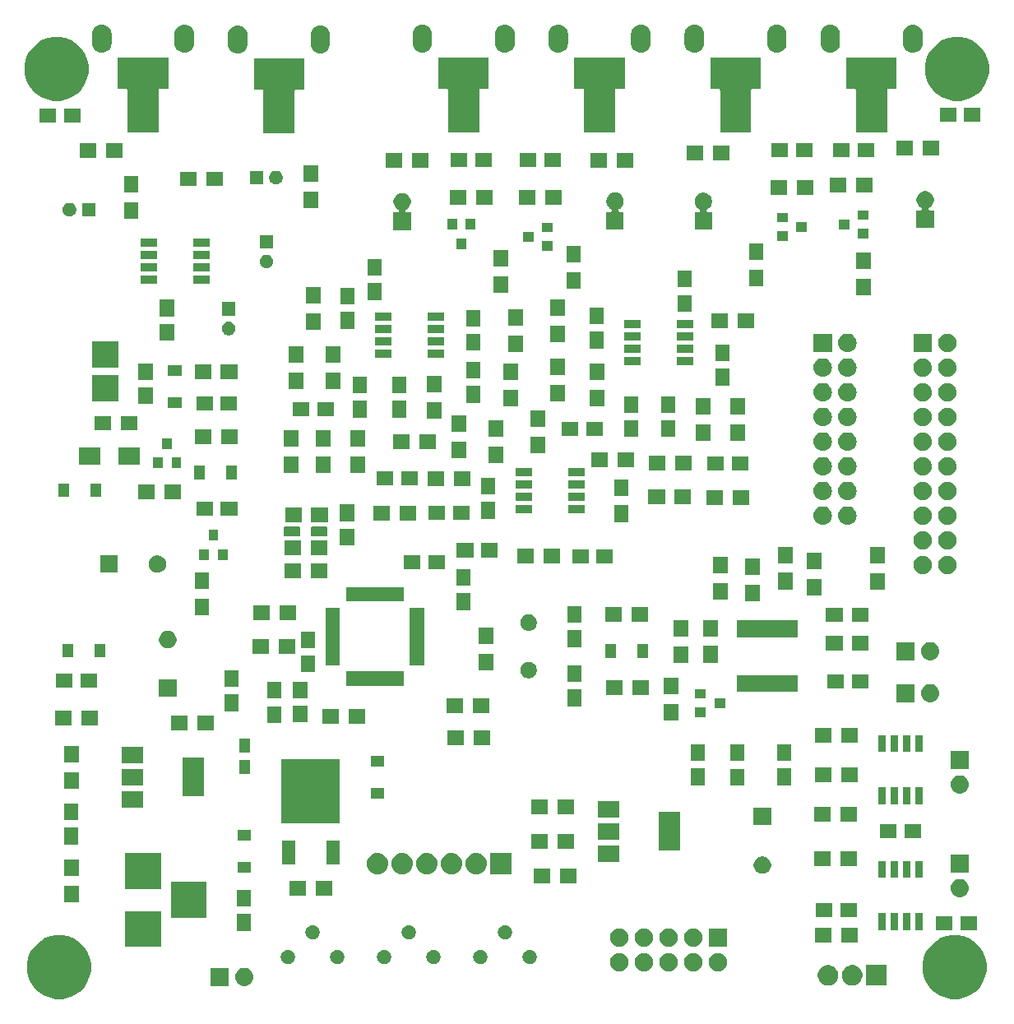
<source format=gts>
G04 #@! TF.GenerationSoftware,KiCad,Pcbnew,(5.1.0-0)*
G04 #@! TF.CreationDate,2019-04-20T13:38:53+09:00*
G04 #@! TF.ProjectId,FreeDSP_SMD_AB,46726565-4453-4505-9f53-4d445f41422e,rev?*
G04 #@! TF.SameCoordinates,Original*
G04 #@! TF.FileFunction,Soldermask,Top*
G04 #@! TF.FilePolarity,Negative*
%FSLAX46Y46*%
G04 Gerber Fmt 4.6, Leading zero omitted, Abs format (unit mm)*
G04 Created by KiCad (PCBNEW (5.1.0-0)) date 2019-04-20 13:38:53*
%MOMM*%
%LPD*%
G04 APERTURE LIST*
%ADD10C,0.150000*%
%ADD11C,0.100000*%
G04 APERTURE END LIST*
D10*
G36*
X55232500Y-73425500D02*
G01*
X53645000Y-73425500D01*
X53645000Y-72536500D01*
X55232500Y-72536500D01*
X55232500Y-73425500D01*
G37*
X55232500Y-73425500D02*
X53645000Y-73425500D01*
X53645000Y-72536500D01*
X55232500Y-72536500D01*
X55232500Y-73425500D01*
G36*
X52438500Y-73425500D02*
G01*
X50851000Y-73425500D01*
X50851000Y-72536500D01*
X52438500Y-72536500D01*
X52438500Y-73425500D01*
G37*
X52438500Y-73425500D02*
X50851000Y-73425500D01*
X50851000Y-72536500D01*
X52438500Y-72536500D01*
X52438500Y-73425500D01*
D11*
G36*
X120850574Y-114682817D02*
G01*
X121451136Y-114931578D01*
X121758974Y-115137269D01*
X121991630Y-115292725D01*
X122451275Y-115752370D01*
X122451277Y-115752373D01*
X122812422Y-116292864D01*
X123061183Y-116893426D01*
X123188000Y-117530978D01*
X123188000Y-118181022D01*
X123061183Y-118818574D01*
X122812422Y-119419136D01*
X122512751Y-119867625D01*
X122451275Y-119959630D01*
X121991630Y-120419275D01*
X121991627Y-120419277D01*
X121451136Y-120780422D01*
X120850574Y-121029183D01*
X120213022Y-121156000D01*
X119562978Y-121156000D01*
X118925426Y-121029183D01*
X118324864Y-120780422D01*
X117784373Y-120419277D01*
X117784370Y-120419275D01*
X117324725Y-119959630D01*
X117263249Y-119867625D01*
X116963578Y-119419136D01*
X116714817Y-118818574D01*
X116588000Y-118181022D01*
X116588000Y-117530978D01*
X116714817Y-116893426D01*
X116963578Y-116292864D01*
X117324723Y-115752373D01*
X117324725Y-115752370D01*
X117784370Y-115292725D01*
X118017026Y-115137269D01*
X118324864Y-114931578D01*
X118925426Y-114682817D01*
X119562978Y-114556000D01*
X120213022Y-114556000D01*
X120850574Y-114682817D01*
X120850574Y-114682817D01*
G37*
G36*
X28648574Y-114682817D02*
G01*
X29249136Y-114931578D01*
X29556974Y-115137269D01*
X29789630Y-115292725D01*
X30249275Y-115752370D01*
X30249277Y-115752373D01*
X30610422Y-116292864D01*
X30859183Y-116893426D01*
X30986000Y-117530978D01*
X30986000Y-118181022D01*
X30859183Y-118818574D01*
X30610422Y-119419136D01*
X30310751Y-119867625D01*
X30249275Y-119959630D01*
X29789630Y-120419275D01*
X29789627Y-120419277D01*
X29249136Y-120780422D01*
X28648574Y-121029183D01*
X28011022Y-121156000D01*
X27360978Y-121156000D01*
X26723426Y-121029183D01*
X26122864Y-120780422D01*
X25582373Y-120419277D01*
X25582370Y-120419275D01*
X25122725Y-119959630D01*
X25061249Y-119867625D01*
X24761578Y-119419136D01*
X24512817Y-118818574D01*
X24386000Y-118181022D01*
X24386000Y-117530978D01*
X24512817Y-116893426D01*
X24761578Y-116292864D01*
X25122723Y-115752373D01*
X25122725Y-115752370D01*
X25582370Y-115292725D01*
X25815026Y-115137269D01*
X26122864Y-114931578D01*
X26723426Y-114682817D01*
X27360978Y-114556000D01*
X28011022Y-114556000D01*
X28648574Y-114682817D01*
X28648574Y-114682817D01*
G37*
G36*
X46922232Y-117935746D02*
G01*
X47101308Y-117990068D01*
X47266345Y-118078282D01*
X47411001Y-118196999D01*
X47529718Y-118341655D01*
X47617932Y-118506692D01*
X47672254Y-118685768D01*
X47690596Y-118872000D01*
X47672254Y-119058232D01*
X47617932Y-119237308D01*
X47529718Y-119402345D01*
X47411001Y-119547001D01*
X47266345Y-119665718D01*
X47101308Y-119753932D01*
X46922232Y-119808254D01*
X46782665Y-119822000D01*
X46689335Y-119822000D01*
X46549768Y-119808254D01*
X46370692Y-119753932D01*
X46205655Y-119665718D01*
X46060999Y-119547001D01*
X45942282Y-119402345D01*
X45854068Y-119237308D01*
X45799746Y-119058232D01*
X45781404Y-118872000D01*
X45799746Y-118685768D01*
X45854068Y-118506692D01*
X45942282Y-118341655D01*
X46060999Y-118196999D01*
X46205655Y-118078282D01*
X46370692Y-117990068D01*
X46549768Y-117935746D01*
X46689335Y-117922000D01*
X46782665Y-117922000D01*
X46922232Y-117935746D01*
X46922232Y-117935746D01*
G37*
G36*
X45146000Y-119822000D02*
G01*
X43246000Y-119822000D01*
X43246000Y-117922000D01*
X45146000Y-117922000D01*
X45146000Y-119822000D01*
X45146000Y-119822000D01*
G37*
G36*
X112891000Y-119742000D02*
G01*
X110791000Y-119742000D01*
X110791000Y-117642000D01*
X112891000Y-117642000D01*
X112891000Y-119742000D01*
X112891000Y-119742000D01*
G37*
G36*
X109647274Y-117682350D02*
G01*
X109838362Y-117761502D01*
X109906087Y-117806754D01*
X110010340Y-117876414D01*
X110156586Y-118022660D01*
X110156588Y-118022663D01*
X110156589Y-118022664D01*
X110271498Y-118194638D01*
X110350650Y-118385726D01*
X110391000Y-118588584D01*
X110391000Y-118795416D01*
X110350650Y-118998274D01*
X110281721Y-119164681D01*
X110271498Y-119189362D01*
X110156586Y-119361340D01*
X110010340Y-119507586D01*
X110010337Y-119507588D01*
X110010336Y-119507589D01*
X109838362Y-119622498D01*
X109647274Y-119701650D01*
X109444416Y-119742000D01*
X109237584Y-119742000D01*
X109034726Y-119701650D01*
X108843638Y-119622498D01*
X108671664Y-119507589D01*
X108671663Y-119507588D01*
X108671660Y-119507586D01*
X108525414Y-119361340D01*
X108410502Y-119189362D01*
X108400279Y-119164681D01*
X108331350Y-118998274D01*
X108291000Y-118795416D01*
X108291000Y-118588584D01*
X108331350Y-118385726D01*
X108410502Y-118194638D01*
X108525411Y-118022664D01*
X108525412Y-118022663D01*
X108525414Y-118022660D01*
X108671660Y-117876414D01*
X108775914Y-117806754D01*
X108843638Y-117761502D01*
X109034726Y-117682350D01*
X109237584Y-117642000D01*
X109444416Y-117642000D01*
X109647274Y-117682350D01*
X109647274Y-117682350D01*
G37*
G36*
X107147274Y-117682350D02*
G01*
X107338362Y-117761502D01*
X107406087Y-117806754D01*
X107510340Y-117876414D01*
X107656586Y-118022660D01*
X107656588Y-118022663D01*
X107656589Y-118022664D01*
X107771498Y-118194638D01*
X107850650Y-118385726D01*
X107891000Y-118588584D01*
X107891000Y-118795416D01*
X107850650Y-118998274D01*
X107781721Y-119164681D01*
X107771498Y-119189362D01*
X107656586Y-119361340D01*
X107510340Y-119507586D01*
X107510337Y-119507588D01*
X107510336Y-119507589D01*
X107338362Y-119622498D01*
X107147274Y-119701650D01*
X106944416Y-119742000D01*
X106737584Y-119742000D01*
X106534726Y-119701650D01*
X106343638Y-119622498D01*
X106171664Y-119507589D01*
X106171663Y-119507588D01*
X106171660Y-119507586D01*
X106025414Y-119361340D01*
X105910502Y-119189362D01*
X105900279Y-119164681D01*
X105831350Y-118998274D01*
X105791000Y-118795416D01*
X105791000Y-118588584D01*
X105831350Y-118385726D01*
X105910502Y-118194638D01*
X106025411Y-118022664D01*
X106025412Y-118022663D01*
X106025414Y-118022660D01*
X106171660Y-117876414D01*
X106275914Y-117806754D01*
X106343638Y-117761502D01*
X106534726Y-117682350D01*
X106737584Y-117642000D01*
X106944416Y-117642000D01*
X107147274Y-117682350D01*
X107147274Y-117682350D01*
G37*
G36*
X95719926Y-116422339D02*
G01*
X95781106Y-116434508D01*
X95953995Y-116506121D01*
X96109591Y-116610087D01*
X96241913Y-116742409D01*
X96345879Y-116898005D01*
X96417492Y-117070894D01*
X96417492Y-117070895D01*
X96454000Y-117254433D01*
X96454000Y-117441567D01*
X96437205Y-117526000D01*
X96417492Y-117625106D01*
X96345879Y-117797995D01*
X96241913Y-117953591D01*
X96109591Y-118085913D01*
X95953995Y-118189879D01*
X95781106Y-118261492D01*
X95719926Y-118273661D01*
X95597567Y-118298000D01*
X95410433Y-118298000D01*
X95288074Y-118273661D01*
X95226894Y-118261492D01*
X95054005Y-118189879D01*
X94898409Y-118085913D01*
X94766087Y-117953591D01*
X94662121Y-117797995D01*
X94590508Y-117625106D01*
X94570795Y-117526000D01*
X94554000Y-117441567D01*
X94554000Y-117254433D01*
X94590508Y-117070895D01*
X94590508Y-117070894D01*
X94662121Y-116898005D01*
X94766087Y-116742409D01*
X94898409Y-116610087D01*
X95054005Y-116506121D01*
X95226894Y-116434508D01*
X95288074Y-116422339D01*
X95410433Y-116398000D01*
X95597567Y-116398000D01*
X95719926Y-116422339D01*
X95719926Y-116422339D01*
G37*
G36*
X93179926Y-116422339D02*
G01*
X93241106Y-116434508D01*
X93413995Y-116506121D01*
X93569591Y-116610087D01*
X93701913Y-116742409D01*
X93805879Y-116898005D01*
X93877492Y-117070894D01*
X93877492Y-117070895D01*
X93914000Y-117254433D01*
X93914000Y-117441567D01*
X93897205Y-117526000D01*
X93877492Y-117625106D01*
X93805879Y-117797995D01*
X93701913Y-117953591D01*
X93569591Y-118085913D01*
X93413995Y-118189879D01*
X93241106Y-118261492D01*
X93179926Y-118273661D01*
X93057567Y-118298000D01*
X92870433Y-118298000D01*
X92748074Y-118273661D01*
X92686894Y-118261492D01*
X92514005Y-118189879D01*
X92358409Y-118085913D01*
X92226087Y-117953591D01*
X92122121Y-117797995D01*
X92050508Y-117625106D01*
X92030795Y-117526000D01*
X92014000Y-117441567D01*
X92014000Y-117254433D01*
X92050508Y-117070895D01*
X92050508Y-117070894D01*
X92122121Y-116898005D01*
X92226087Y-116742409D01*
X92358409Y-116610087D01*
X92514005Y-116506121D01*
X92686894Y-116434508D01*
X92748074Y-116422339D01*
X92870433Y-116398000D01*
X93057567Y-116398000D01*
X93179926Y-116422339D01*
X93179926Y-116422339D01*
G37*
G36*
X90639926Y-116422339D02*
G01*
X90701106Y-116434508D01*
X90873995Y-116506121D01*
X91029591Y-116610087D01*
X91161913Y-116742409D01*
X91265879Y-116898005D01*
X91337492Y-117070894D01*
X91337492Y-117070895D01*
X91374000Y-117254433D01*
X91374000Y-117441567D01*
X91357205Y-117526000D01*
X91337492Y-117625106D01*
X91265879Y-117797995D01*
X91161913Y-117953591D01*
X91029591Y-118085913D01*
X90873995Y-118189879D01*
X90701106Y-118261492D01*
X90639926Y-118273661D01*
X90517567Y-118298000D01*
X90330433Y-118298000D01*
X90208074Y-118273661D01*
X90146894Y-118261492D01*
X89974005Y-118189879D01*
X89818409Y-118085913D01*
X89686087Y-117953591D01*
X89582121Y-117797995D01*
X89510508Y-117625106D01*
X89490795Y-117526000D01*
X89474000Y-117441567D01*
X89474000Y-117254433D01*
X89510508Y-117070895D01*
X89510508Y-117070894D01*
X89582121Y-116898005D01*
X89686087Y-116742409D01*
X89818409Y-116610087D01*
X89974005Y-116506121D01*
X90146894Y-116434508D01*
X90208074Y-116422339D01*
X90330433Y-116398000D01*
X90517567Y-116398000D01*
X90639926Y-116422339D01*
X90639926Y-116422339D01*
G37*
G36*
X88099926Y-116422339D02*
G01*
X88161106Y-116434508D01*
X88333995Y-116506121D01*
X88489591Y-116610087D01*
X88621913Y-116742409D01*
X88725879Y-116898005D01*
X88797492Y-117070894D01*
X88797492Y-117070895D01*
X88834000Y-117254433D01*
X88834000Y-117441567D01*
X88817205Y-117526000D01*
X88797492Y-117625106D01*
X88725879Y-117797995D01*
X88621913Y-117953591D01*
X88489591Y-118085913D01*
X88333995Y-118189879D01*
X88161106Y-118261492D01*
X88099926Y-118273661D01*
X87977567Y-118298000D01*
X87790433Y-118298000D01*
X87668074Y-118273661D01*
X87606894Y-118261492D01*
X87434005Y-118189879D01*
X87278409Y-118085913D01*
X87146087Y-117953591D01*
X87042121Y-117797995D01*
X86970508Y-117625106D01*
X86950795Y-117526000D01*
X86934000Y-117441567D01*
X86934000Y-117254433D01*
X86970508Y-117070895D01*
X86970508Y-117070894D01*
X87042121Y-116898005D01*
X87146087Y-116742409D01*
X87278409Y-116610087D01*
X87434005Y-116506121D01*
X87606894Y-116434508D01*
X87668074Y-116422339D01*
X87790433Y-116398000D01*
X87977567Y-116398000D01*
X88099926Y-116422339D01*
X88099926Y-116422339D01*
G37*
G36*
X85559926Y-116422339D02*
G01*
X85621106Y-116434508D01*
X85793995Y-116506121D01*
X85949591Y-116610087D01*
X86081913Y-116742409D01*
X86185879Y-116898005D01*
X86257492Y-117070894D01*
X86257492Y-117070895D01*
X86294000Y-117254433D01*
X86294000Y-117441567D01*
X86277205Y-117526000D01*
X86257492Y-117625106D01*
X86185879Y-117797995D01*
X86081913Y-117953591D01*
X85949591Y-118085913D01*
X85793995Y-118189879D01*
X85621106Y-118261492D01*
X85559926Y-118273661D01*
X85437567Y-118298000D01*
X85250433Y-118298000D01*
X85128074Y-118273661D01*
X85066894Y-118261492D01*
X84894005Y-118189879D01*
X84738409Y-118085913D01*
X84606087Y-117953591D01*
X84502121Y-117797995D01*
X84430508Y-117625106D01*
X84410795Y-117526000D01*
X84394000Y-117441567D01*
X84394000Y-117254433D01*
X84430508Y-117070895D01*
X84430508Y-117070894D01*
X84502121Y-116898005D01*
X84606087Y-116742409D01*
X84738409Y-116610087D01*
X84894005Y-116506121D01*
X85066894Y-116434508D01*
X85128074Y-116422339D01*
X85250433Y-116398000D01*
X85437567Y-116398000D01*
X85559926Y-116422339D01*
X85559926Y-116422339D01*
G37*
G36*
X56524933Y-116094054D02*
G01*
X56657785Y-116149083D01*
X56777348Y-116228972D01*
X56879028Y-116330652D01*
X56958917Y-116450215D01*
X57013946Y-116583067D01*
X57042000Y-116724101D01*
X57042000Y-116867899D01*
X57013946Y-117008933D01*
X56958917Y-117141785D01*
X56879028Y-117261348D01*
X56777348Y-117363028D01*
X56657785Y-117442917D01*
X56524933Y-117497946D01*
X56383899Y-117526000D01*
X56240101Y-117526000D01*
X56099067Y-117497946D01*
X55966215Y-117442917D01*
X55846652Y-117363028D01*
X55744972Y-117261348D01*
X55665083Y-117141785D01*
X55610054Y-117008933D01*
X55582000Y-116867899D01*
X55582000Y-116724101D01*
X55610054Y-116583067D01*
X55665083Y-116450215D01*
X55744972Y-116330652D01*
X55846652Y-116228972D01*
X55966215Y-116149083D01*
X56099067Y-116094054D01*
X56240101Y-116066000D01*
X56383899Y-116066000D01*
X56524933Y-116094054D01*
X56524933Y-116094054D01*
G37*
G36*
X51444933Y-116094054D02*
G01*
X51577785Y-116149083D01*
X51697348Y-116228972D01*
X51799028Y-116330652D01*
X51878917Y-116450215D01*
X51933946Y-116583067D01*
X51962000Y-116724101D01*
X51962000Y-116867899D01*
X51933946Y-117008933D01*
X51878917Y-117141785D01*
X51799028Y-117261348D01*
X51697348Y-117363028D01*
X51577785Y-117442917D01*
X51444933Y-117497946D01*
X51303899Y-117526000D01*
X51160101Y-117526000D01*
X51019067Y-117497946D01*
X50886215Y-117442917D01*
X50766652Y-117363028D01*
X50664972Y-117261348D01*
X50585083Y-117141785D01*
X50530054Y-117008933D01*
X50502000Y-116867899D01*
X50502000Y-116724101D01*
X50530054Y-116583067D01*
X50585083Y-116450215D01*
X50664972Y-116330652D01*
X50766652Y-116228972D01*
X50886215Y-116149083D01*
X51019067Y-116094054D01*
X51160101Y-116066000D01*
X51303899Y-116066000D01*
X51444933Y-116094054D01*
X51444933Y-116094054D01*
G37*
G36*
X71256933Y-116094054D02*
G01*
X71389785Y-116149083D01*
X71509348Y-116228972D01*
X71611028Y-116330652D01*
X71690917Y-116450215D01*
X71745946Y-116583067D01*
X71774000Y-116724101D01*
X71774000Y-116867899D01*
X71745946Y-117008933D01*
X71690917Y-117141785D01*
X71611028Y-117261348D01*
X71509348Y-117363028D01*
X71389785Y-117442917D01*
X71256933Y-117497946D01*
X71115899Y-117526000D01*
X70972101Y-117526000D01*
X70831067Y-117497946D01*
X70698215Y-117442917D01*
X70578652Y-117363028D01*
X70476972Y-117261348D01*
X70397083Y-117141785D01*
X70342054Y-117008933D01*
X70314000Y-116867899D01*
X70314000Y-116724101D01*
X70342054Y-116583067D01*
X70397083Y-116450215D01*
X70476972Y-116330652D01*
X70578652Y-116228972D01*
X70698215Y-116149083D01*
X70831067Y-116094054D01*
X70972101Y-116066000D01*
X71115899Y-116066000D01*
X71256933Y-116094054D01*
X71256933Y-116094054D01*
G37*
G36*
X76336933Y-116094054D02*
G01*
X76469785Y-116149083D01*
X76589348Y-116228972D01*
X76691028Y-116330652D01*
X76770917Y-116450215D01*
X76825946Y-116583067D01*
X76854000Y-116724101D01*
X76854000Y-116867899D01*
X76825946Y-117008933D01*
X76770917Y-117141785D01*
X76691028Y-117261348D01*
X76589348Y-117363028D01*
X76469785Y-117442917D01*
X76336933Y-117497946D01*
X76195899Y-117526000D01*
X76052101Y-117526000D01*
X75911067Y-117497946D01*
X75778215Y-117442917D01*
X75658652Y-117363028D01*
X75556972Y-117261348D01*
X75477083Y-117141785D01*
X75422054Y-117008933D01*
X75394000Y-116867899D01*
X75394000Y-116724101D01*
X75422054Y-116583067D01*
X75477083Y-116450215D01*
X75556972Y-116330652D01*
X75658652Y-116228972D01*
X75778215Y-116149083D01*
X75911067Y-116094054D01*
X76052101Y-116066000D01*
X76195899Y-116066000D01*
X76336933Y-116094054D01*
X76336933Y-116094054D01*
G37*
G36*
X61350933Y-116094054D02*
G01*
X61483785Y-116149083D01*
X61603348Y-116228972D01*
X61705028Y-116330652D01*
X61784917Y-116450215D01*
X61839946Y-116583067D01*
X61868000Y-116724101D01*
X61868000Y-116867899D01*
X61839946Y-117008933D01*
X61784917Y-117141785D01*
X61705028Y-117261348D01*
X61603348Y-117363028D01*
X61483785Y-117442917D01*
X61350933Y-117497946D01*
X61209899Y-117526000D01*
X61066101Y-117526000D01*
X60925067Y-117497946D01*
X60792215Y-117442917D01*
X60672652Y-117363028D01*
X60570972Y-117261348D01*
X60491083Y-117141785D01*
X60436054Y-117008933D01*
X60408000Y-116867899D01*
X60408000Y-116724101D01*
X60436054Y-116583067D01*
X60491083Y-116450215D01*
X60570972Y-116330652D01*
X60672652Y-116228972D01*
X60792215Y-116149083D01*
X60925067Y-116094054D01*
X61066101Y-116066000D01*
X61209899Y-116066000D01*
X61350933Y-116094054D01*
X61350933Y-116094054D01*
G37*
G36*
X66430933Y-116094054D02*
G01*
X66563785Y-116149083D01*
X66683348Y-116228972D01*
X66785028Y-116330652D01*
X66864917Y-116450215D01*
X66919946Y-116583067D01*
X66948000Y-116724101D01*
X66948000Y-116867899D01*
X66919946Y-117008933D01*
X66864917Y-117141785D01*
X66785028Y-117261348D01*
X66683348Y-117363028D01*
X66563785Y-117442917D01*
X66430933Y-117497946D01*
X66289899Y-117526000D01*
X66146101Y-117526000D01*
X66005067Y-117497946D01*
X65872215Y-117442917D01*
X65752652Y-117363028D01*
X65650972Y-117261348D01*
X65571083Y-117141785D01*
X65516054Y-117008933D01*
X65488000Y-116867899D01*
X65488000Y-116724101D01*
X65516054Y-116583067D01*
X65571083Y-116450215D01*
X65650972Y-116330652D01*
X65752652Y-116228972D01*
X65872215Y-116149083D01*
X66005067Y-116094054D01*
X66146101Y-116066000D01*
X66289899Y-116066000D01*
X66430933Y-116094054D01*
X66430933Y-116094054D01*
G37*
G36*
X38172000Y-115800000D02*
G01*
X34472000Y-115800000D01*
X34472000Y-112100000D01*
X38172000Y-112100000D01*
X38172000Y-115800000D01*
X38172000Y-115800000D01*
G37*
G36*
X93179926Y-113882339D02*
G01*
X93241106Y-113894508D01*
X93413995Y-113966121D01*
X93569591Y-114070087D01*
X93701913Y-114202409D01*
X93805879Y-114358005D01*
X93877492Y-114530894D01*
X93877492Y-114530895D01*
X93914000Y-114714433D01*
X93914000Y-114901567D01*
X93899350Y-114975215D01*
X93877492Y-115085106D01*
X93805879Y-115257995D01*
X93701913Y-115413591D01*
X93569591Y-115545913D01*
X93413995Y-115649879D01*
X93241106Y-115721492D01*
X93179926Y-115733661D01*
X93057567Y-115758000D01*
X92870433Y-115758000D01*
X92748074Y-115733661D01*
X92686894Y-115721492D01*
X92514005Y-115649879D01*
X92358409Y-115545913D01*
X92226087Y-115413591D01*
X92122121Y-115257995D01*
X92050508Y-115085106D01*
X92028650Y-114975215D01*
X92014000Y-114901567D01*
X92014000Y-114714433D01*
X92050508Y-114530895D01*
X92050508Y-114530894D01*
X92122121Y-114358005D01*
X92226087Y-114202409D01*
X92358409Y-114070087D01*
X92514005Y-113966121D01*
X92686894Y-113894508D01*
X92748074Y-113882339D01*
X92870433Y-113858000D01*
X93057567Y-113858000D01*
X93179926Y-113882339D01*
X93179926Y-113882339D01*
G37*
G36*
X96454000Y-115758000D02*
G01*
X94554000Y-115758000D01*
X94554000Y-113858000D01*
X96454000Y-113858000D01*
X96454000Y-115758000D01*
X96454000Y-115758000D01*
G37*
G36*
X90639926Y-113882339D02*
G01*
X90701106Y-113894508D01*
X90873995Y-113966121D01*
X91029591Y-114070087D01*
X91161913Y-114202409D01*
X91265879Y-114358005D01*
X91337492Y-114530894D01*
X91337492Y-114530895D01*
X91374000Y-114714433D01*
X91374000Y-114901567D01*
X91359350Y-114975215D01*
X91337492Y-115085106D01*
X91265879Y-115257995D01*
X91161913Y-115413591D01*
X91029591Y-115545913D01*
X90873995Y-115649879D01*
X90701106Y-115721492D01*
X90639926Y-115733661D01*
X90517567Y-115758000D01*
X90330433Y-115758000D01*
X90208074Y-115733661D01*
X90146894Y-115721492D01*
X89974005Y-115649879D01*
X89818409Y-115545913D01*
X89686087Y-115413591D01*
X89582121Y-115257995D01*
X89510508Y-115085106D01*
X89488650Y-114975215D01*
X89474000Y-114901567D01*
X89474000Y-114714433D01*
X89510508Y-114530895D01*
X89510508Y-114530894D01*
X89582121Y-114358005D01*
X89686087Y-114202409D01*
X89818409Y-114070087D01*
X89974005Y-113966121D01*
X90146894Y-113894508D01*
X90208074Y-113882339D01*
X90330433Y-113858000D01*
X90517567Y-113858000D01*
X90639926Y-113882339D01*
X90639926Y-113882339D01*
G37*
G36*
X88099926Y-113882339D02*
G01*
X88161106Y-113894508D01*
X88333995Y-113966121D01*
X88489591Y-114070087D01*
X88621913Y-114202409D01*
X88725879Y-114358005D01*
X88797492Y-114530894D01*
X88797492Y-114530895D01*
X88834000Y-114714433D01*
X88834000Y-114901567D01*
X88819350Y-114975215D01*
X88797492Y-115085106D01*
X88725879Y-115257995D01*
X88621913Y-115413591D01*
X88489591Y-115545913D01*
X88333995Y-115649879D01*
X88161106Y-115721492D01*
X88099926Y-115733661D01*
X87977567Y-115758000D01*
X87790433Y-115758000D01*
X87668074Y-115733661D01*
X87606894Y-115721492D01*
X87434005Y-115649879D01*
X87278409Y-115545913D01*
X87146087Y-115413591D01*
X87042121Y-115257995D01*
X86970508Y-115085106D01*
X86948650Y-114975215D01*
X86934000Y-114901567D01*
X86934000Y-114714433D01*
X86970508Y-114530895D01*
X86970508Y-114530894D01*
X87042121Y-114358005D01*
X87146087Y-114202409D01*
X87278409Y-114070087D01*
X87434005Y-113966121D01*
X87606894Y-113894508D01*
X87668074Y-113882339D01*
X87790433Y-113858000D01*
X87977567Y-113858000D01*
X88099926Y-113882339D01*
X88099926Y-113882339D01*
G37*
G36*
X85559926Y-113882339D02*
G01*
X85621106Y-113894508D01*
X85793995Y-113966121D01*
X85949591Y-114070087D01*
X86081913Y-114202409D01*
X86185879Y-114358005D01*
X86257492Y-114530894D01*
X86257492Y-114530895D01*
X86294000Y-114714433D01*
X86294000Y-114901567D01*
X86279350Y-114975215D01*
X86257492Y-115085106D01*
X86185879Y-115257995D01*
X86081913Y-115413591D01*
X85949591Y-115545913D01*
X85793995Y-115649879D01*
X85621106Y-115721492D01*
X85559926Y-115733661D01*
X85437567Y-115758000D01*
X85250433Y-115758000D01*
X85128074Y-115733661D01*
X85066894Y-115721492D01*
X84894005Y-115649879D01*
X84738409Y-115545913D01*
X84606087Y-115413591D01*
X84502121Y-115257995D01*
X84430508Y-115085106D01*
X84408650Y-114975215D01*
X84394000Y-114901567D01*
X84394000Y-114714433D01*
X84430508Y-114530895D01*
X84430508Y-114530894D01*
X84502121Y-114358005D01*
X84606087Y-114202409D01*
X84738409Y-114070087D01*
X84894005Y-113966121D01*
X85066894Y-113894508D01*
X85128074Y-113882339D01*
X85250433Y-113858000D01*
X85437567Y-113858000D01*
X85559926Y-113882339D01*
X85559926Y-113882339D01*
G37*
G36*
X107219000Y-115350000D02*
G01*
X105519000Y-115350000D01*
X105519000Y-113850000D01*
X107219000Y-113850000D01*
X107219000Y-115350000D01*
X107219000Y-115350000D01*
G37*
G36*
X109919000Y-115350000D02*
G01*
X108219000Y-115350000D01*
X108219000Y-113850000D01*
X109919000Y-113850000D01*
X109919000Y-115350000D01*
X109919000Y-115350000D01*
G37*
G36*
X73796933Y-113554054D02*
G01*
X73929785Y-113609083D01*
X74049348Y-113688972D01*
X74151028Y-113790652D01*
X74230917Y-113910215D01*
X74285946Y-114043067D01*
X74314000Y-114184101D01*
X74314000Y-114327899D01*
X74285946Y-114468933D01*
X74230917Y-114601785D01*
X74151028Y-114721348D01*
X74049348Y-114823028D01*
X73929785Y-114902917D01*
X73796933Y-114957946D01*
X73655899Y-114986000D01*
X73512101Y-114986000D01*
X73371067Y-114957946D01*
X73238215Y-114902917D01*
X73118652Y-114823028D01*
X73016972Y-114721348D01*
X72937083Y-114601785D01*
X72882054Y-114468933D01*
X72854000Y-114327899D01*
X72854000Y-114184101D01*
X72882054Y-114043067D01*
X72937083Y-113910215D01*
X73016972Y-113790652D01*
X73118652Y-113688972D01*
X73238215Y-113609083D01*
X73371067Y-113554054D01*
X73512101Y-113526000D01*
X73655899Y-113526000D01*
X73796933Y-113554054D01*
X73796933Y-113554054D01*
G37*
G36*
X63890933Y-113554054D02*
G01*
X64023785Y-113609083D01*
X64143348Y-113688972D01*
X64245028Y-113790652D01*
X64324917Y-113910215D01*
X64379946Y-114043067D01*
X64408000Y-114184101D01*
X64408000Y-114327899D01*
X64379946Y-114468933D01*
X64324917Y-114601785D01*
X64245028Y-114721348D01*
X64143348Y-114823028D01*
X64023785Y-114902917D01*
X63890933Y-114957946D01*
X63749899Y-114986000D01*
X63606101Y-114986000D01*
X63465067Y-114957946D01*
X63332215Y-114902917D01*
X63212652Y-114823028D01*
X63110972Y-114721348D01*
X63031083Y-114601785D01*
X62976054Y-114468933D01*
X62948000Y-114327899D01*
X62948000Y-114184101D01*
X62976054Y-114043067D01*
X63031083Y-113910215D01*
X63110972Y-113790652D01*
X63212652Y-113688972D01*
X63332215Y-113609083D01*
X63465067Y-113554054D01*
X63606101Y-113526000D01*
X63749899Y-113526000D01*
X63890933Y-113554054D01*
X63890933Y-113554054D01*
G37*
G36*
X53984933Y-113554054D02*
G01*
X54117785Y-113609083D01*
X54237348Y-113688972D01*
X54339028Y-113790652D01*
X54418917Y-113910215D01*
X54473946Y-114043067D01*
X54502000Y-114184101D01*
X54502000Y-114327899D01*
X54473946Y-114468933D01*
X54418917Y-114601785D01*
X54339028Y-114721348D01*
X54237348Y-114823028D01*
X54117785Y-114902917D01*
X53984933Y-114957946D01*
X53843899Y-114986000D01*
X53700101Y-114986000D01*
X53559067Y-114957946D01*
X53426215Y-114902917D01*
X53306652Y-114823028D01*
X53204972Y-114721348D01*
X53125083Y-114601785D01*
X53070054Y-114468933D01*
X53042000Y-114327899D01*
X53042000Y-114184101D01*
X53070054Y-114043067D01*
X53125083Y-113910215D01*
X53204972Y-113790652D01*
X53306652Y-113688972D01*
X53426215Y-113609083D01*
X53559067Y-113554054D01*
X53700101Y-113526000D01*
X53843899Y-113526000D01*
X53984933Y-113554054D01*
X53984933Y-113554054D01*
G37*
G36*
X47461000Y-114114000D02*
G01*
X46011000Y-114114000D01*
X46011000Y-112414000D01*
X47461000Y-112414000D01*
X47461000Y-114114000D01*
X47461000Y-114114000D01*
G37*
G36*
X122148000Y-114074000D02*
G01*
X120448000Y-114074000D01*
X120448000Y-112624000D01*
X122148000Y-112624000D01*
X122148000Y-114074000D01*
X122148000Y-114074000D01*
G37*
G36*
X119648000Y-114074000D02*
G01*
X117948000Y-114074000D01*
X117948000Y-112624000D01*
X119648000Y-112624000D01*
X119648000Y-114074000D01*
X119648000Y-114074000D01*
G37*
G36*
X116605000Y-114065000D02*
G01*
X115805000Y-114065000D01*
X115805000Y-112315000D01*
X116605000Y-112315000D01*
X116605000Y-114065000D01*
X116605000Y-114065000D01*
G37*
G36*
X115335000Y-114065000D02*
G01*
X114535000Y-114065000D01*
X114535000Y-112315000D01*
X115335000Y-112315000D01*
X115335000Y-114065000D01*
X115335000Y-114065000D01*
G37*
G36*
X114065000Y-114065000D02*
G01*
X113265000Y-114065000D01*
X113265000Y-112315000D01*
X114065000Y-112315000D01*
X114065000Y-114065000D01*
X114065000Y-114065000D01*
G37*
G36*
X112795000Y-114065000D02*
G01*
X111995000Y-114065000D01*
X111995000Y-112315000D01*
X112795000Y-112315000D01*
X112795000Y-114065000D01*
X112795000Y-114065000D01*
G37*
G36*
X42872000Y-112800000D02*
G01*
X39172000Y-112800000D01*
X39172000Y-109100000D01*
X42872000Y-109100000D01*
X42872000Y-112800000D01*
X42872000Y-112800000D01*
G37*
G36*
X109796000Y-112739000D02*
G01*
X108096000Y-112739000D01*
X108096000Y-111289000D01*
X109796000Y-111289000D01*
X109796000Y-112739000D01*
X109796000Y-112739000D01*
G37*
G36*
X107296000Y-112739000D02*
G01*
X105596000Y-112739000D01*
X105596000Y-111289000D01*
X107296000Y-111289000D01*
X107296000Y-112739000D01*
X107296000Y-112739000D01*
G37*
G36*
X47461000Y-111614000D02*
G01*
X46011000Y-111614000D01*
X46011000Y-109914000D01*
X47461000Y-109914000D01*
X47461000Y-111614000D01*
X47461000Y-111614000D01*
G37*
G36*
X29706000Y-111166000D02*
G01*
X28206000Y-111166000D01*
X28206000Y-109466000D01*
X29706000Y-109466000D01*
X29706000Y-111166000D01*
X29706000Y-111166000D01*
G37*
G36*
X120582232Y-108791746D02*
G01*
X120761308Y-108846068D01*
X120926345Y-108934282D01*
X121071001Y-109052999D01*
X121189718Y-109197655D01*
X121277932Y-109362692D01*
X121332254Y-109541768D01*
X121350596Y-109728000D01*
X121332254Y-109914232D01*
X121277932Y-110093308D01*
X121189718Y-110258345D01*
X121071001Y-110403001D01*
X120926345Y-110521718D01*
X120761308Y-110609932D01*
X120582232Y-110664254D01*
X120442665Y-110678000D01*
X120349335Y-110678000D01*
X120209768Y-110664254D01*
X120030692Y-110609932D01*
X119865655Y-110521718D01*
X119720999Y-110403001D01*
X119602282Y-110258345D01*
X119514068Y-110093308D01*
X119459746Y-109914232D01*
X119441404Y-109728000D01*
X119459746Y-109541768D01*
X119514068Y-109362692D01*
X119602282Y-109197655D01*
X119720999Y-109052999D01*
X119865655Y-108934282D01*
X120030692Y-108846068D01*
X120209768Y-108791746D01*
X120349335Y-108778000D01*
X120442665Y-108778000D01*
X120582232Y-108791746D01*
X120582232Y-108791746D01*
G37*
G36*
X53094000Y-110478000D02*
G01*
X51394000Y-110478000D01*
X51394000Y-108978000D01*
X53094000Y-108978000D01*
X53094000Y-110478000D01*
X53094000Y-110478000D01*
G37*
G36*
X55794000Y-110478000D02*
G01*
X54094000Y-110478000D01*
X54094000Y-108978000D01*
X55794000Y-108978000D01*
X55794000Y-110478000D01*
X55794000Y-110478000D01*
G37*
G36*
X38172000Y-109800000D02*
G01*
X34472000Y-109800000D01*
X34472000Y-106100000D01*
X38172000Y-106100000D01*
X38172000Y-109800000D01*
X38172000Y-109800000D01*
G37*
G36*
X80940000Y-109208000D02*
G01*
X79240000Y-109208000D01*
X79240000Y-107708000D01*
X80940000Y-107708000D01*
X80940000Y-109208000D01*
X80940000Y-109208000D01*
G37*
G36*
X78240000Y-109208000D02*
G01*
X76540000Y-109208000D01*
X76540000Y-107708000D01*
X78240000Y-107708000D01*
X78240000Y-109208000D01*
X78240000Y-109208000D01*
G37*
G36*
X112795000Y-108665000D02*
G01*
X111995000Y-108665000D01*
X111995000Y-106915000D01*
X112795000Y-106915000D01*
X112795000Y-108665000D01*
X112795000Y-108665000D01*
G37*
G36*
X116605000Y-108665000D02*
G01*
X115805000Y-108665000D01*
X115805000Y-106915000D01*
X116605000Y-106915000D01*
X116605000Y-108665000D01*
X116605000Y-108665000D01*
G37*
G36*
X115335000Y-108665000D02*
G01*
X114535000Y-108665000D01*
X114535000Y-106915000D01*
X115335000Y-106915000D01*
X115335000Y-108665000D01*
X115335000Y-108665000D01*
G37*
G36*
X114065000Y-108665000D02*
G01*
X113265000Y-108665000D01*
X113265000Y-106915000D01*
X114065000Y-106915000D01*
X114065000Y-108665000D01*
X114065000Y-108665000D01*
G37*
G36*
X29706000Y-108466000D02*
G01*
X28206000Y-108466000D01*
X28206000Y-106766000D01*
X29706000Y-106766000D01*
X29706000Y-108466000D01*
X29706000Y-108466000D01*
G37*
G36*
X63207538Y-106104419D02*
G01*
X63414793Y-106167289D01*
X63605798Y-106269384D01*
X63773218Y-106406782D01*
X63910616Y-106574202D01*
X64012711Y-106765207D01*
X64075581Y-106972462D01*
X64096809Y-107188000D01*
X64075581Y-107403538D01*
X64012711Y-107610793D01*
X63910616Y-107801798D01*
X63773218Y-107969218D01*
X63605798Y-108106616D01*
X63414793Y-108208711D01*
X63207538Y-108271581D01*
X63046008Y-108287490D01*
X62937992Y-108287490D01*
X62776462Y-108271581D01*
X62569207Y-108208711D01*
X62378202Y-108106616D01*
X62210782Y-107969218D01*
X62073384Y-107801798D01*
X61971289Y-107610793D01*
X61908419Y-107403538D01*
X61887191Y-107188000D01*
X61908419Y-106972462D01*
X61971289Y-106765207D01*
X62073384Y-106574202D01*
X62210782Y-106406782D01*
X62378202Y-106269384D01*
X62569207Y-106167289D01*
X62776462Y-106104419D01*
X62937992Y-106088510D01*
X63046008Y-106088510D01*
X63207538Y-106104419D01*
X63207538Y-106104419D01*
G37*
G36*
X65747538Y-106104419D02*
G01*
X65954793Y-106167289D01*
X66145798Y-106269384D01*
X66313218Y-106406782D01*
X66450616Y-106574202D01*
X66552711Y-106765207D01*
X66615581Y-106972462D01*
X66636809Y-107188000D01*
X66615581Y-107403538D01*
X66552711Y-107610793D01*
X66450616Y-107801798D01*
X66313218Y-107969218D01*
X66145798Y-108106616D01*
X65954793Y-108208711D01*
X65747538Y-108271581D01*
X65586008Y-108287490D01*
X65477992Y-108287490D01*
X65316462Y-108271581D01*
X65109207Y-108208711D01*
X64918202Y-108106616D01*
X64750782Y-107969218D01*
X64613384Y-107801798D01*
X64511289Y-107610793D01*
X64448419Y-107403538D01*
X64427191Y-107188000D01*
X64448419Y-106972462D01*
X64511289Y-106765207D01*
X64613384Y-106574202D01*
X64750782Y-106406782D01*
X64918202Y-106269384D01*
X65109207Y-106167289D01*
X65316462Y-106104419D01*
X65477992Y-106088510D01*
X65586008Y-106088510D01*
X65747538Y-106104419D01*
X65747538Y-106104419D01*
G37*
G36*
X60667538Y-106104419D02*
G01*
X60874793Y-106167289D01*
X61065798Y-106269384D01*
X61233218Y-106406782D01*
X61370616Y-106574202D01*
X61472711Y-106765207D01*
X61535581Y-106972462D01*
X61556809Y-107188000D01*
X61535581Y-107403538D01*
X61472711Y-107610793D01*
X61370616Y-107801798D01*
X61233218Y-107969218D01*
X61065798Y-108106616D01*
X60874793Y-108208711D01*
X60667538Y-108271581D01*
X60506008Y-108287490D01*
X60397992Y-108287490D01*
X60236462Y-108271581D01*
X60029207Y-108208711D01*
X59838202Y-108106616D01*
X59670782Y-107969218D01*
X59533384Y-107801798D01*
X59431289Y-107610793D01*
X59368419Y-107403538D01*
X59347191Y-107188000D01*
X59368419Y-106972462D01*
X59431289Y-106765207D01*
X59533384Y-106574202D01*
X59670782Y-106406782D01*
X59838202Y-106269384D01*
X60029207Y-106167289D01*
X60236462Y-106104419D01*
X60397992Y-106088510D01*
X60506008Y-106088510D01*
X60667538Y-106104419D01*
X60667538Y-106104419D01*
G37*
G36*
X68287538Y-106104419D02*
G01*
X68494793Y-106167289D01*
X68685798Y-106269384D01*
X68853218Y-106406782D01*
X68990616Y-106574202D01*
X69092711Y-106765207D01*
X69155581Y-106972462D01*
X69176809Y-107188000D01*
X69155581Y-107403538D01*
X69092711Y-107610793D01*
X68990616Y-107801798D01*
X68853218Y-107969218D01*
X68685798Y-108106616D01*
X68494793Y-108208711D01*
X68287538Y-108271581D01*
X68126008Y-108287490D01*
X68017992Y-108287490D01*
X67856462Y-108271581D01*
X67649207Y-108208711D01*
X67458202Y-108106616D01*
X67290782Y-107969218D01*
X67153384Y-107801798D01*
X67051289Y-107610793D01*
X66988419Y-107403538D01*
X66967191Y-107188000D01*
X66988419Y-106972462D01*
X67051289Y-106765207D01*
X67153384Y-106574202D01*
X67290782Y-106406782D01*
X67458202Y-106269384D01*
X67649207Y-106167289D01*
X67856462Y-106104419D01*
X68017992Y-106088510D01*
X68126008Y-106088510D01*
X68287538Y-106104419D01*
X68287538Y-106104419D01*
G37*
G36*
X70827538Y-106104419D02*
G01*
X71034793Y-106167289D01*
X71225798Y-106269384D01*
X71393218Y-106406782D01*
X71530616Y-106574202D01*
X71632711Y-106765207D01*
X71695581Y-106972462D01*
X71716809Y-107188000D01*
X71695581Y-107403538D01*
X71632711Y-107610793D01*
X71530616Y-107801798D01*
X71393218Y-107969218D01*
X71225798Y-108106616D01*
X71034793Y-108208711D01*
X70827538Y-108271581D01*
X70666008Y-108287490D01*
X70557992Y-108287490D01*
X70396462Y-108271581D01*
X70189207Y-108208711D01*
X69998202Y-108106616D01*
X69830782Y-107969218D01*
X69693384Y-107801798D01*
X69591289Y-107610793D01*
X69528419Y-107403538D01*
X69507191Y-107188000D01*
X69528419Y-106972462D01*
X69591289Y-106765207D01*
X69693384Y-106574202D01*
X69830782Y-106406782D01*
X69998202Y-106269384D01*
X70189207Y-106167289D01*
X70396462Y-106104419D01*
X70557992Y-106088510D01*
X70666008Y-106088510D01*
X70827538Y-106104419D01*
X70827538Y-106104419D01*
G37*
G36*
X74251490Y-108287490D02*
G01*
X72052510Y-108287490D01*
X72052510Y-106088510D01*
X74251490Y-106088510D01*
X74251490Y-108287490D01*
X74251490Y-108287490D01*
G37*
G36*
X100338520Y-106496586D02*
G01*
X100502310Y-106564430D01*
X100649717Y-106662924D01*
X100775076Y-106788283D01*
X100873570Y-106935690D01*
X100941414Y-107099480D01*
X100976000Y-107273358D01*
X100976000Y-107450642D01*
X100941414Y-107624520D01*
X100873570Y-107788310D01*
X100775076Y-107935717D01*
X100649717Y-108061076D01*
X100502310Y-108159570D01*
X100338520Y-108227414D01*
X100164642Y-108262000D01*
X99987358Y-108262000D01*
X99813480Y-108227414D01*
X99649690Y-108159570D01*
X99502283Y-108061076D01*
X99376924Y-107935717D01*
X99278430Y-107788310D01*
X99210586Y-107624520D01*
X99176000Y-107450642D01*
X99176000Y-107273358D01*
X99210586Y-107099480D01*
X99278430Y-106935690D01*
X99376924Y-106788283D01*
X99502283Y-106662924D01*
X99649690Y-106564430D01*
X99813480Y-106496586D01*
X99987358Y-106462000D01*
X100164642Y-106462000D01*
X100338520Y-106496586D01*
X100338520Y-106496586D01*
G37*
G36*
X121346000Y-108138000D02*
G01*
X119446000Y-108138000D01*
X119446000Y-106238000D01*
X121346000Y-106238000D01*
X121346000Y-108138000D01*
X121346000Y-108138000D01*
G37*
G36*
X47441280Y-108109560D02*
G01*
X46041280Y-108109560D01*
X46041280Y-107009560D01*
X47441280Y-107009560D01*
X47441280Y-108109560D01*
X47441280Y-108109560D01*
G37*
G36*
X109830000Y-107430000D02*
G01*
X108130000Y-107430000D01*
X108130000Y-105930000D01*
X109830000Y-105930000D01*
X109830000Y-107430000D01*
X109830000Y-107430000D01*
G37*
G36*
X107130000Y-107430000D02*
G01*
X105430000Y-107430000D01*
X105430000Y-105930000D01*
X107130000Y-105930000D01*
X107130000Y-107430000D01*
X107130000Y-107430000D01*
G37*
G36*
X56574000Y-107254000D02*
G01*
X55174000Y-107254000D01*
X55174000Y-104854000D01*
X56574000Y-104854000D01*
X56574000Y-107254000D01*
X56574000Y-107254000D01*
G37*
G36*
X52014000Y-107254000D02*
G01*
X50614000Y-107254000D01*
X50614000Y-104854000D01*
X52014000Y-104854000D01*
X52014000Y-107254000D01*
X52014000Y-107254000D01*
G37*
G36*
X85326000Y-107036000D02*
G01*
X83126000Y-107036000D01*
X83126000Y-105336000D01*
X85326000Y-105336000D01*
X85326000Y-107036000D01*
X85326000Y-107036000D01*
G37*
G36*
X91626000Y-105886000D02*
G01*
X89426000Y-105886000D01*
X89426000Y-101886000D01*
X91626000Y-101886000D01*
X91626000Y-105886000D01*
X91626000Y-105886000D01*
G37*
G36*
X80686000Y-105652000D02*
G01*
X78986000Y-105652000D01*
X78986000Y-104152000D01*
X80686000Y-104152000D01*
X80686000Y-105652000D01*
X80686000Y-105652000D01*
G37*
G36*
X77986000Y-105652000D02*
G01*
X76286000Y-105652000D01*
X76286000Y-104152000D01*
X77986000Y-104152000D01*
X77986000Y-105652000D01*
X77986000Y-105652000D01*
G37*
G36*
X29681000Y-105224000D02*
G01*
X28231000Y-105224000D01*
X28231000Y-103524000D01*
X29681000Y-103524000D01*
X29681000Y-105224000D01*
X29681000Y-105224000D01*
G37*
G36*
X47441280Y-104809560D02*
G01*
X46041280Y-104809560D01*
X46041280Y-103709560D01*
X47441280Y-103709560D01*
X47441280Y-104809560D01*
X47441280Y-104809560D01*
G37*
G36*
X85326000Y-104736000D02*
G01*
X83126000Y-104736000D01*
X83126000Y-103036000D01*
X85326000Y-103036000D01*
X85326000Y-104736000D01*
X85326000Y-104736000D01*
G37*
G36*
X116400000Y-104611000D02*
G01*
X114700000Y-104611000D01*
X114700000Y-103161000D01*
X116400000Y-103161000D01*
X116400000Y-104611000D01*
X116400000Y-104611000D01*
G37*
G36*
X113900000Y-104611000D02*
G01*
X112200000Y-104611000D01*
X112200000Y-103161000D01*
X113900000Y-103161000D01*
X113900000Y-104611000D01*
X113900000Y-104611000D01*
G37*
G36*
X100976000Y-103262000D02*
G01*
X99176000Y-103262000D01*
X99176000Y-101462000D01*
X100976000Y-101462000D01*
X100976000Y-103262000D01*
X100976000Y-103262000D01*
G37*
G36*
X56594000Y-103054000D02*
G01*
X50594000Y-103054000D01*
X50594000Y-96454000D01*
X56594000Y-96454000D01*
X56594000Y-103054000D01*
X56594000Y-103054000D01*
G37*
G36*
X109830000Y-102858000D02*
G01*
X108130000Y-102858000D01*
X108130000Y-101358000D01*
X109830000Y-101358000D01*
X109830000Y-102858000D01*
X109830000Y-102858000D01*
G37*
G36*
X107130000Y-102858000D02*
G01*
X105430000Y-102858000D01*
X105430000Y-101358000D01*
X107130000Y-101358000D01*
X107130000Y-102858000D01*
X107130000Y-102858000D01*
G37*
G36*
X29681000Y-102724000D02*
G01*
X28231000Y-102724000D01*
X28231000Y-101024000D01*
X29681000Y-101024000D01*
X29681000Y-102724000D01*
X29681000Y-102724000D01*
G37*
G36*
X85326000Y-102436000D02*
G01*
X83126000Y-102436000D01*
X83126000Y-100736000D01*
X85326000Y-100736000D01*
X85326000Y-102436000D01*
X85326000Y-102436000D01*
G37*
G36*
X77986000Y-102096000D02*
G01*
X76286000Y-102096000D01*
X76286000Y-100596000D01*
X77986000Y-100596000D01*
X77986000Y-102096000D01*
X77986000Y-102096000D01*
G37*
G36*
X80686000Y-102096000D02*
G01*
X78986000Y-102096000D01*
X78986000Y-100596000D01*
X80686000Y-100596000D01*
X80686000Y-102096000D01*
X80686000Y-102096000D01*
G37*
G36*
X36304000Y-101448000D02*
G01*
X34104000Y-101448000D01*
X34104000Y-99748000D01*
X36304000Y-99748000D01*
X36304000Y-101448000D01*
X36304000Y-101448000D01*
G37*
G36*
X116605000Y-101111000D02*
G01*
X115805000Y-101111000D01*
X115805000Y-99361000D01*
X116605000Y-99361000D01*
X116605000Y-101111000D01*
X116605000Y-101111000D01*
G37*
G36*
X112795000Y-101111000D02*
G01*
X111995000Y-101111000D01*
X111995000Y-99361000D01*
X112795000Y-99361000D01*
X112795000Y-101111000D01*
X112795000Y-101111000D01*
G37*
G36*
X114065000Y-101111000D02*
G01*
X113265000Y-101111000D01*
X113265000Y-99361000D01*
X114065000Y-99361000D01*
X114065000Y-101111000D01*
X114065000Y-101111000D01*
G37*
G36*
X115335000Y-101111000D02*
G01*
X114535000Y-101111000D01*
X114535000Y-99361000D01*
X115335000Y-99361000D01*
X115335000Y-101111000D01*
X115335000Y-101111000D01*
G37*
G36*
X61152200Y-100509880D02*
G01*
X59752200Y-100509880D01*
X59752200Y-99409880D01*
X61152200Y-99409880D01*
X61152200Y-100509880D01*
X61152200Y-100509880D01*
G37*
G36*
X42604000Y-100298000D02*
G01*
X40404000Y-100298000D01*
X40404000Y-96298000D01*
X42604000Y-96298000D01*
X42604000Y-100298000D01*
X42604000Y-100298000D01*
G37*
G36*
X120582232Y-98123746D02*
G01*
X120761308Y-98178068D01*
X120926345Y-98266282D01*
X121071001Y-98384999D01*
X121189718Y-98529655D01*
X121277932Y-98694692D01*
X121332254Y-98873768D01*
X121350596Y-99060000D01*
X121332254Y-99246232D01*
X121277932Y-99425308D01*
X121189718Y-99590345D01*
X121071001Y-99735001D01*
X120926345Y-99853718D01*
X120761308Y-99941932D01*
X120582232Y-99996254D01*
X120442665Y-100010000D01*
X120349335Y-100010000D01*
X120209768Y-99996254D01*
X120030692Y-99941932D01*
X119865655Y-99853718D01*
X119720999Y-99735001D01*
X119602282Y-99590345D01*
X119514068Y-99425308D01*
X119459746Y-99246232D01*
X119441404Y-99060000D01*
X119459746Y-98873768D01*
X119514068Y-98694692D01*
X119602282Y-98529655D01*
X119720999Y-98384999D01*
X119865655Y-98266282D01*
X120030692Y-98178068D01*
X120209768Y-98123746D01*
X120349335Y-98110000D01*
X120442665Y-98110000D01*
X120582232Y-98123746D01*
X120582232Y-98123746D01*
G37*
G36*
X29706000Y-99482000D02*
G01*
X28206000Y-99482000D01*
X28206000Y-97782000D01*
X29706000Y-97782000D01*
X29706000Y-99482000D01*
X29706000Y-99482000D01*
G37*
G36*
X98252200Y-99162300D02*
G01*
X96802200Y-99162300D01*
X96802200Y-97462300D01*
X98252200Y-97462300D01*
X98252200Y-99162300D01*
X98252200Y-99162300D01*
G37*
G36*
X36304000Y-99148000D02*
G01*
X34104000Y-99148000D01*
X34104000Y-97448000D01*
X36304000Y-97448000D01*
X36304000Y-99148000D01*
X36304000Y-99148000D01*
G37*
G36*
X103087000Y-99128000D02*
G01*
X101637000Y-99128000D01*
X101637000Y-97428000D01*
X103087000Y-97428000D01*
X103087000Y-99128000D01*
X103087000Y-99128000D01*
G37*
G36*
X94197000Y-99128000D02*
G01*
X92747000Y-99128000D01*
X92747000Y-97428000D01*
X94197000Y-97428000D01*
X94197000Y-99128000D01*
X94197000Y-99128000D01*
G37*
G36*
X109896000Y-98794000D02*
G01*
X108196000Y-98794000D01*
X108196000Y-97294000D01*
X109896000Y-97294000D01*
X109896000Y-98794000D01*
X109896000Y-98794000D01*
G37*
G36*
X107196000Y-98794000D02*
G01*
X105496000Y-98794000D01*
X105496000Y-97294000D01*
X107196000Y-97294000D01*
X107196000Y-98794000D01*
X107196000Y-98794000D01*
G37*
G36*
X47326840Y-97955960D02*
G01*
X46226840Y-97955960D01*
X46226840Y-96555960D01*
X47326840Y-96555960D01*
X47326840Y-97955960D01*
X47326840Y-97955960D01*
G37*
G36*
X121346000Y-97470000D02*
G01*
X119446000Y-97470000D01*
X119446000Y-95570000D01*
X121346000Y-95570000D01*
X121346000Y-97470000D01*
X121346000Y-97470000D01*
G37*
G36*
X61152200Y-97209880D02*
G01*
X59752200Y-97209880D01*
X59752200Y-96109880D01*
X61152200Y-96109880D01*
X61152200Y-97209880D01*
X61152200Y-97209880D01*
G37*
G36*
X36304000Y-96848000D02*
G01*
X34104000Y-96848000D01*
X34104000Y-95148000D01*
X36304000Y-95148000D01*
X36304000Y-96848000D01*
X36304000Y-96848000D01*
G37*
G36*
X29706000Y-96782000D02*
G01*
X28206000Y-96782000D01*
X28206000Y-95082000D01*
X29706000Y-95082000D01*
X29706000Y-96782000D01*
X29706000Y-96782000D01*
G37*
G36*
X98252200Y-96662300D02*
G01*
X96802200Y-96662300D01*
X96802200Y-94962300D01*
X98252200Y-94962300D01*
X98252200Y-96662300D01*
X98252200Y-96662300D01*
G37*
G36*
X94197000Y-96628000D02*
G01*
X92747000Y-96628000D01*
X92747000Y-94928000D01*
X94197000Y-94928000D01*
X94197000Y-96628000D01*
X94197000Y-96628000D01*
G37*
G36*
X103087000Y-96628000D02*
G01*
X101637000Y-96628000D01*
X101637000Y-94928000D01*
X103087000Y-94928000D01*
X103087000Y-96628000D01*
X103087000Y-96628000D01*
G37*
G36*
X47326840Y-95755960D02*
G01*
X46226840Y-95755960D01*
X46226840Y-94355960D01*
X47326840Y-94355960D01*
X47326840Y-95755960D01*
X47326840Y-95755960D01*
G37*
G36*
X116605000Y-95711000D02*
G01*
X115805000Y-95711000D01*
X115805000Y-93961000D01*
X116605000Y-93961000D01*
X116605000Y-95711000D01*
X116605000Y-95711000D01*
G37*
G36*
X115335000Y-95711000D02*
G01*
X114535000Y-95711000D01*
X114535000Y-93961000D01*
X115335000Y-93961000D01*
X115335000Y-95711000D01*
X115335000Y-95711000D01*
G37*
G36*
X114065000Y-95711000D02*
G01*
X113265000Y-95711000D01*
X113265000Y-93961000D01*
X114065000Y-93961000D01*
X114065000Y-95711000D01*
X114065000Y-95711000D01*
G37*
G36*
X112795000Y-95711000D02*
G01*
X111995000Y-95711000D01*
X111995000Y-93961000D01*
X112795000Y-93961000D01*
X112795000Y-95711000D01*
X112795000Y-95711000D01*
G37*
G36*
X69350000Y-94984000D02*
G01*
X67650000Y-94984000D01*
X67650000Y-93484000D01*
X69350000Y-93484000D01*
X69350000Y-94984000D01*
X69350000Y-94984000D01*
G37*
G36*
X72050000Y-94984000D02*
G01*
X70350000Y-94984000D01*
X70350000Y-93484000D01*
X72050000Y-93484000D01*
X72050000Y-94984000D01*
X72050000Y-94984000D01*
G37*
G36*
X107196000Y-94730000D02*
G01*
X105496000Y-94730000D01*
X105496000Y-93230000D01*
X107196000Y-93230000D01*
X107196000Y-94730000D01*
X107196000Y-94730000D01*
G37*
G36*
X109896000Y-94730000D02*
G01*
X108196000Y-94730000D01*
X108196000Y-93230000D01*
X109896000Y-93230000D01*
X109896000Y-94730000D01*
X109896000Y-94730000D01*
G37*
G36*
X40914900Y-93502360D02*
G01*
X39214900Y-93502360D01*
X39214900Y-92002360D01*
X40914900Y-92002360D01*
X40914900Y-93502360D01*
X40914900Y-93502360D01*
G37*
G36*
X43614900Y-93502360D02*
G01*
X41914900Y-93502360D01*
X41914900Y-92002360D01*
X43614900Y-92002360D01*
X43614900Y-93502360D01*
X43614900Y-93502360D01*
G37*
G36*
X28964000Y-92952000D02*
G01*
X27264000Y-92952000D01*
X27264000Y-91452000D01*
X28964000Y-91452000D01*
X28964000Y-92952000D01*
X28964000Y-92952000D01*
G37*
G36*
X31664000Y-92952000D02*
G01*
X29964000Y-92952000D01*
X29964000Y-91452000D01*
X31664000Y-91452000D01*
X31664000Y-92952000D01*
X31664000Y-92952000D01*
G37*
G36*
X59187600Y-92824200D02*
G01*
X57487600Y-92824200D01*
X57487600Y-91324200D01*
X59187600Y-91324200D01*
X59187600Y-92824200D01*
X59187600Y-92824200D01*
G37*
G36*
X56487600Y-92824200D02*
G01*
X54787600Y-92824200D01*
X54787600Y-91324200D01*
X56487600Y-91324200D01*
X56487600Y-92824200D01*
X56487600Y-92824200D01*
G37*
G36*
X50575240Y-92726380D02*
G01*
X49125240Y-92726380D01*
X49125240Y-91026380D01*
X50575240Y-91026380D01*
X50575240Y-92726380D01*
X50575240Y-92726380D01*
G37*
G36*
X53229540Y-92678120D02*
G01*
X51779540Y-92678120D01*
X51779540Y-90978120D01*
X53229540Y-90978120D01*
X53229540Y-92678120D01*
X53229540Y-92678120D01*
G37*
G36*
X91425660Y-92475860D02*
G01*
X89925660Y-92475860D01*
X89925660Y-90775860D01*
X91425660Y-90775860D01*
X91425660Y-92475860D01*
X91425660Y-92475860D01*
G37*
G36*
X94276960Y-92129720D02*
G01*
X93176960Y-92129720D01*
X93176960Y-91129720D01*
X94276960Y-91129720D01*
X94276960Y-92129720D01*
X94276960Y-92129720D01*
G37*
G36*
X71984000Y-91682000D02*
G01*
X70284000Y-91682000D01*
X70284000Y-90182000D01*
X71984000Y-90182000D01*
X71984000Y-91682000D01*
X71984000Y-91682000D01*
G37*
G36*
X69284000Y-91682000D02*
G01*
X67584000Y-91682000D01*
X67584000Y-90182000D01*
X69284000Y-90182000D01*
X69284000Y-91682000D01*
X69284000Y-91682000D01*
G37*
G36*
X46191000Y-91508000D02*
G01*
X44741000Y-91508000D01*
X44741000Y-89808000D01*
X46191000Y-89808000D01*
X46191000Y-91508000D01*
X46191000Y-91508000D01*
G37*
G36*
X96276960Y-91179720D02*
G01*
X95176960Y-91179720D01*
X95176960Y-90179720D01*
X96276960Y-90179720D01*
X96276960Y-91179720D01*
X96276960Y-91179720D01*
G37*
G36*
X81497000Y-91000000D02*
G01*
X80047000Y-91000000D01*
X80047000Y-89300000D01*
X81497000Y-89300000D01*
X81497000Y-91000000D01*
X81497000Y-91000000D01*
G37*
G36*
X117534232Y-88725746D02*
G01*
X117713308Y-88780068D01*
X117878345Y-88868282D01*
X118023001Y-88986999D01*
X118141718Y-89131655D01*
X118229932Y-89296692D01*
X118284254Y-89475768D01*
X118302596Y-89662000D01*
X118284254Y-89848232D01*
X118229932Y-90027308D01*
X118141718Y-90192345D01*
X118023001Y-90337001D01*
X117878345Y-90455718D01*
X117713308Y-90543932D01*
X117534232Y-90598254D01*
X117394665Y-90612000D01*
X117301335Y-90612000D01*
X117161768Y-90598254D01*
X116982692Y-90543932D01*
X116817655Y-90455718D01*
X116672999Y-90337001D01*
X116554282Y-90192345D01*
X116466068Y-90027308D01*
X116411746Y-89848232D01*
X116393404Y-89662000D01*
X116411746Y-89475768D01*
X116466068Y-89296692D01*
X116554282Y-89131655D01*
X116672999Y-88986999D01*
X116817655Y-88868282D01*
X116982692Y-88780068D01*
X117161768Y-88725746D01*
X117301335Y-88712000D01*
X117394665Y-88712000D01*
X117534232Y-88725746D01*
X117534232Y-88725746D01*
G37*
G36*
X115758000Y-90612000D02*
G01*
X113858000Y-90612000D01*
X113858000Y-88712000D01*
X115758000Y-88712000D01*
X115758000Y-90612000D01*
X115758000Y-90612000D01*
G37*
G36*
X94276960Y-90229720D02*
G01*
X93176960Y-90229720D01*
X93176960Y-89229720D01*
X94276960Y-89229720D01*
X94276960Y-90229720D01*
X94276960Y-90229720D01*
G37*
G36*
X50575240Y-90226380D02*
G01*
X49125240Y-90226380D01*
X49125240Y-88526380D01*
X50575240Y-88526380D01*
X50575240Y-90226380D01*
X50575240Y-90226380D01*
G37*
G36*
X53229540Y-90178120D02*
G01*
X51779540Y-90178120D01*
X51779540Y-88478120D01*
X53229540Y-88478120D01*
X53229540Y-90178120D01*
X53229540Y-90178120D01*
G37*
G36*
X39762000Y-90054000D02*
G01*
X37962000Y-90054000D01*
X37962000Y-88254000D01*
X39762000Y-88254000D01*
X39762000Y-90054000D01*
X39762000Y-90054000D01*
G37*
G36*
X88423040Y-89837140D02*
G01*
X86723040Y-89837140D01*
X86723040Y-88337140D01*
X88423040Y-88337140D01*
X88423040Y-89837140D01*
X88423040Y-89837140D01*
G37*
G36*
X85723040Y-89837140D02*
G01*
X84023040Y-89837140D01*
X84023040Y-88337140D01*
X85723040Y-88337140D01*
X85723040Y-89837140D01*
X85723040Y-89837140D01*
G37*
G36*
X91425660Y-89775860D02*
G01*
X89925660Y-89775860D01*
X89925660Y-88075860D01*
X91425660Y-88075860D01*
X91425660Y-89775860D01*
X91425660Y-89775860D01*
G37*
G36*
X103729000Y-89522000D02*
G01*
X97439000Y-89522000D01*
X97439000Y-87782000D01*
X103729000Y-87782000D01*
X103729000Y-89522000D01*
X103729000Y-89522000D01*
G37*
G36*
X111002000Y-89180500D02*
G01*
X109302000Y-89180500D01*
X109302000Y-87730500D01*
X111002000Y-87730500D01*
X111002000Y-89180500D01*
X111002000Y-89180500D01*
G37*
G36*
X108502000Y-89180500D02*
G01*
X106802000Y-89180500D01*
X106802000Y-87730500D01*
X108502000Y-87730500D01*
X108502000Y-89180500D01*
X108502000Y-89180500D01*
G37*
G36*
X31564000Y-89117000D02*
G01*
X29864000Y-89117000D01*
X29864000Y-87667000D01*
X31564000Y-87667000D01*
X31564000Y-89117000D01*
X31564000Y-89117000D01*
G37*
G36*
X29064000Y-89117000D02*
G01*
X27364000Y-89117000D01*
X27364000Y-87667000D01*
X29064000Y-87667000D01*
X29064000Y-89117000D01*
X29064000Y-89117000D01*
G37*
G36*
X46191000Y-89008000D02*
G01*
X44741000Y-89008000D01*
X44741000Y-87308000D01*
X46191000Y-87308000D01*
X46191000Y-89008000D01*
X46191000Y-89008000D01*
G37*
G36*
X63173000Y-88920000D02*
G01*
X57223000Y-88920000D01*
X57223000Y-87420000D01*
X63173000Y-87420000D01*
X63173000Y-88920000D01*
X63173000Y-88920000D01*
G37*
G36*
X81497000Y-88500000D02*
G01*
X80047000Y-88500000D01*
X80047000Y-86800000D01*
X81497000Y-86800000D01*
X81497000Y-88500000D01*
X81497000Y-88500000D01*
G37*
G36*
X76267636Y-86459565D02*
G01*
X76267639Y-86459566D01*
X76267638Y-86459566D01*
X76422326Y-86523639D01*
X76561545Y-86616663D01*
X76679937Y-86735055D01*
X76772961Y-86874274D01*
X76827651Y-87006309D01*
X76837035Y-87028964D01*
X76869700Y-87193182D01*
X76869700Y-87360618D01*
X76837035Y-87524836D01*
X76837034Y-87524838D01*
X76772961Y-87679526D01*
X76679937Y-87818745D01*
X76561545Y-87937137D01*
X76422326Y-88030161D01*
X76311997Y-88075860D01*
X76267636Y-88094235D01*
X76103418Y-88126900D01*
X75935982Y-88126900D01*
X75771764Y-88094235D01*
X75727403Y-88075860D01*
X75617074Y-88030161D01*
X75477855Y-87937137D01*
X75359463Y-87818745D01*
X75266439Y-87679526D01*
X75202366Y-87524838D01*
X75202365Y-87524836D01*
X75169700Y-87360618D01*
X75169700Y-87193182D01*
X75202365Y-87028964D01*
X75211749Y-87006309D01*
X75266439Y-86874274D01*
X75359463Y-86735055D01*
X75477855Y-86616663D01*
X75617074Y-86523639D01*
X75771762Y-86459566D01*
X75771761Y-86459566D01*
X75771764Y-86459565D01*
X75935982Y-86426900D01*
X76103418Y-86426900D01*
X76267636Y-86459565D01*
X76267636Y-86459565D01*
G37*
G36*
X54034720Y-87521920D02*
G01*
X52584720Y-87521920D01*
X52584720Y-85821920D01*
X54034720Y-85821920D01*
X54034720Y-87521920D01*
X54034720Y-87521920D01*
G37*
G36*
X72378000Y-87290000D02*
G01*
X70878000Y-87290000D01*
X70878000Y-85590000D01*
X72378000Y-85590000D01*
X72378000Y-87290000D01*
X72378000Y-87290000D01*
G37*
G36*
X56598000Y-86795000D02*
G01*
X55098000Y-86795000D01*
X55098000Y-80845000D01*
X56598000Y-80845000D01*
X56598000Y-86795000D01*
X56598000Y-86795000D01*
G37*
G36*
X65298000Y-86795000D02*
G01*
X63798000Y-86795000D01*
X63798000Y-80845000D01*
X65298000Y-80845000D01*
X65298000Y-86795000D01*
X65298000Y-86795000D01*
G37*
G36*
X92444000Y-86528000D02*
G01*
X90944000Y-86528000D01*
X90944000Y-84828000D01*
X92444000Y-84828000D01*
X92444000Y-86528000D01*
X92444000Y-86528000D01*
G37*
G36*
X95512520Y-86506860D02*
G01*
X94012520Y-86506860D01*
X94012520Y-84806860D01*
X95512520Y-84806860D01*
X95512520Y-86506860D01*
X95512520Y-86506860D01*
G37*
G36*
X115758000Y-86294000D02*
G01*
X113858000Y-86294000D01*
X113858000Y-84394000D01*
X115758000Y-84394000D01*
X115758000Y-86294000D01*
X115758000Y-86294000D01*
G37*
G36*
X117534232Y-84407746D02*
G01*
X117713308Y-84462068D01*
X117878345Y-84550282D01*
X118023001Y-84668999D01*
X118141718Y-84813655D01*
X118162789Y-84853076D01*
X118215435Y-84951569D01*
X118229932Y-84978692D01*
X118284254Y-85157768D01*
X118302596Y-85344000D01*
X118284254Y-85530232D01*
X118229932Y-85709308D01*
X118141718Y-85874345D01*
X118023001Y-86019001D01*
X117878345Y-86137718D01*
X117713308Y-86225932D01*
X117534232Y-86280254D01*
X117394665Y-86294000D01*
X117301335Y-86294000D01*
X117161768Y-86280254D01*
X116982692Y-86225932D01*
X116817655Y-86137718D01*
X116672999Y-86019001D01*
X116554282Y-85874345D01*
X116466068Y-85709308D01*
X116411746Y-85530232D01*
X116393404Y-85344000D01*
X116411746Y-85157768D01*
X116466068Y-84978692D01*
X116480566Y-84951569D01*
X116533211Y-84853076D01*
X116554282Y-84813655D01*
X116672999Y-84668999D01*
X116817655Y-84550282D01*
X116982692Y-84462068D01*
X117161768Y-84407746D01*
X117301335Y-84394000D01*
X117394665Y-84394000D01*
X117534232Y-84407746D01*
X117534232Y-84407746D01*
G37*
G36*
X88313820Y-86043180D02*
G01*
X87213820Y-86043180D01*
X87213820Y-84643180D01*
X88313820Y-84643180D01*
X88313820Y-86043180D01*
X88313820Y-86043180D01*
G37*
G36*
X85013820Y-86043180D02*
G01*
X83913820Y-86043180D01*
X83913820Y-84643180D01*
X85013820Y-84643180D01*
X85013820Y-86043180D01*
X85013820Y-86043180D01*
G37*
G36*
X29126200Y-85984760D02*
G01*
X28026200Y-85984760D01*
X28026200Y-84584760D01*
X29126200Y-84584760D01*
X29126200Y-85984760D01*
X29126200Y-85984760D01*
G37*
G36*
X32426200Y-85984760D02*
G01*
X31326200Y-85984760D01*
X31326200Y-84584760D01*
X32426200Y-84584760D01*
X32426200Y-85984760D01*
X32426200Y-85984760D01*
G37*
G36*
X51984000Y-85586000D02*
G01*
X50284000Y-85586000D01*
X50284000Y-84086000D01*
X51984000Y-84086000D01*
X51984000Y-85586000D01*
X51984000Y-85586000D01*
G37*
G36*
X49284000Y-85586000D02*
G01*
X47584000Y-85586000D01*
X47584000Y-84086000D01*
X49284000Y-84086000D01*
X49284000Y-85586000D01*
X49284000Y-85586000D01*
G37*
G36*
X108339000Y-85268500D02*
G01*
X106639000Y-85268500D01*
X106639000Y-83768500D01*
X108339000Y-83768500D01*
X108339000Y-85268500D01*
X108339000Y-85268500D01*
G37*
G36*
X111039000Y-85268500D02*
G01*
X109339000Y-85268500D01*
X109339000Y-83768500D01*
X111039000Y-83768500D01*
X111039000Y-85268500D01*
X111039000Y-85268500D01*
G37*
G36*
X39124520Y-83288586D02*
G01*
X39288310Y-83356430D01*
X39435717Y-83454924D01*
X39561076Y-83580283D01*
X39659570Y-83727690D01*
X39727414Y-83891480D01*
X39762000Y-84065358D01*
X39762000Y-84242642D01*
X39727414Y-84416520D01*
X39659570Y-84580310D01*
X39561076Y-84727717D01*
X39435717Y-84853076D01*
X39288310Y-84951570D01*
X39124520Y-85019414D01*
X38950642Y-85054000D01*
X38773358Y-85054000D01*
X38599480Y-85019414D01*
X38435690Y-84951570D01*
X38288283Y-84853076D01*
X38162924Y-84727717D01*
X38064430Y-84580310D01*
X37996586Y-84416520D01*
X37962000Y-84242642D01*
X37962000Y-84065358D01*
X37996586Y-83891480D01*
X38064430Y-83727690D01*
X38162924Y-83580283D01*
X38288283Y-83454924D01*
X38435690Y-83356430D01*
X38599480Y-83288586D01*
X38773358Y-83254000D01*
X38950642Y-83254000D01*
X39124520Y-83288586D01*
X39124520Y-83288586D01*
G37*
G36*
X54034720Y-85021920D02*
G01*
X52584720Y-85021920D01*
X52584720Y-83321920D01*
X54034720Y-83321920D01*
X54034720Y-85021920D01*
X54034720Y-85021920D01*
G37*
G36*
X81497000Y-84904000D02*
G01*
X80047000Y-84904000D01*
X80047000Y-83204000D01*
X81497000Y-83204000D01*
X81497000Y-84904000D01*
X81497000Y-84904000D01*
G37*
G36*
X72378000Y-84590000D02*
G01*
X70878000Y-84590000D01*
X70878000Y-82890000D01*
X72378000Y-82890000D01*
X72378000Y-84590000D01*
X72378000Y-84590000D01*
G37*
G36*
X103729000Y-83922000D02*
G01*
X97439000Y-83922000D01*
X97439000Y-82182000D01*
X103729000Y-82182000D01*
X103729000Y-83922000D01*
X103729000Y-83922000D01*
G37*
G36*
X92444000Y-83828000D02*
G01*
X90944000Y-83828000D01*
X90944000Y-82128000D01*
X92444000Y-82128000D01*
X92444000Y-83828000D01*
X92444000Y-83828000D01*
G37*
G36*
X95512520Y-83806860D02*
G01*
X94012520Y-83806860D01*
X94012520Y-82106860D01*
X95512520Y-82106860D01*
X95512520Y-83806860D01*
X95512520Y-83806860D01*
G37*
G36*
X76267636Y-81579565D02*
G01*
X76267639Y-81579566D01*
X76267638Y-81579566D01*
X76422326Y-81643639D01*
X76561545Y-81736663D01*
X76679937Y-81855055D01*
X76772961Y-81994274D01*
X76819595Y-82106860D01*
X76837035Y-82148964D01*
X76869700Y-82313182D01*
X76869700Y-82480618D01*
X76837035Y-82644836D01*
X76837034Y-82644838D01*
X76772961Y-82799526D01*
X76679937Y-82938745D01*
X76561545Y-83057137D01*
X76422326Y-83150161D01*
X76292345Y-83204000D01*
X76267636Y-83214235D01*
X76103418Y-83246900D01*
X75935982Y-83246900D01*
X75771764Y-83214235D01*
X75747055Y-83204000D01*
X75617074Y-83150161D01*
X75477855Y-83057137D01*
X75359463Y-82938745D01*
X75266439Y-82799526D01*
X75202366Y-82644838D01*
X75202365Y-82644836D01*
X75169700Y-82480618D01*
X75169700Y-82313182D01*
X75202365Y-82148964D01*
X75219805Y-82106860D01*
X75266439Y-81994274D01*
X75359463Y-81855055D01*
X75477855Y-81736663D01*
X75617074Y-81643639D01*
X75771762Y-81579566D01*
X75771761Y-81579566D01*
X75771764Y-81579565D01*
X75935982Y-81546900D01*
X76103418Y-81546900D01*
X76267636Y-81579565D01*
X76267636Y-81579565D01*
G37*
G36*
X81497000Y-82404000D02*
G01*
X80047000Y-82404000D01*
X80047000Y-80704000D01*
X81497000Y-80704000D01*
X81497000Y-82404000D01*
X81497000Y-82404000D01*
G37*
G36*
X111039000Y-82347500D02*
G01*
X109339000Y-82347500D01*
X109339000Y-80847500D01*
X111039000Y-80847500D01*
X111039000Y-82347500D01*
X111039000Y-82347500D01*
G37*
G36*
X108339000Y-82347500D02*
G01*
X106639000Y-82347500D01*
X106639000Y-80847500D01*
X108339000Y-80847500D01*
X108339000Y-82347500D01*
X108339000Y-82347500D01*
G37*
G36*
X85606000Y-82284000D02*
G01*
X83906000Y-82284000D01*
X83906000Y-80784000D01*
X85606000Y-80784000D01*
X85606000Y-82284000D01*
X85606000Y-82284000D01*
G37*
G36*
X88306000Y-82284000D02*
G01*
X86606000Y-82284000D01*
X86606000Y-80784000D01*
X88306000Y-80784000D01*
X88306000Y-82284000D01*
X88306000Y-82284000D01*
G37*
G36*
X52047500Y-82157000D02*
G01*
X50347500Y-82157000D01*
X50347500Y-80657000D01*
X52047500Y-80657000D01*
X52047500Y-82157000D01*
X52047500Y-82157000D01*
G37*
G36*
X49347500Y-82157000D02*
G01*
X47647500Y-82157000D01*
X47647500Y-80657000D01*
X49347500Y-80657000D01*
X49347500Y-82157000D01*
X49347500Y-82157000D01*
G37*
G36*
X43137720Y-81602120D02*
G01*
X41637720Y-81602120D01*
X41637720Y-79902120D01*
X43137720Y-79902120D01*
X43137720Y-81602120D01*
X43137720Y-81602120D01*
G37*
G36*
X70067000Y-81094000D02*
G01*
X68617000Y-81094000D01*
X68617000Y-79394000D01*
X70067000Y-79394000D01*
X70067000Y-81094000D01*
X70067000Y-81094000D01*
G37*
G36*
X63173000Y-80220000D02*
G01*
X57223000Y-80220000D01*
X57223000Y-78720000D01*
X63173000Y-78720000D01*
X63173000Y-80220000D01*
X63173000Y-80220000D01*
G37*
G36*
X99810000Y-80178000D02*
G01*
X98310000Y-80178000D01*
X98310000Y-78478000D01*
X99810000Y-78478000D01*
X99810000Y-80178000D01*
X99810000Y-80178000D01*
G37*
G36*
X96508000Y-80051000D02*
G01*
X95008000Y-80051000D01*
X95008000Y-78351000D01*
X96508000Y-78351000D01*
X96508000Y-80051000D01*
X96508000Y-80051000D01*
G37*
G36*
X106160000Y-79606500D02*
G01*
X104660000Y-79606500D01*
X104660000Y-77906500D01*
X106160000Y-77906500D01*
X106160000Y-79606500D01*
X106160000Y-79606500D01*
G37*
G36*
X112700000Y-79035000D02*
G01*
X111200000Y-79035000D01*
X111200000Y-77335000D01*
X112700000Y-77335000D01*
X112700000Y-79035000D01*
X112700000Y-79035000D01*
G37*
G36*
X103176000Y-78971500D02*
G01*
X101676000Y-78971500D01*
X101676000Y-77271500D01*
X103176000Y-77271500D01*
X103176000Y-78971500D01*
X103176000Y-78971500D01*
G37*
G36*
X43137720Y-78902120D02*
G01*
X41637720Y-78902120D01*
X41637720Y-77202120D01*
X43137720Y-77202120D01*
X43137720Y-78902120D01*
X43137720Y-78902120D01*
G37*
G36*
X70067000Y-78594000D02*
G01*
X68617000Y-78594000D01*
X68617000Y-76894000D01*
X70067000Y-76894000D01*
X70067000Y-78594000D01*
X70067000Y-78594000D01*
G37*
G36*
X55286000Y-77839000D02*
G01*
X53586000Y-77839000D01*
X53586000Y-76339000D01*
X55286000Y-76339000D01*
X55286000Y-77839000D01*
X55286000Y-77839000D01*
G37*
G36*
X52586000Y-77839000D02*
G01*
X50886000Y-77839000D01*
X50886000Y-76339000D01*
X52586000Y-76339000D01*
X52586000Y-77839000D01*
X52586000Y-77839000D01*
G37*
G36*
X99810000Y-77478000D02*
G01*
X98310000Y-77478000D01*
X98310000Y-75778000D01*
X99810000Y-75778000D01*
X99810000Y-77478000D01*
X99810000Y-77478000D01*
G37*
G36*
X116801926Y-75528339D02*
G01*
X116863106Y-75540508D01*
X117035995Y-75612121D01*
X117191591Y-75716087D01*
X117323913Y-75848409D01*
X117427879Y-76004005D01*
X117499492Y-76176894D01*
X117499492Y-76176895D01*
X117531737Y-76339000D01*
X117536000Y-76360435D01*
X117536000Y-76547565D01*
X117499492Y-76731106D01*
X117427879Y-76903995D01*
X117323913Y-77059591D01*
X117191591Y-77191913D01*
X117035995Y-77295879D01*
X116863106Y-77367492D01*
X116801926Y-77379661D01*
X116679567Y-77404000D01*
X116492433Y-77404000D01*
X116370074Y-77379661D01*
X116308894Y-77367492D01*
X116136005Y-77295879D01*
X115980409Y-77191913D01*
X115848087Y-77059591D01*
X115744121Y-76903995D01*
X115672508Y-76731106D01*
X115636000Y-76547565D01*
X115636000Y-76360435D01*
X115640264Y-76339000D01*
X115672508Y-76176895D01*
X115672508Y-76176894D01*
X115744121Y-76004005D01*
X115848087Y-75848409D01*
X115980409Y-75716087D01*
X116136005Y-75612121D01*
X116308894Y-75540508D01*
X116370074Y-75528339D01*
X116492433Y-75504000D01*
X116679567Y-75504000D01*
X116801926Y-75528339D01*
X116801926Y-75528339D01*
G37*
G36*
X119341926Y-75528339D02*
G01*
X119403106Y-75540508D01*
X119575995Y-75612121D01*
X119731591Y-75716087D01*
X119863913Y-75848409D01*
X119967879Y-76004005D01*
X120039492Y-76176894D01*
X120039492Y-76176895D01*
X120071737Y-76339000D01*
X120076000Y-76360435D01*
X120076000Y-76547565D01*
X120039492Y-76731106D01*
X119967879Y-76903995D01*
X119863913Y-77059591D01*
X119731591Y-77191913D01*
X119575995Y-77295879D01*
X119403106Y-77367492D01*
X119341926Y-77379661D01*
X119219567Y-77404000D01*
X119032433Y-77404000D01*
X118910074Y-77379661D01*
X118848894Y-77367492D01*
X118676005Y-77295879D01*
X118520409Y-77191913D01*
X118388087Y-77059591D01*
X118284121Y-76903995D01*
X118212508Y-76731106D01*
X118176000Y-76547565D01*
X118176000Y-76360435D01*
X118180264Y-76339000D01*
X118212508Y-76176895D01*
X118212508Y-76176894D01*
X118284121Y-76004005D01*
X118388087Y-75848409D01*
X118520409Y-75716087D01*
X118676005Y-75612121D01*
X118848894Y-75540508D01*
X118910074Y-75528339D01*
X119032433Y-75504000D01*
X119219567Y-75504000D01*
X119341926Y-75528339D01*
X119341926Y-75528339D01*
G37*
G36*
X96508000Y-77351000D02*
G01*
X95008000Y-77351000D01*
X95008000Y-75651000D01*
X96508000Y-75651000D01*
X96508000Y-77351000D01*
X96508000Y-77351000D01*
G37*
G36*
X38059200Y-75509026D02*
G01*
X38222990Y-75576870D01*
X38370397Y-75675364D01*
X38495756Y-75800723D01*
X38594250Y-75948130D01*
X38662094Y-76111920D01*
X38696680Y-76285798D01*
X38696680Y-76463082D01*
X38662094Y-76636960D01*
X38594250Y-76800750D01*
X38495756Y-76948157D01*
X38370397Y-77073516D01*
X38222990Y-77172010D01*
X38059200Y-77239854D01*
X37885322Y-77274440D01*
X37708038Y-77274440D01*
X37534160Y-77239854D01*
X37370370Y-77172010D01*
X37222963Y-77073516D01*
X37097604Y-76948157D01*
X36999110Y-76800750D01*
X36931266Y-76636960D01*
X36896680Y-76463082D01*
X36896680Y-76285798D01*
X36931266Y-76111920D01*
X36999110Y-75948130D01*
X37097604Y-75800723D01*
X37222963Y-75675364D01*
X37370370Y-75576870D01*
X37534160Y-75509026D01*
X37708038Y-75474440D01*
X37885322Y-75474440D01*
X38059200Y-75509026D01*
X38059200Y-75509026D01*
G37*
G36*
X33696680Y-77274440D02*
G01*
X31896680Y-77274440D01*
X31896680Y-75474440D01*
X33696680Y-75474440D01*
X33696680Y-77274440D01*
X33696680Y-77274440D01*
G37*
G36*
X64878000Y-76925000D02*
G01*
X63178000Y-76925000D01*
X63178000Y-75475000D01*
X64878000Y-75475000D01*
X64878000Y-76925000D01*
X64878000Y-76925000D01*
G37*
G36*
X67378000Y-76925000D02*
G01*
X65678000Y-76925000D01*
X65678000Y-75475000D01*
X67378000Y-75475000D01*
X67378000Y-76925000D01*
X67378000Y-76925000D01*
G37*
G36*
X106160000Y-76906500D02*
G01*
X104660000Y-76906500D01*
X104660000Y-75206500D01*
X106160000Y-75206500D01*
X106160000Y-76906500D01*
X106160000Y-76906500D01*
G37*
G36*
X112700000Y-76335000D02*
G01*
X111200000Y-76335000D01*
X111200000Y-74635000D01*
X112700000Y-74635000D01*
X112700000Y-76335000D01*
X112700000Y-76335000D01*
G37*
G36*
X76525500Y-76315000D02*
G01*
X74825500Y-76315000D01*
X74825500Y-74815000D01*
X76525500Y-74815000D01*
X76525500Y-76315000D01*
X76525500Y-76315000D01*
G37*
G36*
X79225500Y-76315000D02*
G01*
X77525500Y-76315000D01*
X77525500Y-74815000D01*
X79225500Y-74815000D01*
X79225500Y-76315000D01*
X79225500Y-76315000D01*
G37*
G36*
X82213500Y-76290000D02*
G01*
X80513500Y-76290000D01*
X80513500Y-74840000D01*
X82213500Y-74840000D01*
X82213500Y-76290000D01*
X82213500Y-76290000D01*
G37*
G36*
X84713500Y-76290000D02*
G01*
X83013500Y-76290000D01*
X83013500Y-74840000D01*
X84713500Y-74840000D01*
X84713500Y-76290000D01*
X84713500Y-76290000D01*
G37*
G36*
X103176000Y-76271500D02*
G01*
X101676000Y-76271500D01*
X101676000Y-74571500D01*
X103176000Y-74571500D01*
X103176000Y-76271500D01*
X103176000Y-76271500D01*
G37*
G36*
X45016280Y-75950860D02*
G01*
X44016280Y-75950860D01*
X44016280Y-74850860D01*
X45016280Y-74850860D01*
X45016280Y-75950860D01*
X45016280Y-75950860D01*
G37*
G36*
X43116280Y-75950860D02*
G01*
X42116280Y-75950860D01*
X42116280Y-74850860D01*
X43116280Y-74850860D01*
X43116280Y-75950860D01*
X43116280Y-75950860D01*
G37*
G36*
X70326500Y-75674500D02*
G01*
X68626500Y-75674500D01*
X68626500Y-74224500D01*
X70326500Y-74224500D01*
X70326500Y-75674500D01*
X70326500Y-75674500D01*
G37*
G36*
X72826500Y-75674500D02*
G01*
X71126500Y-75674500D01*
X71126500Y-74224500D01*
X72826500Y-74224500D01*
X72826500Y-75674500D01*
X72826500Y-75674500D01*
G37*
G36*
X52586000Y-75426000D02*
G01*
X50886000Y-75426000D01*
X50886000Y-73926000D01*
X52586000Y-73926000D01*
X52586000Y-75426000D01*
X52586000Y-75426000D01*
G37*
G36*
X55286000Y-75426000D02*
G01*
X53586000Y-75426000D01*
X53586000Y-73926000D01*
X55286000Y-73926000D01*
X55286000Y-75426000D01*
X55286000Y-75426000D01*
G37*
G36*
X119341926Y-72988339D02*
G01*
X119403106Y-73000508D01*
X119575995Y-73072121D01*
X119731591Y-73176087D01*
X119863913Y-73308409D01*
X119967879Y-73464005D01*
X120039492Y-73636894D01*
X120076000Y-73820435D01*
X120076000Y-74007565D01*
X120039492Y-74191106D01*
X119967879Y-74363995D01*
X119863913Y-74519591D01*
X119731591Y-74651913D01*
X119575995Y-74755879D01*
X119403106Y-74827492D01*
X119341926Y-74839661D01*
X119219567Y-74864000D01*
X119032433Y-74864000D01*
X118910074Y-74839661D01*
X118848894Y-74827492D01*
X118676005Y-74755879D01*
X118520409Y-74651913D01*
X118388087Y-74519591D01*
X118284121Y-74363995D01*
X118212508Y-74191106D01*
X118176000Y-74007565D01*
X118176000Y-73820435D01*
X118212508Y-73636894D01*
X118284121Y-73464005D01*
X118388087Y-73308409D01*
X118520409Y-73176087D01*
X118676005Y-73072121D01*
X118848894Y-73000508D01*
X118910074Y-72988339D01*
X119032433Y-72964000D01*
X119219567Y-72964000D01*
X119341926Y-72988339D01*
X119341926Y-72988339D01*
G37*
G36*
X116801926Y-72988339D02*
G01*
X116863106Y-73000508D01*
X117035995Y-73072121D01*
X117191591Y-73176087D01*
X117323913Y-73308409D01*
X117427879Y-73464005D01*
X117499492Y-73636894D01*
X117536000Y-73820435D01*
X117536000Y-74007565D01*
X117499492Y-74191106D01*
X117427879Y-74363995D01*
X117323913Y-74519591D01*
X117191591Y-74651913D01*
X117035995Y-74755879D01*
X116863106Y-74827492D01*
X116801926Y-74839661D01*
X116679567Y-74864000D01*
X116492433Y-74864000D01*
X116370074Y-74839661D01*
X116308894Y-74827492D01*
X116136005Y-74755879D01*
X115980409Y-74651913D01*
X115848087Y-74519591D01*
X115744121Y-74363995D01*
X115672508Y-74191106D01*
X115636000Y-74007565D01*
X115636000Y-73820435D01*
X115672508Y-73636894D01*
X115744121Y-73464005D01*
X115848087Y-73308409D01*
X115980409Y-73176087D01*
X116136005Y-73072121D01*
X116308894Y-73000508D01*
X116370074Y-72988339D01*
X116492433Y-72964000D01*
X116679567Y-72964000D01*
X116801926Y-72988339D01*
X116801926Y-72988339D01*
G37*
G36*
X58053000Y-74446000D02*
G01*
X56603000Y-74446000D01*
X56603000Y-72746000D01*
X58053000Y-72746000D01*
X58053000Y-74446000D01*
X58053000Y-74446000D01*
G37*
G36*
X44066280Y-73950860D02*
G01*
X43066280Y-73950860D01*
X43066280Y-72850860D01*
X44066280Y-72850860D01*
X44066280Y-73950860D01*
X44066280Y-73950860D01*
G37*
G36*
X119341926Y-70448339D02*
G01*
X119403106Y-70460508D01*
X119575995Y-70532121D01*
X119731591Y-70636087D01*
X119863913Y-70768409D01*
X119967879Y-70924005D01*
X120039492Y-71096894D01*
X120039492Y-71096895D01*
X120076000Y-71280433D01*
X120076000Y-71467567D01*
X120051661Y-71589926D01*
X120039492Y-71651106D01*
X119967879Y-71823995D01*
X119863913Y-71979591D01*
X119731591Y-72111913D01*
X119575995Y-72215879D01*
X119403106Y-72287492D01*
X119341926Y-72299661D01*
X119219567Y-72324000D01*
X119032433Y-72324000D01*
X118910074Y-72299661D01*
X118848894Y-72287492D01*
X118676005Y-72215879D01*
X118520409Y-72111913D01*
X118388087Y-71979591D01*
X118284121Y-71823995D01*
X118212508Y-71651106D01*
X118200339Y-71589926D01*
X118176000Y-71467567D01*
X118176000Y-71280433D01*
X118212508Y-71096895D01*
X118212508Y-71096894D01*
X118284121Y-70924005D01*
X118388087Y-70768409D01*
X118520409Y-70636087D01*
X118676005Y-70532121D01*
X118848894Y-70460508D01*
X118910074Y-70448339D01*
X119032433Y-70424000D01*
X119219567Y-70424000D01*
X119341926Y-70448339D01*
X119341926Y-70448339D01*
G37*
G36*
X116801926Y-70448339D02*
G01*
X116863106Y-70460508D01*
X117035995Y-70532121D01*
X117191591Y-70636087D01*
X117323913Y-70768409D01*
X117427879Y-70924005D01*
X117499492Y-71096894D01*
X117499492Y-71096895D01*
X117536000Y-71280433D01*
X117536000Y-71467567D01*
X117511661Y-71589926D01*
X117499492Y-71651106D01*
X117427879Y-71823995D01*
X117323913Y-71979591D01*
X117191591Y-72111913D01*
X117035995Y-72215879D01*
X116863106Y-72287492D01*
X116801926Y-72299661D01*
X116679567Y-72324000D01*
X116492433Y-72324000D01*
X116370074Y-72299661D01*
X116308894Y-72287492D01*
X116136005Y-72215879D01*
X115980409Y-72111913D01*
X115848087Y-71979591D01*
X115744121Y-71823995D01*
X115672508Y-71651106D01*
X115660339Y-71589926D01*
X115636000Y-71467567D01*
X115636000Y-71280433D01*
X115672508Y-71096895D01*
X115672508Y-71096894D01*
X115744121Y-70924005D01*
X115848087Y-70768409D01*
X115980409Y-70636087D01*
X116136005Y-70532121D01*
X116308894Y-70460508D01*
X116370074Y-70448339D01*
X116492433Y-70424000D01*
X116679567Y-70424000D01*
X116801926Y-70448339D01*
X116801926Y-70448339D01*
G37*
G36*
X106485232Y-70437746D02*
G01*
X106664308Y-70492068D01*
X106829345Y-70580282D01*
X106974001Y-70698999D01*
X107092718Y-70843655D01*
X107180932Y-71008692D01*
X107235254Y-71187768D01*
X107253596Y-71374000D01*
X107235254Y-71560232D01*
X107180932Y-71739308D01*
X107092718Y-71904345D01*
X106974001Y-72049001D01*
X106829345Y-72167718D01*
X106664308Y-72255932D01*
X106485232Y-72310254D01*
X106345665Y-72324000D01*
X106252335Y-72324000D01*
X106112768Y-72310254D01*
X105933692Y-72255932D01*
X105768655Y-72167718D01*
X105623999Y-72049001D01*
X105505282Y-71904345D01*
X105417068Y-71739308D01*
X105362746Y-71560232D01*
X105344404Y-71374000D01*
X105362746Y-71187768D01*
X105417068Y-71008692D01*
X105505282Y-70843655D01*
X105623999Y-70698999D01*
X105768655Y-70580282D01*
X105933692Y-70492068D01*
X106112768Y-70437746D01*
X106252335Y-70424000D01*
X106345665Y-70424000D01*
X106485232Y-70437746D01*
X106485232Y-70437746D01*
G37*
G36*
X109025232Y-70437746D02*
G01*
X109204308Y-70492068D01*
X109369345Y-70580282D01*
X109514001Y-70698999D01*
X109632718Y-70843655D01*
X109720932Y-71008692D01*
X109775254Y-71187768D01*
X109793596Y-71374000D01*
X109775254Y-71560232D01*
X109720932Y-71739308D01*
X109632718Y-71904345D01*
X109514001Y-72049001D01*
X109369345Y-72167718D01*
X109204308Y-72255932D01*
X109025232Y-72310254D01*
X108885665Y-72324000D01*
X108792335Y-72324000D01*
X108652768Y-72310254D01*
X108473692Y-72255932D01*
X108308655Y-72167718D01*
X108163999Y-72049001D01*
X108045282Y-71904345D01*
X107957068Y-71739308D01*
X107902746Y-71560232D01*
X107884404Y-71374000D01*
X107902746Y-71187768D01*
X107957068Y-71008692D01*
X108045282Y-70843655D01*
X108163999Y-70698999D01*
X108308655Y-70580282D01*
X108473692Y-70492068D01*
X108652768Y-70437746D01*
X108792335Y-70424000D01*
X108885665Y-70424000D01*
X109025232Y-70437746D01*
X109025232Y-70437746D01*
G37*
G36*
X52637000Y-72054600D02*
G01*
X50937000Y-72054600D01*
X50937000Y-70554600D01*
X52637000Y-70554600D01*
X52637000Y-72054600D01*
X52637000Y-72054600D01*
G37*
G36*
X55337000Y-72054600D02*
G01*
X53637000Y-72054600D01*
X53637000Y-70554600D01*
X55337000Y-70554600D01*
X55337000Y-72054600D01*
X55337000Y-72054600D01*
G37*
G36*
X86315000Y-72032200D02*
G01*
X84815000Y-72032200D01*
X84815000Y-70332200D01*
X86315000Y-70332200D01*
X86315000Y-72032200D01*
X86315000Y-72032200D01*
G37*
G36*
X58053000Y-71946000D02*
G01*
X56603000Y-71946000D01*
X56603000Y-70246000D01*
X58053000Y-70246000D01*
X58053000Y-71946000D01*
X58053000Y-71946000D01*
G37*
G36*
X64430000Y-71870000D02*
G01*
X62730000Y-71870000D01*
X62730000Y-70370000D01*
X64430000Y-70370000D01*
X64430000Y-71870000D01*
X64430000Y-71870000D01*
G37*
G36*
X61730000Y-71870000D02*
G01*
X60030000Y-71870000D01*
X60030000Y-70370000D01*
X61730000Y-70370000D01*
X61730000Y-71870000D01*
X61730000Y-71870000D01*
G37*
G36*
X67418000Y-71845000D02*
G01*
X65718000Y-71845000D01*
X65718000Y-70395000D01*
X67418000Y-70395000D01*
X67418000Y-71845000D01*
X67418000Y-71845000D01*
G37*
G36*
X69918000Y-71845000D02*
G01*
X68218000Y-71845000D01*
X68218000Y-70395000D01*
X69918000Y-70395000D01*
X69918000Y-71845000D01*
X69918000Y-71845000D01*
G37*
G36*
X72607000Y-71696000D02*
G01*
X71157000Y-71696000D01*
X71157000Y-69996000D01*
X72607000Y-69996000D01*
X72607000Y-71696000D01*
X72607000Y-71696000D01*
G37*
G36*
X46024420Y-71422540D02*
G01*
X44324420Y-71422540D01*
X44324420Y-69972540D01*
X46024420Y-69972540D01*
X46024420Y-71422540D01*
X46024420Y-71422540D01*
G37*
G36*
X43524420Y-71422540D02*
G01*
X41824420Y-71422540D01*
X41824420Y-69972540D01*
X43524420Y-69972540D01*
X43524420Y-71422540D01*
X43524420Y-71422540D01*
G37*
G36*
X81806500Y-71164000D02*
G01*
X80081500Y-71164000D01*
X80081500Y-70314000D01*
X81806500Y-70314000D01*
X81806500Y-71164000D01*
X81806500Y-71164000D01*
G37*
G36*
X76382500Y-71164000D02*
G01*
X74657500Y-71164000D01*
X74657500Y-70314000D01*
X76382500Y-70314000D01*
X76382500Y-71164000D01*
X76382500Y-71164000D01*
G37*
G36*
X98712400Y-70290100D02*
G01*
X97012400Y-70290100D01*
X97012400Y-68790100D01*
X98712400Y-68790100D01*
X98712400Y-70290100D01*
X98712400Y-70290100D01*
G37*
G36*
X96012400Y-70290100D02*
G01*
X94312400Y-70290100D01*
X94312400Y-68790100D01*
X96012400Y-68790100D01*
X96012400Y-70290100D01*
X96012400Y-70290100D01*
G37*
G36*
X92753500Y-70219000D02*
G01*
X91053500Y-70219000D01*
X91053500Y-68719000D01*
X92753500Y-68719000D01*
X92753500Y-70219000D01*
X92753500Y-70219000D01*
G37*
G36*
X90053500Y-70219000D02*
G01*
X88353500Y-70219000D01*
X88353500Y-68719000D01*
X90053500Y-68719000D01*
X90053500Y-70219000D01*
X90053500Y-70219000D01*
G37*
G36*
X81806500Y-69894000D02*
G01*
X80081500Y-69894000D01*
X80081500Y-69044000D01*
X81806500Y-69044000D01*
X81806500Y-69894000D01*
X81806500Y-69894000D01*
G37*
G36*
X76382500Y-69894000D02*
G01*
X74657500Y-69894000D01*
X74657500Y-69044000D01*
X76382500Y-69044000D01*
X76382500Y-69894000D01*
X76382500Y-69894000D01*
G37*
G36*
X119341926Y-67908339D02*
G01*
X119403106Y-67920508D01*
X119575995Y-67992121D01*
X119731591Y-68096087D01*
X119863913Y-68228409D01*
X119967879Y-68384005D01*
X120039492Y-68556894D01*
X120039492Y-68556895D01*
X120076000Y-68740433D01*
X120076000Y-68927567D01*
X120052840Y-69044000D01*
X120039492Y-69111106D01*
X119967879Y-69283995D01*
X119863913Y-69439591D01*
X119731591Y-69571913D01*
X119575995Y-69675879D01*
X119403106Y-69747492D01*
X119341926Y-69759661D01*
X119219567Y-69784000D01*
X119032433Y-69784000D01*
X118910074Y-69759661D01*
X118848894Y-69747492D01*
X118676005Y-69675879D01*
X118520409Y-69571913D01*
X118388087Y-69439591D01*
X118284121Y-69283995D01*
X118212508Y-69111106D01*
X118199160Y-69044000D01*
X118176000Y-68927567D01*
X118176000Y-68740433D01*
X118212508Y-68556895D01*
X118212508Y-68556894D01*
X118284121Y-68384005D01*
X118388087Y-68228409D01*
X118520409Y-68096087D01*
X118676005Y-67992121D01*
X118848894Y-67920508D01*
X118910074Y-67908339D01*
X119032433Y-67884000D01*
X119219567Y-67884000D01*
X119341926Y-67908339D01*
X119341926Y-67908339D01*
G37*
G36*
X116801926Y-67908339D02*
G01*
X116863106Y-67920508D01*
X117035995Y-67992121D01*
X117191591Y-68096087D01*
X117323913Y-68228409D01*
X117427879Y-68384005D01*
X117499492Y-68556894D01*
X117499492Y-68556895D01*
X117536000Y-68740433D01*
X117536000Y-68927567D01*
X117512840Y-69044000D01*
X117499492Y-69111106D01*
X117427879Y-69283995D01*
X117323913Y-69439591D01*
X117191591Y-69571913D01*
X117035995Y-69675879D01*
X116863106Y-69747492D01*
X116801926Y-69759661D01*
X116679567Y-69784000D01*
X116492433Y-69784000D01*
X116370074Y-69759661D01*
X116308894Y-69747492D01*
X116136005Y-69675879D01*
X115980409Y-69571913D01*
X115848087Y-69439591D01*
X115744121Y-69283995D01*
X115672508Y-69111106D01*
X115659160Y-69044000D01*
X115636000Y-68927567D01*
X115636000Y-68740433D01*
X115672508Y-68556895D01*
X115672508Y-68556894D01*
X115744121Y-68384005D01*
X115848087Y-68228409D01*
X115980409Y-68096087D01*
X116136005Y-67992121D01*
X116308894Y-67920508D01*
X116370074Y-67908339D01*
X116492433Y-67884000D01*
X116679567Y-67884000D01*
X116801926Y-67908339D01*
X116801926Y-67908339D01*
G37*
G36*
X109025232Y-67897746D02*
G01*
X109204308Y-67952068D01*
X109369345Y-68040282D01*
X109514001Y-68158999D01*
X109632718Y-68303655D01*
X109720932Y-68468692D01*
X109775254Y-68647768D01*
X109793596Y-68834000D01*
X109775254Y-69020232D01*
X109720932Y-69199308D01*
X109632718Y-69364345D01*
X109514001Y-69509001D01*
X109369345Y-69627718D01*
X109204308Y-69715932D01*
X109025232Y-69770254D01*
X108885665Y-69784000D01*
X108792335Y-69784000D01*
X108652768Y-69770254D01*
X108473692Y-69715932D01*
X108308655Y-69627718D01*
X108163999Y-69509001D01*
X108045282Y-69364345D01*
X107957068Y-69199308D01*
X107902746Y-69020232D01*
X107884404Y-68834000D01*
X107902746Y-68647768D01*
X107957068Y-68468692D01*
X108045282Y-68303655D01*
X108163999Y-68158999D01*
X108308655Y-68040282D01*
X108473692Y-67952068D01*
X108652768Y-67897746D01*
X108792335Y-67884000D01*
X108885665Y-67884000D01*
X109025232Y-67897746D01*
X109025232Y-67897746D01*
G37*
G36*
X106485232Y-67897746D02*
G01*
X106664308Y-67952068D01*
X106829345Y-68040282D01*
X106974001Y-68158999D01*
X107092718Y-68303655D01*
X107180932Y-68468692D01*
X107235254Y-68647768D01*
X107253596Y-68834000D01*
X107235254Y-69020232D01*
X107180932Y-69199308D01*
X107092718Y-69364345D01*
X106974001Y-69509001D01*
X106829345Y-69627718D01*
X106664308Y-69715932D01*
X106485232Y-69770254D01*
X106345665Y-69784000D01*
X106252335Y-69784000D01*
X106112768Y-69770254D01*
X105933692Y-69715932D01*
X105768655Y-69627718D01*
X105623999Y-69509001D01*
X105505282Y-69364345D01*
X105417068Y-69199308D01*
X105362746Y-69020232D01*
X105344404Y-68834000D01*
X105362746Y-68647768D01*
X105417068Y-68468692D01*
X105505282Y-68303655D01*
X105623999Y-68158999D01*
X105768655Y-68040282D01*
X105933692Y-67952068D01*
X106112768Y-67897746D01*
X106252335Y-67884000D01*
X106345665Y-67884000D01*
X106485232Y-67897746D01*
X106485232Y-67897746D01*
G37*
G36*
X40224000Y-69710180D02*
G01*
X38524000Y-69710180D01*
X38524000Y-68210180D01*
X40224000Y-68210180D01*
X40224000Y-69710180D01*
X40224000Y-69710180D01*
G37*
G36*
X37524000Y-69710180D02*
G01*
X35824000Y-69710180D01*
X35824000Y-68210180D01*
X37524000Y-68210180D01*
X37524000Y-69710180D01*
X37524000Y-69710180D01*
G37*
G36*
X31996940Y-69477300D02*
G01*
X30896940Y-69477300D01*
X30896940Y-68077300D01*
X31996940Y-68077300D01*
X31996940Y-69477300D01*
X31996940Y-69477300D01*
G37*
G36*
X28696940Y-69477300D02*
G01*
X27596940Y-69477300D01*
X27596940Y-68077300D01*
X28696940Y-68077300D01*
X28696940Y-69477300D01*
X28696940Y-69477300D01*
G37*
G36*
X86315000Y-69332200D02*
G01*
X84815000Y-69332200D01*
X84815000Y-67632200D01*
X86315000Y-67632200D01*
X86315000Y-69332200D01*
X86315000Y-69332200D01*
G37*
G36*
X72607000Y-69196000D02*
G01*
X71157000Y-69196000D01*
X71157000Y-67496000D01*
X72607000Y-67496000D01*
X72607000Y-69196000D01*
X72607000Y-69196000D01*
G37*
G36*
X76382500Y-68624000D02*
G01*
X74657500Y-68624000D01*
X74657500Y-67774000D01*
X76382500Y-67774000D01*
X76382500Y-68624000D01*
X76382500Y-68624000D01*
G37*
G36*
X81806500Y-68624000D02*
G01*
X80081500Y-68624000D01*
X80081500Y-67774000D01*
X81806500Y-67774000D01*
X81806500Y-68624000D01*
X81806500Y-68624000D01*
G37*
G36*
X67318000Y-68314000D02*
G01*
X65618000Y-68314000D01*
X65618000Y-66814000D01*
X67318000Y-66814000D01*
X67318000Y-68314000D01*
X67318000Y-68314000D01*
G37*
G36*
X70018000Y-68314000D02*
G01*
X68318000Y-68314000D01*
X68318000Y-66814000D01*
X70018000Y-66814000D01*
X70018000Y-68314000D01*
X70018000Y-68314000D01*
G37*
G36*
X62084000Y-68289000D02*
G01*
X60384000Y-68289000D01*
X60384000Y-66839000D01*
X62084000Y-66839000D01*
X62084000Y-68289000D01*
X62084000Y-68289000D01*
G37*
G36*
X64584000Y-68289000D02*
G01*
X62884000Y-68289000D01*
X62884000Y-66839000D01*
X64584000Y-66839000D01*
X64584000Y-68289000D01*
X64584000Y-68289000D01*
G37*
G36*
X42697420Y-67640880D02*
G01*
X41597420Y-67640880D01*
X41597420Y-66240880D01*
X42697420Y-66240880D01*
X42697420Y-67640880D01*
X42697420Y-67640880D01*
G37*
G36*
X45997420Y-67640880D02*
G01*
X44897420Y-67640880D01*
X44897420Y-66240880D01*
X45997420Y-66240880D01*
X45997420Y-67640880D01*
X45997420Y-67640880D01*
G37*
G36*
X76382500Y-67354000D02*
G01*
X74657500Y-67354000D01*
X74657500Y-66504000D01*
X76382500Y-66504000D01*
X76382500Y-67354000D01*
X76382500Y-67354000D01*
G37*
G36*
X81806500Y-67354000D02*
G01*
X80081500Y-67354000D01*
X80081500Y-66504000D01*
X81806500Y-66504000D01*
X81806500Y-67354000D01*
X81806500Y-67354000D01*
G37*
G36*
X106485232Y-65357746D02*
G01*
X106664308Y-65412068D01*
X106829345Y-65500282D01*
X106974001Y-65618999D01*
X107092718Y-65763655D01*
X107180932Y-65928692D01*
X107235254Y-66107768D01*
X107253596Y-66294000D01*
X107235254Y-66480232D01*
X107180932Y-66659308D01*
X107092718Y-66824345D01*
X106974001Y-66969001D01*
X106829345Y-67087718D01*
X106664308Y-67175932D01*
X106485232Y-67230254D01*
X106345665Y-67244000D01*
X106252335Y-67244000D01*
X106112768Y-67230254D01*
X105933692Y-67175932D01*
X105768655Y-67087718D01*
X105623999Y-66969001D01*
X105505282Y-66824345D01*
X105417068Y-66659308D01*
X105362746Y-66480232D01*
X105344404Y-66294000D01*
X105362746Y-66107768D01*
X105417068Y-65928692D01*
X105505282Y-65763655D01*
X105623999Y-65618999D01*
X105768655Y-65500282D01*
X105933692Y-65412068D01*
X106112768Y-65357746D01*
X106252335Y-65344000D01*
X106345665Y-65344000D01*
X106485232Y-65357746D01*
X106485232Y-65357746D01*
G37*
G36*
X116801926Y-65368339D02*
G01*
X116863106Y-65380508D01*
X117035995Y-65452121D01*
X117191591Y-65556087D01*
X117323913Y-65688409D01*
X117427879Y-65844005D01*
X117473440Y-65954000D01*
X117499492Y-66016895D01*
X117536000Y-66200433D01*
X117536000Y-66387567D01*
X117512840Y-66504000D01*
X117499492Y-66571106D01*
X117427879Y-66743995D01*
X117323913Y-66899591D01*
X117191591Y-67031913D01*
X117035995Y-67135879D01*
X116863106Y-67207492D01*
X116801926Y-67219661D01*
X116679567Y-67244000D01*
X116492433Y-67244000D01*
X116370074Y-67219661D01*
X116308894Y-67207492D01*
X116136005Y-67135879D01*
X115980409Y-67031913D01*
X115848087Y-66899591D01*
X115744121Y-66743995D01*
X115672508Y-66571106D01*
X115659160Y-66504000D01*
X115636000Y-66387567D01*
X115636000Y-66200433D01*
X115672508Y-66016895D01*
X115698560Y-65954000D01*
X115744121Y-65844005D01*
X115848087Y-65688409D01*
X115980409Y-65556087D01*
X116136005Y-65452121D01*
X116308894Y-65380508D01*
X116370074Y-65368339D01*
X116492433Y-65344000D01*
X116679567Y-65344000D01*
X116801926Y-65368339D01*
X116801926Y-65368339D01*
G37*
G36*
X119341926Y-65368339D02*
G01*
X119403106Y-65380508D01*
X119575995Y-65452121D01*
X119731591Y-65556087D01*
X119863913Y-65688409D01*
X119967879Y-65844005D01*
X120013440Y-65954000D01*
X120039492Y-66016895D01*
X120076000Y-66200433D01*
X120076000Y-66387567D01*
X120052840Y-66504000D01*
X120039492Y-66571106D01*
X119967879Y-66743995D01*
X119863913Y-66899591D01*
X119731591Y-67031913D01*
X119575995Y-67135879D01*
X119403106Y-67207492D01*
X119341926Y-67219661D01*
X119219567Y-67244000D01*
X119032433Y-67244000D01*
X118910074Y-67219661D01*
X118848894Y-67207492D01*
X118676005Y-67135879D01*
X118520409Y-67031913D01*
X118388087Y-66899591D01*
X118284121Y-66743995D01*
X118212508Y-66571106D01*
X118199160Y-66504000D01*
X118176000Y-66387567D01*
X118176000Y-66200433D01*
X118212508Y-66016895D01*
X118238560Y-65954000D01*
X118284121Y-65844005D01*
X118388087Y-65688409D01*
X118520409Y-65556087D01*
X118676005Y-65452121D01*
X118848894Y-65380508D01*
X118910074Y-65368339D01*
X119032433Y-65344000D01*
X119219567Y-65344000D01*
X119341926Y-65368339D01*
X119341926Y-65368339D01*
G37*
G36*
X109025232Y-65357746D02*
G01*
X109204308Y-65412068D01*
X109369345Y-65500282D01*
X109514001Y-65618999D01*
X109632718Y-65763655D01*
X109720932Y-65928692D01*
X109775254Y-66107768D01*
X109793596Y-66294000D01*
X109775254Y-66480232D01*
X109720932Y-66659308D01*
X109632718Y-66824345D01*
X109514001Y-66969001D01*
X109369345Y-67087718D01*
X109204308Y-67175932D01*
X109025232Y-67230254D01*
X108885665Y-67244000D01*
X108792335Y-67244000D01*
X108652768Y-67230254D01*
X108473692Y-67175932D01*
X108308655Y-67087718D01*
X108163999Y-66969001D01*
X108045282Y-66824345D01*
X107957068Y-66659308D01*
X107902746Y-66480232D01*
X107884404Y-66294000D01*
X107902746Y-66107768D01*
X107957068Y-65928692D01*
X108045282Y-65763655D01*
X108163999Y-65618999D01*
X108308655Y-65500282D01*
X108473692Y-65412068D01*
X108652768Y-65357746D01*
X108792335Y-65344000D01*
X108885665Y-65344000D01*
X109025232Y-65357746D01*
X109025232Y-65357746D01*
G37*
G36*
X59170000Y-66970000D02*
G01*
X57670000Y-66970000D01*
X57670000Y-65270000D01*
X59170000Y-65270000D01*
X59170000Y-66970000D01*
X59170000Y-66970000D01*
G37*
G36*
X55614000Y-66970000D02*
G01*
X54114000Y-66970000D01*
X54114000Y-65270000D01*
X55614000Y-65270000D01*
X55614000Y-66970000D01*
X55614000Y-66970000D01*
G37*
G36*
X52312000Y-66970000D02*
G01*
X50812000Y-66970000D01*
X50812000Y-65270000D01*
X52312000Y-65270000D01*
X52312000Y-66970000D01*
X52312000Y-66970000D01*
G37*
G36*
X92827200Y-66749400D02*
G01*
X91127200Y-66749400D01*
X91127200Y-65249400D01*
X92827200Y-65249400D01*
X92827200Y-66749400D01*
X92827200Y-66749400D01*
G37*
G36*
X90127200Y-66749400D02*
G01*
X88427200Y-66749400D01*
X88427200Y-65249400D01*
X90127200Y-65249400D01*
X90127200Y-66749400D01*
X90127200Y-66749400D01*
G37*
G36*
X98640300Y-66711700D02*
G01*
X96940300Y-66711700D01*
X96940300Y-65261700D01*
X98640300Y-65261700D01*
X98640300Y-66711700D01*
X98640300Y-66711700D01*
G37*
G36*
X96140300Y-66711700D02*
G01*
X94440300Y-66711700D01*
X94440300Y-65261700D01*
X96140300Y-65261700D01*
X96140300Y-66711700D01*
X96140300Y-66711700D01*
G37*
G36*
X38358860Y-66507140D02*
G01*
X37358860Y-66507140D01*
X37358860Y-65407140D01*
X38358860Y-65407140D01*
X38358860Y-66507140D01*
X38358860Y-66507140D01*
G37*
G36*
X40258860Y-66507140D02*
G01*
X39258860Y-66507140D01*
X39258860Y-65407140D01*
X40258860Y-65407140D01*
X40258860Y-66507140D01*
X40258860Y-66507140D01*
G37*
G36*
X84198800Y-66388700D02*
G01*
X82498800Y-66388700D01*
X82498800Y-64888700D01*
X84198800Y-64888700D01*
X84198800Y-66388700D01*
X84198800Y-66388700D01*
G37*
G36*
X86898800Y-66388700D02*
G01*
X85198800Y-66388700D01*
X85198800Y-64888700D01*
X86898800Y-64888700D01*
X86898800Y-66388700D01*
X86898800Y-66388700D01*
G37*
G36*
X35957640Y-66156860D02*
G01*
X33757640Y-66156860D01*
X33757640Y-64356860D01*
X35957640Y-64356860D01*
X35957640Y-66156860D01*
X35957640Y-66156860D01*
G37*
G36*
X31957640Y-66156860D02*
G01*
X29757640Y-66156860D01*
X29757640Y-64356860D01*
X31957640Y-64356860D01*
X31957640Y-66156860D01*
X31957640Y-66156860D01*
G37*
G36*
X73394000Y-65954000D02*
G01*
X71894000Y-65954000D01*
X71894000Y-64254000D01*
X73394000Y-64254000D01*
X73394000Y-65954000D01*
X73394000Y-65954000D01*
G37*
G36*
X69584000Y-65446000D02*
G01*
X68084000Y-65446000D01*
X68084000Y-63746000D01*
X69584000Y-63746000D01*
X69584000Y-65446000D01*
X69584000Y-65446000D01*
G37*
G36*
X77712000Y-64938000D02*
G01*
X76212000Y-64938000D01*
X76212000Y-63238000D01*
X77712000Y-63238000D01*
X77712000Y-64938000D01*
X77712000Y-64938000D01*
G37*
G36*
X116801926Y-62828339D02*
G01*
X116863106Y-62840508D01*
X117035995Y-62912121D01*
X117191591Y-63016087D01*
X117323913Y-63148409D01*
X117427879Y-63304005D01*
X117470599Y-63407140D01*
X117499492Y-63476895D01*
X117536000Y-63660433D01*
X117536000Y-63847567D01*
X117511661Y-63969926D01*
X117499492Y-64031106D01*
X117427879Y-64203995D01*
X117323913Y-64359591D01*
X117191591Y-64491913D01*
X117035995Y-64595879D01*
X116863106Y-64667492D01*
X116801926Y-64679661D01*
X116679567Y-64704000D01*
X116492433Y-64704000D01*
X116370074Y-64679661D01*
X116308894Y-64667492D01*
X116136005Y-64595879D01*
X115980409Y-64491913D01*
X115848087Y-64359591D01*
X115744121Y-64203995D01*
X115672508Y-64031106D01*
X115660339Y-63969926D01*
X115636000Y-63847567D01*
X115636000Y-63660433D01*
X115672508Y-63476895D01*
X115701401Y-63407140D01*
X115744121Y-63304005D01*
X115848087Y-63148409D01*
X115980409Y-63016087D01*
X116136005Y-62912121D01*
X116308894Y-62840508D01*
X116370074Y-62828339D01*
X116492433Y-62804000D01*
X116679567Y-62804000D01*
X116801926Y-62828339D01*
X116801926Y-62828339D01*
G37*
G36*
X119341926Y-62828339D02*
G01*
X119403106Y-62840508D01*
X119575995Y-62912121D01*
X119731591Y-63016087D01*
X119863913Y-63148409D01*
X119967879Y-63304005D01*
X120010599Y-63407140D01*
X120039492Y-63476895D01*
X120076000Y-63660433D01*
X120076000Y-63847567D01*
X120051661Y-63969926D01*
X120039492Y-64031106D01*
X119967879Y-64203995D01*
X119863913Y-64359591D01*
X119731591Y-64491913D01*
X119575995Y-64595879D01*
X119403106Y-64667492D01*
X119341926Y-64679661D01*
X119219567Y-64704000D01*
X119032433Y-64704000D01*
X118910074Y-64679661D01*
X118848894Y-64667492D01*
X118676005Y-64595879D01*
X118520409Y-64491913D01*
X118388087Y-64359591D01*
X118284121Y-64203995D01*
X118212508Y-64031106D01*
X118200339Y-63969926D01*
X118176000Y-63847567D01*
X118176000Y-63660433D01*
X118212508Y-63476895D01*
X118241401Y-63407140D01*
X118284121Y-63304005D01*
X118388087Y-63148409D01*
X118520409Y-63016087D01*
X118676005Y-62912121D01*
X118848894Y-62840508D01*
X118910074Y-62828339D01*
X119032433Y-62804000D01*
X119219567Y-62804000D01*
X119341926Y-62828339D01*
X119341926Y-62828339D01*
G37*
G36*
X106485232Y-62817746D02*
G01*
X106664308Y-62872068D01*
X106829345Y-62960282D01*
X106974001Y-63078999D01*
X107092718Y-63223655D01*
X107180932Y-63388692D01*
X107235254Y-63567768D01*
X107253596Y-63754000D01*
X107235254Y-63940232D01*
X107180932Y-64119308D01*
X107092718Y-64284345D01*
X106974001Y-64429001D01*
X106829345Y-64547718D01*
X106664308Y-64635932D01*
X106485232Y-64690254D01*
X106345665Y-64704000D01*
X106252335Y-64704000D01*
X106112768Y-64690254D01*
X105933692Y-64635932D01*
X105768655Y-64547718D01*
X105623999Y-64429001D01*
X105505282Y-64284345D01*
X105417068Y-64119308D01*
X105362746Y-63940232D01*
X105344404Y-63754000D01*
X105362746Y-63567768D01*
X105417068Y-63388692D01*
X105505282Y-63223655D01*
X105623999Y-63078999D01*
X105768655Y-62960282D01*
X105933692Y-62872068D01*
X106112768Y-62817746D01*
X106252335Y-62804000D01*
X106345665Y-62804000D01*
X106485232Y-62817746D01*
X106485232Y-62817746D01*
G37*
G36*
X109025232Y-62817746D02*
G01*
X109204308Y-62872068D01*
X109369345Y-62960282D01*
X109514001Y-63078999D01*
X109632718Y-63223655D01*
X109720932Y-63388692D01*
X109775254Y-63567768D01*
X109793596Y-63754000D01*
X109775254Y-63940232D01*
X109720932Y-64119308D01*
X109632718Y-64284345D01*
X109514001Y-64429001D01*
X109369345Y-64547718D01*
X109204308Y-64635932D01*
X109025232Y-64690254D01*
X108885665Y-64704000D01*
X108792335Y-64704000D01*
X108652768Y-64690254D01*
X108473692Y-64635932D01*
X108308655Y-64547718D01*
X108163999Y-64429001D01*
X108045282Y-64284345D01*
X107957068Y-64119308D01*
X107902746Y-63940232D01*
X107884404Y-63754000D01*
X107902746Y-63567768D01*
X107957068Y-63388692D01*
X108045282Y-63223655D01*
X108163999Y-63078999D01*
X108308655Y-62960282D01*
X108473692Y-62872068D01*
X108652768Y-62817746D01*
X108792335Y-62804000D01*
X108885665Y-62804000D01*
X109025232Y-62817746D01*
X109025232Y-62817746D01*
G37*
G36*
X39308860Y-64507140D02*
G01*
X38308860Y-64507140D01*
X38308860Y-63407140D01*
X39308860Y-63407140D01*
X39308860Y-64507140D01*
X39308860Y-64507140D01*
G37*
G36*
X66462000Y-64504000D02*
G01*
X64762000Y-64504000D01*
X64762000Y-63004000D01*
X66462000Y-63004000D01*
X66462000Y-64504000D01*
X66462000Y-64504000D01*
G37*
G36*
X63762000Y-64504000D02*
G01*
X62062000Y-64504000D01*
X62062000Y-63004000D01*
X63762000Y-63004000D01*
X63762000Y-64504000D01*
X63762000Y-64504000D01*
G37*
G36*
X55614000Y-64270000D02*
G01*
X54114000Y-64270000D01*
X54114000Y-62570000D01*
X55614000Y-62570000D01*
X55614000Y-64270000D01*
X55614000Y-64270000D01*
G37*
G36*
X52312000Y-64270000D02*
G01*
X50812000Y-64270000D01*
X50812000Y-62570000D01*
X52312000Y-62570000D01*
X52312000Y-64270000D01*
X52312000Y-64270000D01*
G37*
G36*
X59170000Y-64270000D02*
G01*
X57670000Y-64270000D01*
X57670000Y-62570000D01*
X59170000Y-62570000D01*
X59170000Y-64270000D01*
X59170000Y-64270000D01*
G37*
G36*
X46085060Y-64038360D02*
G01*
X44385060Y-64038360D01*
X44385060Y-62538360D01*
X46085060Y-62538360D01*
X46085060Y-64038360D01*
X46085060Y-64038360D01*
G37*
G36*
X43385060Y-64038360D02*
G01*
X41685060Y-64038360D01*
X41685060Y-62538360D01*
X43385060Y-62538360D01*
X43385060Y-64038360D01*
X43385060Y-64038360D01*
G37*
G36*
X94730000Y-63668000D02*
G01*
X93230000Y-63668000D01*
X93230000Y-61968000D01*
X94730000Y-61968000D01*
X94730000Y-63668000D01*
X94730000Y-63668000D01*
G37*
G36*
X98286000Y-63668000D02*
G01*
X96786000Y-63668000D01*
X96786000Y-61968000D01*
X98286000Y-61968000D01*
X98286000Y-63668000D01*
X98286000Y-63668000D01*
G37*
G36*
X87339000Y-63294000D02*
G01*
X85889000Y-63294000D01*
X85889000Y-61594000D01*
X87339000Y-61594000D01*
X87339000Y-63294000D01*
X87339000Y-63294000D01*
G37*
G36*
X91149000Y-63294000D02*
G01*
X89699000Y-63294000D01*
X89699000Y-61594000D01*
X91149000Y-61594000D01*
X91149000Y-63294000D01*
X91149000Y-63294000D01*
G37*
G36*
X73394000Y-63254000D02*
G01*
X71894000Y-63254000D01*
X71894000Y-61554000D01*
X73394000Y-61554000D01*
X73394000Y-63254000D01*
X73394000Y-63254000D01*
G37*
G36*
X83634000Y-63209000D02*
G01*
X81934000Y-63209000D01*
X81934000Y-61759000D01*
X83634000Y-61759000D01*
X83634000Y-63209000D01*
X83634000Y-63209000D01*
G37*
G36*
X81134000Y-63209000D02*
G01*
X79434000Y-63209000D01*
X79434000Y-61759000D01*
X81134000Y-61759000D01*
X81134000Y-63209000D01*
X81134000Y-63209000D01*
G37*
G36*
X69584000Y-62746000D02*
G01*
X68084000Y-62746000D01*
X68084000Y-61046000D01*
X69584000Y-61046000D01*
X69584000Y-62746000D01*
X69584000Y-62746000D01*
G37*
G36*
X33012960Y-62621040D02*
G01*
X31312960Y-62621040D01*
X31312960Y-61121040D01*
X33012960Y-61121040D01*
X33012960Y-62621040D01*
X33012960Y-62621040D01*
G37*
G36*
X35712960Y-62621040D02*
G01*
X34012960Y-62621040D01*
X34012960Y-61121040D01*
X35712960Y-61121040D01*
X35712960Y-62621040D01*
X35712960Y-62621040D01*
G37*
G36*
X77712000Y-62238000D02*
G01*
X76212000Y-62238000D01*
X76212000Y-60538000D01*
X77712000Y-60538000D01*
X77712000Y-62238000D01*
X77712000Y-62238000D01*
G37*
G36*
X119341926Y-60288339D02*
G01*
X119403106Y-60300508D01*
X119575995Y-60372121D01*
X119731591Y-60476087D01*
X119863913Y-60608409D01*
X119967879Y-60764005D01*
X120039492Y-60936894D01*
X120039492Y-60936895D01*
X120076000Y-61120433D01*
X120076000Y-61307567D01*
X120051661Y-61429926D01*
X120039492Y-61491106D01*
X119967879Y-61663995D01*
X119863913Y-61819591D01*
X119731591Y-61951913D01*
X119575995Y-62055879D01*
X119403106Y-62127492D01*
X119341926Y-62139661D01*
X119219567Y-62164000D01*
X119032433Y-62164000D01*
X118910074Y-62139661D01*
X118848894Y-62127492D01*
X118676005Y-62055879D01*
X118520409Y-61951913D01*
X118388087Y-61819591D01*
X118284121Y-61663995D01*
X118212508Y-61491106D01*
X118200339Y-61429926D01*
X118176000Y-61307567D01*
X118176000Y-61120433D01*
X118212508Y-60936895D01*
X118212508Y-60936894D01*
X118284121Y-60764005D01*
X118388087Y-60608409D01*
X118520409Y-60476087D01*
X118676005Y-60372121D01*
X118848894Y-60300508D01*
X118910074Y-60288339D01*
X119032433Y-60264000D01*
X119219567Y-60264000D01*
X119341926Y-60288339D01*
X119341926Y-60288339D01*
G37*
G36*
X116801926Y-60288339D02*
G01*
X116863106Y-60300508D01*
X117035995Y-60372121D01*
X117191591Y-60476087D01*
X117323913Y-60608409D01*
X117427879Y-60764005D01*
X117499492Y-60936894D01*
X117499492Y-60936895D01*
X117536000Y-61120433D01*
X117536000Y-61307567D01*
X117511661Y-61429926D01*
X117499492Y-61491106D01*
X117427879Y-61663995D01*
X117323913Y-61819591D01*
X117191591Y-61951913D01*
X117035995Y-62055879D01*
X116863106Y-62127492D01*
X116801926Y-62139661D01*
X116679567Y-62164000D01*
X116492433Y-62164000D01*
X116370074Y-62139661D01*
X116308894Y-62127492D01*
X116136005Y-62055879D01*
X115980409Y-61951913D01*
X115848087Y-61819591D01*
X115744121Y-61663995D01*
X115672508Y-61491106D01*
X115660339Y-61429926D01*
X115636000Y-61307567D01*
X115636000Y-61120433D01*
X115672508Y-60936895D01*
X115672508Y-60936894D01*
X115744121Y-60764005D01*
X115848087Y-60608409D01*
X115980409Y-60476087D01*
X116136005Y-60372121D01*
X116308894Y-60300508D01*
X116370074Y-60288339D01*
X116492433Y-60264000D01*
X116679567Y-60264000D01*
X116801926Y-60288339D01*
X116801926Y-60288339D01*
G37*
G36*
X109025232Y-60277746D02*
G01*
X109204308Y-60332068D01*
X109369345Y-60420282D01*
X109514001Y-60538999D01*
X109632718Y-60683655D01*
X109720932Y-60848692D01*
X109775254Y-61027768D01*
X109793596Y-61214000D01*
X109775254Y-61400232D01*
X109720932Y-61579308D01*
X109632718Y-61744345D01*
X109514001Y-61889001D01*
X109369345Y-62007718D01*
X109204308Y-62095932D01*
X109025232Y-62150254D01*
X108885665Y-62164000D01*
X108792335Y-62164000D01*
X108652768Y-62150254D01*
X108473692Y-62095932D01*
X108308655Y-62007718D01*
X108163999Y-61889001D01*
X108045282Y-61744345D01*
X107957068Y-61579308D01*
X107902746Y-61400232D01*
X107884404Y-61214000D01*
X107902746Y-61027768D01*
X107957068Y-60848692D01*
X108045282Y-60683655D01*
X108163999Y-60538999D01*
X108308655Y-60420282D01*
X108473692Y-60332068D01*
X108652768Y-60277746D01*
X108792335Y-60264000D01*
X108885665Y-60264000D01*
X109025232Y-60277746D01*
X109025232Y-60277746D01*
G37*
G36*
X106485232Y-60277746D02*
G01*
X106664308Y-60332068D01*
X106829345Y-60420282D01*
X106974001Y-60538999D01*
X107092718Y-60683655D01*
X107180932Y-60848692D01*
X107235254Y-61027768D01*
X107253596Y-61214000D01*
X107235254Y-61400232D01*
X107180932Y-61579308D01*
X107092718Y-61744345D01*
X106974001Y-61889001D01*
X106829345Y-62007718D01*
X106664308Y-62095932D01*
X106485232Y-62150254D01*
X106345665Y-62164000D01*
X106252335Y-62164000D01*
X106112768Y-62150254D01*
X105933692Y-62095932D01*
X105768655Y-62007718D01*
X105623999Y-61889001D01*
X105505282Y-61744345D01*
X105417068Y-61579308D01*
X105362746Y-61400232D01*
X105344404Y-61214000D01*
X105362746Y-61027768D01*
X105417068Y-60848692D01*
X105505282Y-60683655D01*
X105623999Y-60538999D01*
X105768655Y-60420282D01*
X105933692Y-60332068D01*
X106112768Y-60277746D01*
X106252335Y-60264000D01*
X106345665Y-60264000D01*
X106485232Y-60277746D01*
X106485232Y-60277746D01*
G37*
G36*
X67044000Y-61382000D02*
G01*
X65544000Y-61382000D01*
X65544000Y-59682000D01*
X67044000Y-59682000D01*
X67044000Y-61382000D01*
X67044000Y-61382000D01*
G37*
G36*
X59399000Y-61282000D02*
G01*
X57949000Y-61282000D01*
X57949000Y-59582000D01*
X59399000Y-59582000D01*
X59399000Y-61282000D01*
X59399000Y-61282000D01*
G37*
G36*
X63463000Y-61282000D02*
G01*
X62013000Y-61282000D01*
X62013000Y-59582000D01*
X63463000Y-59582000D01*
X63463000Y-61282000D01*
X63463000Y-61282000D01*
G37*
G36*
X55948000Y-61177000D02*
G01*
X54248000Y-61177000D01*
X54248000Y-59727000D01*
X55948000Y-59727000D01*
X55948000Y-61177000D01*
X55948000Y-61177000D01*
G37*
G36*
X53448000Y-61177000D02*
G01*
X51748000Y-61177000D01*
X51748000Y-59727000D01*
X53448000Y-59727000D01*
X53448000Y-61177000D01*
X53448000Y-61177000D01*
G37*
G36*
X94730000Y-60968000D02*
G01*
X93230000Y-60968000D01*
X93230000Y-59268000D01*
X94730000Y-59268000D01*
X94730000Y-60968000D01*
X94730000Y-60968000D01*
G37*
G36*
X98286000Y-60968000D02*
G01*
X96786000Y-60968000D01*
X96786000Y-59268000D01*
X98286000Y-59268000D01*
X98286000Y-60968000D01*
X98286000Y-60968000D01*
G37*
G36*
X87339000Y-60794000D02*
G01*
X85889000Y-60794000D01*
X85889000Y-59094000D01*
X87339000Y-59094000D01*
X87339000Y-60794000D01*
X87339000Y-60794000D01*
G37*
G36*
X91149000Y-60794000D02*
G01*
X89699000Y-60794000D01*
X89699000Y-59094000D01*
X91149000Y-59094000D01*
X91149000Y-60794000D01*
X91149000Y-60794000D01*
G37*
G36*
X43521880Y-60556420D02*
G01*
X41821880Y-60556420D01*
X41821880Y-59106420D01*
X43521880Y-59106420D01*
X43521880Y-60556420D01*
X43521880Y-60556420D01*
G37*
G36*
X46021880Y-60556420D02*
G01*
X44321880Y-60556420D01*
X44321880Y-59106420D01*
X46021880Y-59106420D01*
X46021880Y-60556420D01*
X46021880Y-60556420D01*
G37*
G36*
X40273400Y-60329620D02*
G01*
X38873400Y-60329620D01*
X38873400Y-59229620D01*
X40273400Y-59229620D01*
X40273400Y-60329620D01*
X40273400Y-60329620D01*
G37*
G36*
X83808000Y-60112000D02*
G01*
X82308000Y-60112000D01*
X82308000Y-58412000D01*
X83808000Y-58412000D01*
X83808000Y-60112000D01*
X83808000Y-60112000D01*
G37*
G36*
X74918000Y-60112000D02*
G01*
X73418000Y-60112000D01*
X73418000Y-58412000D01*
X74918000Y-58412000D01*
X74918000Y-60112000D01*
X74918000Y-60112000D01*
G37*
G36*
X37311360Y-59899420D02*
G01*
X35861360Y-59899420D01*
X35861360Y-58199420D01*
X37311360Y-58199420D01*
X37311360Y-59899420D01*
X37311360Y-59899420D01*
G37*
G36*
X71083000Y-59758000D02*
G01*
X69633000Y-59758000D01*
X69633000Y-58058000D01*
X71083000Y-58058000D01*
X71083000Y-59758000D01*
X71083000Y-59758000D01*
G37*
G36*
X109025232Y-57737746D02*
G01*
X109204308Y-57792068D01*
X109369345Y-57880282D01*
X109514001Y-57998999D01*
X109632718Y-58143655D01*
X109720932Y-58308692D01*
X109775254Y-58487768D01*
X109793596Y-58674000D01*
X109775254Y-58860232D01*
X109720932Y-59039308D01*
X109632718Y-59204345D01*
X109514001Y-59349001D01*
X109369345Y-59467718D01*
X109204308Y-59555932D01*
X109025232Y-59610254D01*
X108885665Y-59624000D01*
X108792335Y-59624000D01*
X108652768Y-59610254D01*
X108473692Y-59555932D01*
X108308655Y-59467718D01*
X108163999Y-59349001D01*
X108045282Y-59204345D01*
X107957068Y-59039308D01*
X107902746Y-58860232D01*
X107884404Y-58674000D01*
X107902746Y-58487768D01*
X107957068Y-58308692D01*
X108045282Y-58143655D01*
X108163999Y-57998999D01*
X108308655Y-57880282D01*
X108473692Y-57792068D01*
X108652768Y-57737746D01*
X108792335Y-57724000D01*
X108885665Y-57724000D01*
X109025232Y-57737746D01*
X109025232Y-57737746D01*
G37*
G36*
X116801926Y-57748339D02*
G01*
X116863106Y-57760508D01*
X117035995Y-57832121D01*
X117191591Y-57936087D01*
X117323913Y-58068409D01*
X117427879Y-58224005D01*
X117473440Y-58334000D01*
X117499492Y-58396895D01*
X117536000Y-58580433D01*
X117536000Y-58767567D01*
X117511661Y-58889926D01*
X117499492Y-58951106D01*
X117427879Y-59123995D01*
X117323913Y-59279591D01*
X117191591Y-59411913D01*
X117035995Y-59515879D01*
X116863106Y-59587492D01*
X116801926Y-59599661D01*
X116679567Y-59624000D01*
X116492433Y-59624000D01*
X116370074Y-59599661D01*
X116308894Y-59587492D01*
X116136005Y-59515879D01*
X115980409Y-59411913D01*
X115848087Y-59279591D01*
X115744121Y-59123995D01*
X115672508Y-58951106D01*
X115660339Y-58889926D01*
X115636000Y-58767567D01*
X115636000Y-58580433D01*
X115672508Y-58396895D01*
X115698560Y-58334000D01*
X115744121Y-58224005D01*
X115848087Y-58068409D01*
X115980409Y-57936087D01*
X116136005Y-57832121D01*
X116308894Y-57760508D01*
X116370074Y-57748339D01*
X116492433Y-57724000D01*
X116679567Y-57724000D01*
X116801926Y-57748339D01*
X116801926Y-57748339D01*
G37*
G36*
X119341926Y-57748339D02*
G01*
X119403106Y-57760508D01*
X119575995Y-57832121D01*
X119731591Y-57936087D01*
X119863913Y-58068409D01*
X119967879Y-58224005D01*
X120013440Y-58334000D01*
X120039492Y-58396895D01*
X120076000Y-58580433D01*
X120076000Y-58767567D01*
X120051661Y-58889926D01*
X120039492Y-58951106D01*
X119967879Y-59123995D01*
X119863913Y-59279591D01*
X119731591Y-59411913D01*
X119575995Y-59515879D01*
X119403106Y-59587492D01*
X119341926Y-59599661D01*
X119219567Y-59624000D01*
X119032433Y-59624000D01*
X118910074Y-59599661D01*
X118848894Y-59587492D01*
X118676005Y-59515879D01*
X118520409Y-59411913D01*
X118388087Y-59279591D01*
X118284121Y-59123995D01*
X118212508Y-58951106D01*
X118200339Y-58889926D01*
X118176000Y-58767567D01*
X118176000Y-58580433D01*
X118212508Y-58396895D01*
X118238560Y-58334000D01*
X118284121Y-58224005D01*
X118388087Y-58068409D01*
X118520409Y-57936087D01*
X118676005Y-57832121D01*
X118848894Y-57760508D01*
X118910074Y-57748339D01*
X119032433Y-57724000D01*
X119219567Y-57724000D01*
X119341926Y-57748339D01*
X119341926Y-57748339D01*
G37*
G36*
X106485232Y-57737746D02*
G01*
X106664308Y-57792068D01*
X106829345Y-57880282D01*
X106974001Y-57998999D01*
X107092718Y-58143655D01*
X107180932Y-58308692D01*
X107235254Y-58487768D01*
X107253596Y-58674000D01*
X107235254Y-58860232D01*
X107180932Y-59039308D01*
X107092718Y-59204345D01*
X106974001Y-59349001D01*
X106829345Y-59467718D01*
X106664308Y-59555932D01*
X106485232Y-59610254D01*
X106345665Y-59624000D01*
X106252335Y-59624000D01*
X106112768Y-59610254D01*
X105933692Y-59555932D01*
X105768655Y-59467718D01*
X105623999Y-59349001D01*
X105505282Y-59204345D01*
X105417068Y-59039308D01*
X105362746Y-58860232D01*
X105344404Y-58674000D01*
X105362746Y-58487768D01*
X105417068Y-58308692D01*
X105505282Y-58143655D01*
X105623999Y-57998999D01*
X105768655Y-57880282D01*
X105933692Y-57792068D01*
X106112768Y-57737746D01*
X106252335Y-57724000D01*
X106345665Y-57724000D01*
X106485232Y-57737746D01*
X106485232Y-57737746D01*
G37*
G36*
X33788540Y-59611640D02*
G01*
X31088540Y-59611640D01*
X31088540Y-56911640D01*
X33788540Y-56911640D01*
X33788540Y-59611640D01*
X33788540Y-59611640D01*
G37*
G36*
X79744000Y-59604000D02*
G01*
X78244000Y-59604000D01*
X78244000Y-57904000D01*
X79744000Y-57904000D01*
X79744000Y-59604000D01*
X79744000Y-59604000D01*
G37*
G36*
X63463000Y-58782000D02*
G01*
X62013000Y-58782000D01*
X62013000Y-57082000D01*
X63463000Y-57082000D01*
X63463000Y-58782000D01*
X63463000Y-58782000D01*
G37*
G36*
X59399000Y-58782000D02*
G01*
X57949000Y-58782000D01*
X57949000Y-57082000D01*
X59399000Y-57082000D01*
X59399000Y-58782000D01*
X59399000Y-58782000D01*
G37*
G36*
X67044000Y-58682000D02*
G01*
X65544000Y-58682000D01*
X65544000Y-56982000D01*
X67044000Y-56982000D01*
X67044000Y-58682000D01*
X67044000Y-58682000D01*
G37*
G36*
X52820000Y-58334000D02*
G01*
X51320000Y-58334000D01*
X51320000Y-56634000D01*
X52820000Y-56634000D01*
X52820000Y-58334000D01*
X52820000Y-58334000D01*
G37*
G36*
X56630000Y-58334000D02*
G01*
X55130000Y-58334000D01*
X55130000Y-56634000D01*
X56630000Y-56634000D01*
X56630000Y-58334000D01*
X56630000Y-58334000D01*
G37*
G36*
X96737000Y-57980000D02*
G01*
X95287000Y-57980000D01*
X95287000Y-56280000D01*
X96737000Y-56280000D01*
X96737000Y-57980000D01*
X96737000Y-57980000D01*
G37*
G36*
X83808000Y-57412000D02*
G01*
X82308000Y-57412000D01*
X82308000Y-55712000D01*
X83808000Y-55712000D01*
X83808000Y-57412000D01*
X83808000Y-57412000D01*
G37*
G36*
X74918000Y-57412000D02*
G01*
X73418000Y-57412000D01*
X73418000Y-55712000D01*
X74918000Y-55712000D01*
X74918000Y-57412000D01*
X74918000Y-57412000D01*
G37*
G36*
X37311360Y-57399420D02*
G01*
X35861360Y-57399420D01*
X35861360Y-55699420D01*
X37311360Y-55699420D01*
X37311360Y-57399420D01*
X37311360Y-57399420D01*
G37*
G36*
X46027900Y-57304820D02*
G01*
X44327900Y-57304820D01*
X44327900Y-55804820D01*
X46027900Y-55804820D01*
X46027900Y-57304820D01*
X46027900Y-57304820D01*
G37*
G36*
X43327900Y-57304820D02*
G01*
X41627900Y-57304820D01*
X41627900Y-55804820D01*
X43327900Y-55804820D01*
X43327900Y-57304820D01*
X43327900Y-57304820D01*
G37*
G36*
X71083000Y-57258000D02*
G01*
X69633000Y-57258000D01*
X69633000Y-55558000D01*
X71083000Y-55558000D01*
X71083000Y-57258000D01*
X71083000Y-57258000D01*
G37*
G36*
X116801926Y-55208339D02*
G01*
X116863106Y-55220508D01*
X117035995Y-55292121D01*
X117191591Y-55396087D01*
X117323913Y-55528409D01*
X117427879Y-55684005D01*
X117477922Y-55804820D01*
X117499492Y-55856895D01*
X117536000Y-56040433D01*
X117536000Y-56227567D01*
X117511661Y-56349926D01*
X117499492Y-56411106D01*
X117427879Y-56583995D01*
X117323913Y-56739591D01*
X117191591Y-56871913D01*
X117035995Y-56975879D01*
X116863106Y-57047492D01*
X116801926Y-57059661D01*
X116679567Y-57084000D01*
X116492433Y-57084000D01*
X116370074Y-57059661D01*
X116308894Y-57047492D01*
X116136005Y-56975879D01*
X115980409Y-56871913D01*
X115848087Y-56739591D01*
X115744121Y-56583995D01*
X115672508Y-56411106D01*
X115660339Y-56349926D01*
X115636000Y-56227567D01*
X115636000Y-56040433D01*
X115672508Y-55856895D01*
X115694078Y-55804820D01*
X115744121Y-55684005D01*
X115848087Y-55528409D01*
X115980409Y-55396087D01*
X116136005Y-55292121D01*
X116308894Y-55220508D01*
X116370074Y-55208339D01*
X116492433Y-55184000D01*
X116679567Y-55184000D01*
X116801926Y-55208339D01*
X116801926Y-55208339D01*
G37*
G36*
X119341926Y-55208339D02*
G01*
X119403106Y-55220508D01*
X119575995Y-55292121D01*
X119731591Y-55396087D01*
X119863913Y-55528409D01*
X119967879Y-55684005D01*
X120017922Y-55804820D01*
X120039492Y-55856895D01*
X120076000Y-56040433D01*
X120076000Y-56227567D01*
X120051661Y-56349926D01*
X120039492Y-56411106D01*
X119967879Y-56583995D01*
X119863913Y-56739591D01*
X119731591Y-56871913D01*
X119575995Y-56975879D01*
X119403106Y-57047492D01*
X119341926Y-57059661D01*
X119219567Y-57084000D01*
X119032433Y-57084000D01*
X118910074Y-57059661D01*
X118848894Y-57047492D01*
X118676005Y-56975879D01*
X118520409Y-56871913D01*
X118388087Y-56739591D01*
X118284121Y-56583995D01*
X118212508Y-56411106D01*
X118200339Y-56349926D01*
X118176000Y-56227567D01*
X118176000Y-56040433D01*
X118212508Y-55856895D01*
X118234078Y-55804820D01*
X118284121Y-55684005D01*
X118388087Y-55528409D01*
X118520409Y-55396087D01*
X118676005Y-55292121D01*
X118848894Y-55220508D01*
X118910074Y-55208339D01*
X119032433Y-55184000D01*
X119219567Y-55184000D01*
X119341926Y-55208339D01*
X119341926Y-55208339D01*
G37*
G36*
X106485232Y-55197746D02*
G01*
X106664308Y-55252068D01*
X106829345Y-55340282D01*
X106974001Y-55458999D01*
X107092718Y-55603655D01*
X107180932Y-55768692D01*
X107235254Y-55947768D01*
X107253596Y-56134000D01*
X107235254Y-56320232D01*
X107180932Y-56499308D01*
X107092718Y-56664345D01*
X106974001Y-56809001D01*
X106829345Y-56927718D01*
X106664308Y-57015932D01*
X106485232Y-57070254D01*
X106345665Y-57084000D01*
X106252335Y-57084000D01*
X106112768Y-57070254D01*
X105933692Y-57015932D01*
X105768655Y-56927718D01*
X105623999Y-56809001D01*
X105505282Y-56664345D01*
X105417068Y-56499308D01*
X105362746Y-56320232D01*
X105344404Y-56134000D01*
X105362746Y-55947768D01*
X105417068Y-55768692D01*
X105505282Y-55603655D01*
X105623999Y-55458999D01*
X105768655Y-55340282D01*
X105933692Y-55252068D01*
X106112768Y-55197746D01*
X106252335Y-55184000D01*
X106345665Y-55184000D01*
X106485232Y-55197746D01*
X106485232Y-55197746D01*
G37*
G36*
X109025232Y-55197746D02*
G01*
X109204308Y-55252068D01*
X109369345Y-55340282D01*
X109514001Y-55458999D01*
X109632718Y-55603655D01*
X109720932Y-55768692D01*
X109775254Y-55947768D01*
X109793596Y-56134000D01*
X109775254Y-56320232D01*
X109720932Y-56499308D01*
X109632718Y-56664345D01*
X109514001Y-56809001D01*
X109369345Y-56927718D01*
X109204308Y-57015932D01*
X109025232Y-57070254D01*
X108885665Y-57084000D01*
X108792335Y-57084000D01*
X108652768Y-57070254D01*
X108473692Y-57015932D01*
X108308655Y-56927718D01*
X108163999Y-56809001D01*
X108045282Y-56664345D01*
X107957068Y-56499308D01*
X107902746Y-56320232D01*
X107884404Y-56134000D01*
X107902746Y-55947768D01*
X107957068Y-55768692D01*
X108045282Y-55603655D01*
X108163999Y-55458999D01*
X108308655Y-55340282D01*
X108473692Y-55252068D01*
X108652768Y-55197746D01*
X108792335Y-55184000D01*
X108885665Y-55184000D01*
X109025232Y-55197746D01*
X109025232Y-55197746D01*
G37*
G36*
X40273400Y-57029620D02*
G01*
X38873400Y-57029620D01*
X38873400Y-55929620D01*
X40273400Y-55929620D01*
X40273400Y-57029620D01*
X40273400Y-57029620D01*
G37*
G36*
X79744000Y-56904000D02*
G01*
X78244000Y-56904000D01*
X78244000Y-55204000D01*
X79744000Y-55204000D01*
X79744000Y-56904000D01*
X79744000Y-56904000D01*
G37*
G36*
X33788540Y-56111640D02*
G01*
X31088540Y-56111640D01*
X31088540Y-53411640D01*
X33788540Y-53411640D01*
X33788540Y-56111640D01*
X33788540Y-56111640D01*
G37*
G36*
X92982500Y-55924000D02*
G01*
X91257500Y-55924000D01*
X91257500Y-55074000D01*
X92982500Y-55074000D01*
X92982500Y-55924000D01*
X92982500Y-55924000D01*
G37*
G36*
X87558500Y-55924000D02*
G01*
X85833500Y-55924000D01*
X85833500Y-55074000D01*
X87558500Y-55074000D01*
X87558500Y-55924000D01*
X87558500Y-55924000D01*
G37*
G36*
X56630000Y-55634000D02*
G01*
X55130000Y-55634000D01*
X55130000Y-53934000D01*
X56630000Y-53934000D01*
X56630000Y-55634000D01*
X56630000Y-55634000D01*
G37*
G36*
X52820000Y-55634000D02*
G01*
X51320000Y-55634000D01*
X51320000Y-53934000D01*
X52820000Y-53934000D01*
X52820000Y-55634000D01*
X52820000Y-55634000D01*
G37*
G36*
X96737000Y-55480000D02*
G01*
X95287000Y-55480000D01*
X95287000Y-53780000D01*
X96737000Y-53780000D01*
X96737000Y-55480000D01*
X96737000Y-55480000D01*
G37*
G36*
X61904500Y-55162000D02*
G01*
X60179500Y-55162000D01*
X60179500Y-54312000D01*
X61904500Y-54312000D01*
X61904500Y-55162000D01*
X61904500Y-55162000D01*
G37*
G36*
X67328500Y-55162000D02*
G01*
X65603500Y-55162000D01*
X65603500Y-54312000D01*
X67328500Y-54312000D01*
X67328500Y-55162000D01*
X67328500Y-55162000D01*
G37*
G36*
X92982500Y-54654000D02*
G01*
X91257500Y-54654000D01*
X91257500Y-53804000D01*
X92982500Y-53804000D01*
X92982500Y-54654000D01*
X92982500Y-54654000D01*
G37*
G36*
X87558500Y-54654000D02*
G01*
X85833500Y-54654000D01*
X85833500Y-53804000D01*
X87558500Y-53804000D01*
X87558500Y-54654000D01*
X87558500Y-54654000D01*
G37*
G36*
X109025232Y-52657746D02*
G01*
X109204308Y-52712068D01*
X109369345Y-52800282D01*
X109514001Y-52918999D01*
X109632718Y-53063655D01*
X109720932Y-53228692D01*
X109775254Y-53407768D01*
X109793596Y-53594000D01*
X109775254Y-53780232D01*
X109720932Y-53959308D01*
X109632718Y-54124345D01*
X109514001Y-54269001D01*
X109369345Y-54387718D01*
X109204308Y-54475932D01*
X109025232Y-54530254D01*
X108885665Y-54544000D01*
X108792335Y-54544000D01*
X108652768Y-54530254D01*
X108473692Y-54475932D01*
X108308655Y-54387718D01*
X108163999Y-54269001D01*
X108045282Y-54124345D01*
X107957068Y-53959308D01*
X107902746Y-53780232D01*
X107884404Y-53594000D01*
X107902746Y-53407768D01*
X107957068Y-53228692D01*
X108045282Y-53063655D01*
X108163999Y-52918999D01*
X108308655Y-52800282D01*
X108473692Y-52712068D01*
X108652768Y-52657746D01*
X108792335Y-52644000D01*
X108885665Y-52644000D01*
X109025232Y-52657746D01*
X109025232Y-52657746D01*
G37*
G36*
X119341926Y-52668339D02*
G01*
X119403106Y-52680508D01*
X119575995Y-52752121D01*
X119731591Y-52856087D01*
X119863913Y-52988409D01*
X119967879Y-53144005D01*
X120039492Y-53316894D01*
X120039492Y-53316895D01*
X120076000Y-53500433D01*
X120076000Y-53687567D01*
X120052840Y-53804000D01*
X120039492Y-53871106D01*
X119967879Y-54043995D01*
X119863913Y-54199591D01*
X119731591Y-54331913D01*
X119575995Y-54435879D01*
X119403106Y-54507492D01*
X119341926Y-54519661D01*
X119219567Y-54544000D01*
X119032433Y-54544000D01*
X118910074Y-54519661D01*
X118848894Y-54507492D01*
X118676005Y-54435879D01*
X118520409Y-54331913D01*
X118388087Y-54199591D01*
X118284121Y-54043995D01*
X118212508Y-53871106D01*
X118199160Y-53804000D01*
X118176000Y-53687567D01*
X118176000Y-53500433D01*
X118212508Y-53316895D01*
X118212508Y-53316894D01*
X118284121Y-53144005D01*
X118388087Y-52988409D01*
X118520409Y-52856087D01*
X118676005Y-52752121D01*
X118848894Y-52680508D01*
X118910074Y-52668339D01*
X119032433Y-52644000D01*
X119219567Y-52644000D01*
X119341926Y-52668339D01*
X119341926Y-52668339D01*
G37*
G36*
X117536000Y-54544000D02*
G01*
X115636000Y-54544000D01*
X115636000Y-52644000D01*
X117536000Y-52644000D01*
X117536000Y-54544000D01*
X117536000Y-54544000D01*
G37*
G36*
X107249000Y-54544000D02*
G01*
X105349000Y-54544000D01*
X105349000Y-52644000D01*
X107249000Y-52644000D01*
X107249000Y-54544000D01*
X107249000Y-54544000D01*
G37*
G36*
X75441400Y-54513000D02*
G01*
X73941400Y-54513000D01*
X73941400Y-52813000D01*
X75441400Y-52813000D01*
X75441400Y-54513000D01*
X75441400Y-54513000D01*
G37*
G36*
X71055300Y-54392700D02*
G01*
X69605300Y-54392700D01*
X69605300Y-52692700D01*
X71055300Y-52692700D01*
X71055300Y-54392700D01*
X71055300Y-54392700D01*
G37*
G36*
X83783000Y-54170000D02*
G01*
X82333000Y-54170000D01*
X82333000Y-52470000D01*
X83783000Y-52470000D01*
X83783000Y-54170000D01*
X83783000Y-54170000D01*
G37*
G36*
X61904500Y-53892000D02*
G01*
X60179500Y-53892000D01*
X60179500Y-53042000D01*
X61904500Y-53042000D01*
X61904500Y-53892000D01*
X61904500Y-53892000D01*
G37*
G36*
X67328500Y-53892000D02*
G01*
X65603500Y-53892000D01*
X65603500Y-53042000D01*
X67328500Y-53042000D01*
X67328500Y-53892000D01*
X67328500Y-53892000D01*
G37*
G36*
X79744000Y-53508000D02*
G01*
X78244000Y-53508000D01*
X78244000Y-51808000D01*
X79744000Y-51808000D01*
X79744000Y-53508000D01*
X79744000Y-53508000D01*
G37*
G36*
X92982500Y-53384000D02*
G01*
X91257500Y-53384000D01*
X91257500Y-52534000D01*
X92982500Y-52534000D01*
X92982500Y-53384000D01*
X92982500Y-53384000D01*
G37*
G36*
X87558500Y-53384000D02*
G01*
X85833500Y-53384000D01*
X85833500Y-52534000D01*
X87558500Y-52534000D01*
X87558500Y-53384000D01*
X87558500Y-53384000D01*
G37*
G36*
X39511000Y-53364000D02*
G01*
X38061000Y-53364000D01*
X38061000Y-51664000D01*
X39511000Y-51664000D01*
X39511000Y-53364000D01*
X39511000Y-53364000D01*
G37*
G36*
X45340182Y-51447901D02*
G01*
X45467574Y-51500668D01*
X45467575Y-51500669D01*
X45467578Y-51500670D01*
X45582224Y-51577274D01*
X45679726Y-51674776D01*
X45756330Y-51789422D01*
X45756331Y-51789425D01*
X45756332Y-51789426D01*
X45799109Y-51892700D01*
X45809099Y-51916818D01*
X45836000Y-52052058D01*
X45836000Y-52189942D01*
X45809099Y-52325182D01*
X45756330Y-52452578D01*
X45679726Y-52567224D01*
X45582224Y-52664726D01*
X45467578Y-52741330D01*
X45467575Y-52741331D01*
X45467574Y-52741332D01*
X45340182Y-52794099D01*
X45204944Y-52821000D01*
X45067056Y-52821000D01*
X44931818Y-52794099D01*
X44804426Y-52741332D01*
X44804425Y-52741331D01*
X44804422Y-52741330D01*
X44689776Y-52664726D01*
X44592274Y-52567224D01*
X44515670Y-52452578D01*
X44462901Y-52325182D01*
X44436000Y-52189942D01*
X44436000Y-52052058D01*
X44462901Y-51916818D01*
X44472891Y-51892700D01*
X44515668Y-51789426D01*
X44515669Y-51789425D01*
X44515670Y-51789422D01*
X44592274Y-51674776D01*
X44689776Y-51577274D01*
X44804422Y-51500670D01*
X44804425Y-51500669D01*
X44804426Y-51500668D01*
X44931818Y-51447901D01*
X45067056Y-51421000D01*
X45204944Y-51421000D01*
X45340182Y-51447901D01*
X45340182Y-51447901D01*
G37*
G36*
X67328500Y-52622000D02*
G01*
X65603500Y-52622000D01*
X65603500Y-51772000D01*
X67328500Y-51772000D01*
X67328500Y-52622000D01*
X67328500Y-52622000D01*
G37*
G36*
X61904500Y-52622000D02*
G01*
X60179500Y-52622000D01*
X60179500Y-51772000D01*
X61904500Y-51772000D01*
X61904500Y-52622000D01*
X61904500Y-52622000D01*
G37*
G36*
X54598000Y-52238000D02*
G01*
X53098000Y-52238000D01*
X53098000Y-50538000D01*
X54598000Y-50538000D01*
X54598000Y-52238000D01*
X54598000Y-52238000D01*
G37*
G36*
X58129000Y-52138000D02*
G01*
X56679000Y-52138000D01*
X56679000Y-50438000D01*
X58129000Y-50438000D01*
X58129000Y-52138000D01*
X58129000Y-52138000D01*
G37*
G36*
X87558500Y-52114000D02*
G01*
X85833500Y-52114000D01*
X85833500Y-51264000D01*
X87558500Y-51264000D01*
X87558500Y-52114000D01*
X87558500Y-52114000D01*
G37*
G36*
X92982500Y-52114000D02*
G01*
X91257500Y-52114000D01*
X91257500Y-51264000D01*
X92982500Y-51264000D01*
X92982500Y-52114000D01*
X92982500Y-52114000D01*
G37*
G36*
X99228000Y-52058000D02*
G01*
X97528000Y-52058000D01*
X97528000Y-50558000D01*
X99228000Y-50558000D01*
X99228000Y-52058000D01*
X99228000Y-52058000D01*
G37*
G36*
X96528000Y-52058000D02*
G01*
X94828000Y-52058000D01*
X94828000Y-50558000D01*
X96528000Y-50558000D01*
X96528000Y-52058000D01*
X96528000Y-52058000D01*
G37*
G36*
X71055300Y-51892700D02*
G01*
X69605300Y-51892700D01*
X69605300Y-50192700D01*
X71055300Y-50192700D01*
X71055300Y-51892700D01*
X71055300Y-51892700D01*
G37*
G36*
X75441400Y-51813000D02*
G01*
X73941400Y-51813000D01*
X73941400Y-50113000D01*
X75441400Y-50113000D01*
X75441400Y-51813000D01*
X75441400Y-51813000D01*
G37*
G36*
X83783000Y-51670000D02*
G01*
X82333000Y-51670000D01*
X82333000Y-49970000D01*
X83783000Y-49970000D01*
X83783000Y-51670000D01*
X83783000Y-51670000D01*
G37*
G36*
X67328500Y-51352000D02*
G01*
X65603500Y-51352000D01*
X65603500Y-50502000D01*
X67328500Y-50502000D01*
X67328500Y-51352000D01*
X67328500Y-51352000D01*
G37*
G36*
X61904500Y-51352000D02*
G01*
X60179500Y-51352000D01*
X60179500Y-50502000D01*
X61904500Y-50502000D01*
X61904500Y-51352000D01*
X61904500Y-51352000D01*
G37*
G36*
X39511000Y-50864000D02*
G01*
X38061000Y-50864000D01*
X38061000Y-49164000D01*
X39511000Y-49164000D01*
X39511000Y-50864000D01*
X39511000Y-50864000D01*
G37*
G36*
X45836000Y-50821000D02*
G01*
X44436000Y-50821000D01*
X44436000Y-49421000D01*
X45836000Y-49421000D01*
X45836000Y-50821000D01*
X45836000Y-50821000D01*
G37*
G36*
X79744000Y-50808000D02*
G01*
X78244000Y-50808000D01*
X78244000Y-49108000D01*
X79744000Y-49108000D01*
X79744000Y-50808000D01*
X79744000Y-50808000D01*
G37*
G36*
X92787500Y-50379500D02*
G01*
X91337500Y-50379500D01*
X91337500Y-48679500D01*
X92787500Y-48679500D01*
X92787500Y-50379500D01*
X92787500Y-50379500D01*
G37*
G36*
X58129000Y-49638000D02*
G01*
X56679000Y-49638000D01*
X56679000Y-47938000D01*
X58129000Y-47938000D01*
X58129000Y-49638000D01*
X58129000Y-49638000D01*
G37*
G36*
X54598000Y-49538000D02*
G01*
X53098000Y-49538000D01*
X53098000Y-47838000D01*
X54598000Y-47838000D01*
X54598000Y-49538000D01*
X54598000Y-49538000D01*
G37*
G36*
X60910500Y-49173000D02*
G01*
X59460500Y-49173000D01*
X59460500Y-47473000D01*
X60910500Y-47473000D01*
X60910500Y-49173000D01*
X60910500Y-49173000D01*
G37*
G36*
X111240000Y-48682000D02*
G01*
X109740000Y-48682000D01*
X109740000Y-46982000D01*
X111240000Y-46982000D01*
X111240000Y-48682000D01*
X111240000Y-48682000D01*
G37*
G36*
X73902000Y-48428000D02*
G01*
X72402000Y-48428000D01*
X72402000Y-46728000D01*
X73902000Y-46728000D01*
X73902000Y-48428000D01*
X73902000Y-48428000D01*
G37*
G36*
X81405360Y-48025860D02*
G01*
X79905360Y-48025860D01*
X79905360Y-46325860D01*
X81405360Y-46325860D01*
X81405360Y-48025860D01*
X81405360Y-48025860D01*
G37*
G36*
X92787500Y-47879500D02*
G01*
X91337500Y-47879500D01*
X91337500Y-46179500D01*
X92787500Y-46179500D01*
X92787500Y-47879500D01*
X92787500Y-47879500D01*
G37*
G36*
X100206400Y-47770600D02*
G01*
X98706400Y-47770600D01*
X98706400Y-46070600D01*
X100206400Y-46070600D01*
X100206400Y-47770600D01*
X100206400Y-47770600D01*
G37*
G36*
X37774500Y-47542000D02*
G01*
X36049500Y-47542000D01*
X36049500Y-46692000D01*
X37774500Y-46692000D01*
X37774500Y-47542000D01*
X37774500Y-47542000D01*
G37*
G36*
X43198500Y-47542000D02*
G01*
X41473500Y-47542000D01*
X41473500Y-46692000D01*
X43198500Y-46692000D01*
X43198500Y-47542000D01*
X43198500Y-47542000D01*
G37*
G36*
X60910500Y-46673000D02*
G01*
X59460500Y-46673000D01*
X59460500Y-44973000D01*
X60910500Y-44973000D01*
X60910500Y-46673000D01*
X60910500Y-46673000D01*
G37*
G36*
X37774500Y-46272000D02*
G01*
X36049500Y-46272000D01*
X36049500Y-45422000D01*
X37774500Y-45422000D01*
X37774500Y-46272000D01*
X37774500Y-46272000D01*
G37*
G36*
X43198500Y-46272000D02*
G01*
X41473500Y-46272000D01*
X41473500Y-45422000D01*
X43198500Y-45422000D01*
X43198500Y-46272000D01*
X43198500Y-46272000D01*
G37*
G36*
X111240000Y-45982000D02*
G01*
X109740000Y-45982000D01*
X109740000Y-44282000D01*
X111240000Y-44282000D01*
X111240000Y-45982000D01*
X111240000Y-45982000D01*
G37*
G36*
X49226182Y-44539101D02*
G01*
X49353574Y-44591868D01*
X49353575Y-44591869D01*
X49353578Y-44591870D01*
X49468224Y-44668474D01*
X49565726Y-44765976D01*
X49642330Y-44880622D01*
X49642331Y-44880625D01*
X49642332Y-44880626D01*
X49695099Y-45008018D01*
X49707548Y-45070600D01*
X49722000Y-45143258D01*
X49722000Y-45281142D01*
X49695099Y-45416382D01*
X49642330Y-45543778D01*
X49565726Y-45658424D01*
X49468224Y-45755926D01*
X49353578Y-45832530D01*
X49353575Y-45832531D01*
X49353574Y-45832532D01*
X49226182Y-45885299D01*
X49090944Y-45912200D01*
X48953056Y-45912200D01*
X48817818Y-45885299D01*
X48690426Y-45832532D01*
X48690425Y-45832531D01*
X48690422Y-45832530D01*
X48575776Y-45755926D01*
X48478274Y-45658424D01*
X48401670Y-45543778D01*
X48348901Y-45416382D01*
X48322000Y-45281142D01*
X48322000Y-45143258D01*
X48336453Y-45070600D01*
X48348901Y-45008018D01*
X48401668Y-44880626D01*
X48401669Y-44880625D01*
X48401670Y-44880622D01*
X48478274Y-44765976D01*
X48575776Y-44668474D01*
X48690422Y-44591870D01*
X48690425Y-44591869D01*
X48690426Y-44591868D01*
X48817818Y-44539101D01*
X48953056Y-44512200D01*
X49090944Y-44512200D01*
X49226182Y-44539101D01*
X49226182Y-44539101D01*
G37*
G36*
X73902000Y-45728000D02*
G01*
X72402000Y-45728000D01*
X72402000Y-44028000D01*
X73902000Y-44028000D01*
X73902000Y-45728000D01*
X73902000Y-45728000D01*
G37*
G36*
X81405360Y-45325860D02*
G01*
X79905360Y-45325860D01*
X79905360Y-43625860D01*
X81405360Y-43625860D01*
X81405360Y-45325860D01*
X81405360Y-45325860D01*
G37*
G36*
X100206400Y-45070600D02*
G01*
X98706400Y-45070600D01*
X98706400Y-43370600D01*
X100206400Y-43370600D01*
X100206400Y-45070600D01*
X100206400Y-45070600D01*
G37*
G36*
X43198500Y-45002000D02*
G01*
X41473500Y-45002000D01*
X41473500Y-44152000D01*
X43198500Y-44152000D01*
X43198500Y-45002000D01*
X43198500Y-45002000D01*
G37*
G36*
X37774500Y-45002000D02*
G01*
X36049500Y-45002000D01*
X36049500Y-44152000D01*
X37774500Y-44152000D01*
X37774500Y-45002000D01*
X37774500Y-45002000D01*
G37*
G36*
X78512000Y-44122000D02*
G01*
X77412000Y-44122000D01*
X77412000Y-43122000D01*
X78512000Y-43122000D01*
X78512000Y-44122000D01*
X78512000Y-44122000D01*
G37*
G36*
X69588000Y-43968000D02*
G01*
X68588000Y-43968000D01*
X68588000Y-42868000D01*
X69588000Y-42868000D01*
X69588000Y-43968000D01*
X69588000Y-43968000D01*
G37*
G36*
X49722000Y-43912200D02*
G01*
X48322000Y-43912200D01*
X48322000Y-42512200D01*
X49722000Y-42512200D01*
X49722000Y-43912200D01*
X49722000Y-43912200D01*
G37*
G36*
X43198500Y-43732000D02*
G01*
X41473500Y-43732000D01*
X41473500Y-42882000D01*
X43198500Y-42882000D01*
X43198500Y-43732000D01*
X43198500Y-43732000D01*
G37*
G36*
X37774500Y-43732000D02*
G01*
X36049500Y-43732000D01*
X36049500Y-42882000D01*
X37774500Y-42882000D01*
X37774500Y-43732000D01*
X37774500Y-43732000D01*
G37*
G36*
X76512000Y-43172000D02*
G01*
X75412000Y-43172000D01*
X75412000Y-42172000D01*
X76512000Y-42172000D01*
X76512000Y-43172000D01*
X76512000Y-43172000D01*
G37*
G36*
X102674000Y-43106000D02*
G01*
X101574000Y-43106000D01*
X101574000Y-42106000D01*
X102674000Y-42106000D01*
X102674000Y-43106000D01*
X102674000Y-43106000D01*
G37*
G36*
X111024000Y-42852000D02*
G01*
X109924000Y-42852000D01*
X109924000Y-41852000D01*
X111024000Y-41852000D01*
X111024000Y-42852000D01*
X111024000Y-42852000D01*
G37*
G36*
X78512000Y-42222000D02*
G01*
X77412000Y-42222000D01*
X77412000Y-41222000D01*
X78512000Y-41222000D01*
X78512000Y-42222000D01*
X78512000Y-42222000D01*
G37*
G36*
X104674000Y-42156000D02*
G01*
X103574000Y-42156000D01*
X103574000Y-41156000D01*
X104674000Y-41156000D01*
X104674000Y-42156000D01*
X104674000Y-42156000D01*
G37*
G36*
X63254520Y-38213186D02*
G01*
X63418310Y-38281030D01*
X63565717Y-38379524D01*
X63691076Y-38504883D01*
X63789570Y-38652290D01*
X63857414Y-38816080D01*
X63892000Y-38989958D01*
X63892000Y-39167242D01*
X63857414Y-39341120D01*
X63789570Y-39504910D01*
X63691076Y-39652317D01*
X63565717Y-39777676D01*
X63421815Y-39873828D01*
X63406605Y-39883991D01*
X63403660Y-39885565D01*
X63379414Y-39905463D01*
X63359515Y-39929708D01*
X63344729Y-39957370D01*
X63335624Y-39987384D01*
X63332549Y-40018598D01*
X63335623Y-40049813D01*
X63344727Y-40079827D01*
X63359512Y-40107489D01*
X63379410Y-40131735D01*
X63403655Y-40151634D01*
X63431317Y-40166420D01*
X63461331Y-40175525D01*
X63492548Y-40178600D01*
X63892000Y-40178600D01*
X63892000Y-41978600D01*
X62092000Y-41978600D01*
X62092000Y-40178600D01*
X62491452Y-40178600D01*
X62522666Y-40175526D01*
X62552681Y-40166421D01*
X62580343Y-40151635D01*
X62604588Y-40131737D01*
X62624486Y-40107492D01*
X62639272Y-40079830D01*
X62648377Y-40049815D01*
X62651451Y-40018601D01*
X62648377Y-39987387D01*
X62639272Y-39957372D01*
X62624486Y-39929710D01*
X62604588Y-39905465D01*
X62580343Y-39885567D01*
X62577398Y-39883993D01*
X62562185Y-39873828D01*
X62418283Y-39777676D01*
X62292924Y-39652317D01*
X62194430Y-39504910D01*
X62126586Y-39341120D01*
X62092000Y-39167242D01*
X62092000Y-38989958D01*
X62126586Y-38816080D01*
X62194430Y-38652290D01*
X62292924Y-38504883D01*
X62418283Y-38379524D01*
X62565690Y-38281030D01*
X62729480Y-38213186D01*
X62903358Y-38178600D01*
X63080642Y-38178600D01*
X63254520Y-38213186D01*
X63254520Y-38213186D01*
G37*
G36*
X70538000Y-41968000D02*
G01*
X69538000Y-41968000D01*
X69538000Y-40868000D01*
X70538000Y-40868000D01*
X70538000Y-41968000D01*
X70538000Y-41968000D01*
G37*
G36*
X68638000Y-41968000D02*
G01*
X67638000Y-41968000D01*
X67638000Y-40868000D01*
X68638000Y-40868000D01*
X68638000Y-41968000D01*
X68638000Y-41968000D01*
G37*
G36*
X94270620Y-38175086D02*
G01*
X94434410Y-38242930D01*
X94581817Y-38341424D01*
X94707176Y-38466783D01*
X94805670Y-38614190D01*
X94873514Y-38777980D01*
X94908100Y-38951858D01*
X94908100Y-39129142D01*
X94873514Y-39303020D01*
X94805670Y-39466810D01*
X94707176Y-39614217D01*
X94581817Y-39739576D01*
X94449315Y-39828111D01*
X94422705Y-39845891D01*
X94419760Y-39847465D01*
X94395514Y-39867363D01*
X94375615Y-39891608D01*
X94360829Y-39919270D01*
X94351724Y-39949284D01*
X94348649Y-39980498D01*
X94351723Y-40011713D01*
X94360827Y-40041727D01*
X94375612Y-40069389D01*
X94395510Y-40093635D01*
X94419755Y-40113534D01*
X94447417Y-40128320D01*
X94477431Y-40137425D01*
X94508648Y-40140500D01*
X94908100Y-40140500D01*
X94908100Y-41940500D01*
X93108100Y-41940500D01*
X93108100Y-40140500D01*
X93507552Y-40140500D01*
X93538766Y-40137426D01*
X93568781Y-40128321D01*
X93596443Y-40113535D01*
X93620688Y-40093637D01*
X93640586Y-40069392D01*
X93655372Y-40041730D01*
X93664477Y-40011715D01*
X93667551Y-39980501D01*
X93664477Y-39949287D01*
X93655372Y-39919272D01*
X93640586Y-39891610D01*
X93620688Y-39867365D01*
X93596443Y-39847467D01*
X93593498Y-39845893D01*
X93566885Y-39828111D01*
X93434383Y-39739576D01*
X93309024Y-39614217D01*
X93210530Y-39466810D01*
X93142686Y-39303020D01*
X93108100Y-39129142D01*
X93108100Y-38951858D01*
X93142686Y-38777980D01*
X93210530Y-38614190D01*
X93309024Y-38466783D01*
X93434383Y-38341424D01*
X93581790Y-38242930D01*
X93745580Y-38175086D01*
X93919458Y-38140500D01*
X94096742Y-38140500D01*
X94270620Y-38175086D01*
X94270620Y-38175086D01*
G37*
G36*
X85174920Y-38157306D02*
G01*
X85338710Y-38225150D01*
X85486117Y-38323644D01*
X85611476Y-38449003D01*
X85709970Y-38596410D01*
X85777814Y-38760200D01*
X85812400Y-38934078D01*
X85812400Y-39111362D01*
X85777814Y-39285240D01*
X85709970Y-39449030D01*
X85611476Y-39596437D01*
X85486117Y-39721796D01*
X85392742Y-39784187D01*
X85327005Y-39828111D01*
X85324060Y-39829685D01*
X85299814Y-39849583D01*
X85279915Y-39873828D01*
X85265129Y-39901490D01*
X85256024Y-39931504D01*
X85252949Y-39962718D01*
X85256023Y-39993933D01*
X85265127Y-40023947D01*
X85279912Y-40051609D01*
X85299810Y-40075855D01*
X85324055Y-40095754D01*
X85351717Y-40110540D01*
X85381731Y-40119645D01*
X85412948Y-40122720D01*
X85812400Y-40122720D01*
X85812400Y-41922720D01*
X84012400Y-41922720D01*
X84012400Y-40122720D01*
X84411852Y-40122720D01*
X84443066Y-40119646D01*
X84473081Y-40110541D01*
X84500743Y-40095755D01*
X84524988Y-40075857D01*
X84544886Y-40051612D01*
X84559672Y-40023950D01*
X84568777Y-39993935D01*
X84571851Y-39962721D01*
X84568777Y-39931507D01*
X84559672Y-39901492D01*
X84544886Y-39873830D01*
X84524988Y-39849585D01*
X84500743Y-39829687D01*
X84497798Y-39828113D01*
X84432058Y-39784187D01*
X84338683Y-39721796D01*
X84213324Y-39596437D01*
X84114830Y-39449030D01*
X84046986Y-39285240D01*
X84012400Y-39111362D01*
X84012400Y-38934078D01*
X84046986Y-38760200D01*
X84114830Y-38596410D01*
X84213324Y-38449003D01*
X84338683Y-38323644D01*
X84486090Y-38225150D01*
X84649880Y-38157306D01*
X84823758Y-38122720D01*
X85001042Y-38122720D01*
X85174920Y-38157306D01*
X85174920Y-38157306D01*
G37*
G36*
X109024000Y-41902000D02*
G01*
X107924000Y-41902000D01*
X107924000Y-40902000D01*
X109024000Y-40902000D01*
X109024000Y-41902000D01*
X109024000Y-41902000D01*
G37*
G36*
X117102520Y-38009986D02*
G01*
X117266310Y-38077830D01*
X117413717Y-38176324D01*
X117539076Y-38301683D01*
X117637570Y-38449090D01*
X117705414Y-38612880D01*
X117740000Y-38786758D01*
X117740000Y-38964042D01*
X117705414Y-39137920D01*
X117637570Y-39301710D01*
X117539076Y-39449117D01*
X117413717Y-39574476D01*
X117354240Y-39614217D01*
X117254605Y-39680791D01*
X117251660Y-39682365D01*
X117227414Y-39702263D01*
X117207515Y-39726508D01*
X117192729Y-39754170D01*
X117183624Y-39784184D01*
X117180549Y-39815398D01*
X117183623Y-39846613D01*
X117192727Y-39876627D01*
X117207512Y-39904289D01*
X117227410Y-39928535D01*
X117251655Y-39948434D01*
X117279317Y-39963220D01*
X117309331Y-39972325D01*
X117340548Y-39975400D01*
X117740000Y-39975400D01*
X117740000Y-41775400D01*
X115940000Y-41775400D01*
X115940000Y-39975400D01*
X116339452Y-39975400D01*
X116370666Y-39972326D01*
X116400681Y-39963221D01*
X116428343Y-39948435D01*
X116452588Y-39928537D01*
X116472486Y-39904292D01*
X116487272Y-39876630D01*
X116496377Y-39846615D01*
X116499451Y-39815401D01*
X116496377Y-39784187D01*
X116487272Y-39754172D01*
X116472486Y-39726510D01*
X116452588Y-39702265D01*
X116428343Y-39682367D01*
X116425398Y-39680793D01*
X116325760Y-39614217D01*
X116266283Y-39574476D01*
X116140924Y-39449117D01*
X116042430Y-39301710D01*
X115974586Y-39137920D01*
X115940000Y-38964042D01*
X115940000Y-38786758D01*
X115974586Y-38612880D01*
X116042430Y-38449090D01*
X116140924Y-38301683D01*
X116266283Y-38176324D01*
X116413690Y-38077830D01*
X116577480Y-38009986D01*
X116751358Y-37975400D01*
X116928642Y-37975400D01*
X117102520Y-38009986D01*
X117102520Y-38009986D01*
G37*
G36*
X102674000Y-41206000D02*
G01*
X101574000Y-41206000D01*
X101574000Y-40206000D01*
X102674000Y-40206000D01*
X102674000Y-41206000D01*
X102674000Y-41206000D01*
G37*
G36*
X111024000Y-40952000D02*
G01*
X109924000Y-40952000D01*
X109924000Y-39952000D01*
X111024000Y-39952000D01*
X111024000Y-40952000D01*
X111024000Y-40952000D01*
G37*
G36*
X35853000Y-40827500D02*
G01*
X34353000Y-40827500D01*
X34353000Y-39127500D01*
X35853000Y-39127500D01*
X35853000Y-40827500D01*
X35853000Y-40827500D01*
G37*
G36*
X28938182Y-39204901D02*
G01*
X29065574Y-39257668D01*
X29065575Y-39257669D01*
X29065578Y-39257670D01*
X29180224Y-39334274D01*
X29277726Y-39431776D01*
X29354330Y-39546422D01*
X29354331Y-39546425D01*
X29354332Y-39546426D01*
X29407099Y-39673818D01*
X29434000Y-39809056D01*
X29434000Y-39946944D01*
X29407099Y-40082182D01*
X29367162Y-40178600D01*
X29354330Y-40209578D01*
X29277726Y-40324224D01*
X29180224Y-40421726D01*
X29065578Y-40498330D01*
X29065575Y-40498331D01*
X29065574Y-40498332D01*
X28938182Y-40551099D01*
X28802944Y-40578000D01*
X28665056Y-40578000D01*
X28529818Y-40551099D01*
X28402426Y-40498332D01*
X28402425Y-40498331D01*
X28402422Y-40498330D01*
X28287776Y-40421726D01*
X28190274Y-40324224D01*
X28113670Y-40209578D01*
X28100839Y-40178600D01*
X28060901Y-40082182D01*
X28034000Y-39946944D01*
X28034000Y-39809056D01*
X28060901Y-39673818D01*
X28113668Y-39546426D01*
X28113669Y-39546425D01*
X28113670Y-39546422D01*
X28190274Y-39431776D01*
X28287776Y-39334274D01*
X28402422Y-39257670D01*
X28402425Y-39257669D01*
X28402426Y-39257668D01*
X28529818Y-39204901D01*
X28665056Y-39178000D01*
X28802944Y-39178000D01*
X28938182Y-39204901D01*
X28938182Y-39204901D01*
G37*
G36*
X31434000Y-40578000D02*
G01*
X30034000Y-40578000D01*
X30034000Y-39178000D01*
X31434000Y-39178000D01*
X31434000Y-40578000D01*
X31434000Y-40578000D01*
G37*
G36*
X54336400Y-39723400D02*
G01*
X52836400Y-39723400D01*
X52836400Y-38023400D01*
X54336400Y-38023400D01*
X54336400Y-39723400D01*
X54336400Y-39723400D01*
G37*
G36*
X69604000Y-39358000D02*
G01*
X67904000Y-39358000D01*
X67904000Y-37858000D01*
X69604000Y-37858000D01*
X69604000Y-39358000D01*
X69604000Y-39358000D01*
G37*
G36*
X76716000Y-39358000D02*
G01*
X75016000Y-39358000D01*
X75016000Y-37858000D01*
X76716000Y-37858000D01*
X76716000Y-39358000D01*
X76716000Y-39358000D01*
G37*
G36*
X79416000Y-39358000D02*
G01*
X77716000Y-39358000D01*
X77716000Y-37858000D01*
X79416000Y-37858000D01*
X79416000Y-39358000D01*
X79416000Y-39358000D01*
G37*
G36*
X72304000Y-39358000D02*
G01*
X70604000Y-39358000D01*
X70604000Y-37858000D01*
X72304000Y-37858000D01*
X72304000Y-39358000D01*
X72304000Y-39358000D01*
G37*
G36*
X102624000Y-38342000D02*
G01*
X100924000Y-38342000D01*
X100924000Y-36842000D01*
X102624000Y-36842000D01*
X102624000Y-38342000D01*
X102624000Y-38342000D01*
G37*
G36*
X105324000Y-38342000D02*
G01*
X103624000Y-38342000D01*
X103624000Y-36842000D01*
X105324000Y-36842000D01*
X105324000Y-38342000D01*
X105324000Y-38342000D01*
G37*
G36*
X35853000Y-38127500D02*
G01*
X34353000Y-38127500D01*
X34353000Y-36427500D01*
X35853000Y-36427500D01*
X35853000Y-38127500D01*
X35853000Y-38127500D01*
G37*
G36*
X108720000Y-38088000D02*
G01*
X107020000Y-38088000D01*
X107020000Y-36588000D01*
X108720000Y-36588000D01*
X108720000Y-38088000D01*
X108720000Y-38088000D01*
G37*
G36*
X111420000Y-38088000D02*
G01*
X109720000Y-38088000D01*
X109720000Y-36588000D01*
X111420000Y-36588000D01*
X111420000Y-38088000D01*
X111420000Y-38088000D01*
G37*
G36*
X41842000Y-37472500D02*
G01*
X40142000Y-37472500D01*
X40142000Y-35972500D01*
X41842000Y-35972500D01*
X41842000Y-37472500D01*
X41842000Y-37472500D01*
G37*
G36*
X44542000Y-37472500D02*
G01*
X42842000Y-37472500D01*
X42842000Y-35972500D01*
X44542000Y-35972500D01*
X44542000Y-37472500D01*
X44542000Y-37472500D01*
G37*
G36*
X50210182Y-35902901D02*
G01*
X50337574Y-35955668D01*
X50337575Y-35955669D01*
X50337578Y-35955670D01*
X50452224Y-36032274D01*
X50549726Y-36129776D01*
X50626330Y-36244422D01*
X50679099Y-36371818D01*
X50706000Y-36507058D01*
X50706000Y-36644942D01*
X50679099Y-36780182D01*
X50626330Y-36907578D01*
X50549726Y-37022224D01*
X50452224Y-37119726D01*
X50337578Y-37196330D01*
X50337575Y-37196331D01*
X50337574Y-37196332D01*
X50210182Y-37249099D01*
X50074944Y-37276000D01*
X49937056Y-37276000D01*
X49801818Y-37249099D01*
X49674426Y-37196332D01*
X49674425Y-37196331D01*
X49674422Y-37196330D01*
X49559776Y-37119726D01*
X49462274Y-37022224D01*
X49385670Y-36907578D01*
X49332901Y-36780182D01*
X49306000Y-36644942D01*
X49306000Y-36507058D01*
X49332901Y-36371818D01*
X49385670Y-36244422D01*
X49462274Y-36129776D01*
X49559776Y-36032274D01*
X49674422Y-35955670D01*
X49674425Y-35955669D01*
X49674426Y-35955668D01*
X49801818Y-35902901D01*
X49937056Y-35876000D01*
X50074944Y-35876000D01*
X50210182Y-35902901D01*
X50210182Y-35902901D01*
G37*
G36*
X48706000Y-37276000D02*
G01*
X47306000Y-37276000D01*
X47306000Y-35876000D01*
X48706000Y-35876000D01*
X48706000Y-37276000D01*
X48706000Y-37276000D01*
G37*
G36*
X54336400Y-37023400D02*
G01*
X52836400Y-37023400D01*
X52836400Y-35323400D01*
X54336400Y-35323400D01*
X54336400Y-37023400D01*
X54336400Y-37023400D01*
G37*
G36*
X84082000Y-35548000D02*
G01*
X82382000Y-35548000D01*
X82382000Y-34048000D01*
X84082000Y-34048000D01*
X84082000Y-35548000D01*
X84082000Y-35548000D01*
G37*
G36*
X86782000Y-35548000D02*
G01*
X85082000Y-35548000D01*
X85082000Y-34048000D01*
X86782000Y-34048000D01*
X86782000Y-35548000D01*
X86782000Y-35548000D01*
G37*
G36*
X63000000Y-35548000D02*
G01*
X61300000Y-35548000D01*
X61300000Y-34048000D01*
X63000000Y-34048000D01*
X63000000Y-35548000D01*
X63000000Y-35548000D01*
G37*
G36*
X65700000Y-35548000D02*
G01*
X64000000Y-35548000D01*
X64000000Y-34048000D01*
X65700000Y-34048000D01*
X65700000Y-35548000D01*
X65700000Y-35548000D01*
G37*
G36*
X79332000Y-35523000D02*
G01*
X77632000Y-35523000D01*
X77632000Y-34073000D01*
X79332000Y-34073000D01*
X79332000Y-35523000D01*
X79332000Y-35523000D01*
G37*
G36*
X76832000Y-35523000D02*
G01*
X75132000Y-35523000D01*
X75132000Y-34073000D01*
X76832000Y-34073000D01*
X76832000Y-35523000D01*
X76832000Y-35523000D01*
G37*
G36*
X72204000Y-35523000D02*
G01*
X70504000Y-35523000D01*
X70504000Y-34073000D01*
X72204000Y-34073000D01*
X72204000Y-35523000D01*
X72204000Y-35523000D01*
G37*
G36*
X69704000Y-35523000D02*
G01*
X68004000Y-35523000D01*
X68004000Y-34073000D01*
X69704000Y-34073000D01*
X69704000Y-35523000D01*
X69704000Y-35523000D01*
G37*
G36*
X93988000Y-34786000D02*
G01*
X92288000Y-34786000D01*
X92288000Y-33286000D01*
X93988000Y-33286000D01*
X93988000Y-34786000D01*
X93988000Y-34786000D01*
G37*
G36*
X96688000Y-34786000D02*
G01*
X94988000Y-34786000D01*
X94988000Y-33286000D01*
X96688000Y-33286000D01*
X96688000Y-34786000D01*
X96688000Y-34786000D01*
G37*
G36*
X31504000Y-34532000D02*
G01*
X29804000Y-34532000D01*
X29804000Y-33032000D01*
X31504000Y-33032000D01*
X31504000Y-34532000D01*
X31504000Y-34532000D01*
G37*
G36*
X34204000Y-34532000D02*
G01*
X32504000Y-34532000D01*
X32504000Y-33032000D01*
X34204000Y-33032000D01*
X34204000Y-34532000D01*
X34204000Y-34532000D01*
G37*
G36*
X102724000Y-34507000D02*
G01*
X101024000Y-34507000D01*
X101024000Y-33057000D01*
X102724000Y-33057000D01*
X102724000Y-34507000D01*
X102724000Y-34507000D01*
G37*
G36*
X105224000Y-34507000D02*
G01*
X103524000Y-34507000D01*
X103524000Y-33057000D01*
X105224000Y-33057000D01*
X105224000Y-34507000D01*
X105224000Y-34507000D01*
G37*
G36*
X109074000Y-34507000D02*
G01*
X107374000Y-34507000D01*
X107374000Y-33057000D01*
X109074000Y-33057000D01*
X109074000Y-34507000D01*
X109074000Y-34507000D01*
G37*
G36*
X111574000Y-34507000D02*
G01*
X109874000Y-34507000D01*
X109874000Y-33057000D01*
X111574000Y-33057000D01*
X111574000Y-34507000D01*
X111574000Y-34507000D01*
G37*
G36*
X118278000Y-34278000D02*
G01*
X116578000Y-34278000D01*
X116578000Y-32778000D01*
X118278000Y-32778000D01*
X118278000Y-34278000D01*
X118278000Y-34278000D01*
G37*
G36*
X115578000Y-34278000D02*
G01*
X113878000Y-34278000D01*
X113878000Y-32778000D01*
X115578000Y-32778000D01*
X115578000Y-34278000D01*
X115578000Y-34278000D01*
G37*
G36*
X52922000Y-27508000D02*
G01*
X52081999Y-27508000D01*
X52050785Y-27511074D01*
X52020770Y-27520179D01*
X51993108Y-27534965D01*
X51968863Y-27554863D01*
X51948965Y-27579108D01*
X51934179Y-27606770D01*
X51925074Y-27636785D01*
X51922000Y-27667999D01*
X51922000Y-32008000D01*
X48722000Y-32008000D01*
X48722000Y-27667999D01*
X48718926Y-27636785D01*
X48709821Y-27606770D01*
X48695035Y-27579108D01*
X48675137Y-27554863D01*
X48650892Y-27534965D01*
X48623230Y-27520179D01*
X48593215Y-27511074D01*
X48562001Y-27508000D01*
X47722000Y-27508000D01*
X47722000Y-24308000D01*
X52922000Y-24308000D01*
X52922000Y-27508000D01*
X52922000Y-27508000D01*
G37*
G36*
X99922000Y-27444000D02*
G01*
X99081999Y-27444000D01*
X99050785Y-27447074D01*
X99020770Y-27456179D01*
X98993108Y-27470965D01*
X98968863Y-27490863D01*
X98948965Y-27515108D01*
X98934179Y-27542770D01*
X98925074Y-27572785D01*
X98922000Y-27603999D01*
X98922000Y-31944000D01*
X95722000Y-31944000D01*
X95722000Y-27603999D01*
X95718926Y-27572785D01*
X95709821Y-27542770D01*
X95695035Y-27515108D01*
X95675137Y-27490863D01*
X95650892Y-27470965D01*
X95623230Y-27456179D01*
X95593215Y-27447074D01*
X95562001Y-27444000D01*
X94722000Y-27444000D01*
X94722000Y-24244000D01*
X99922000Y-24244000D01*
X99922000Y-27444000D01*
X99922000Y-27444000D01*
G37*
G36*
X85922000Y-27444000D02*
G01*
X85081999Y-27444000D01*
X85050785Y-27447074D01*
X85020770Y-27456179D01*
X84993108Y-27470965D01*
X84968863Y-27490863D01*
X84948965Y-27515108D01*
X84934179Y-27542770D01*
X84925074Y-27572785D01*
X84922000Y-27603999D01*
X84922000Y-31944000D01*
X81722000Y-31944000D01*
X81722000Y-27603999D01*
X81718926Y-27572785D01*
X81709821Y-27542770D01*
X81695035Y-27515108D01*
X81675137Y-27490863D01*
X81650892Y-27470965D01*
X81623230Y-27456179D01*
X81593215Y-27447074D01*
X81562001Y-27444000D01*
X80722000Y-27444000D01*
X80722000Y-24244000D01*
X85922000Y-24244000D01*
X85922000Y-27444000D01*
X85922000Y-27444000D01*
G37*
G36*
X113922000Y-27444000D02*
G01*
X113081999Y-27444000D01*
X113050785Y-27447074D01*
X113020770Y-27456179D01*
X112993108Y-27470965D01*
X112968863Y-27490863D01*
X112948965Y-27515108D01*
X112934179Y-27542770D01*
X112925074Y-27572785D01*
X112922000Y-27603999D01*
X112922000Y-31944000D01*
X109722000Y-31944000D01*
X109722000Y-27603999D01*
X109718926Y-27572785D01*
X109709821Y-27542770D01*
X109695035Y-27515108D01*
X109675137Y-27490863D01*
X109650892Y-27470965D01*
X109623230Y-27456179D01*
X109593215Y-27447074D01*
X109562001Y-27444000D01*
X108722000Y-27444000D01*
X108722000Y-24244000D01*
X113922000Y-24244000D01*
X113922000Y-27444000D01*
X113922000Y-27444000D01*
G37*
G36*
X71922000Y-27444000D02*
G01*
X71081999Y-27444000D01*
X71050785Y-27447074D01*
X71020770Y-27456179D01*
X70993108Y-27470965D01*
X70968863Y-27490863D01*
X70948965Y-27515108D01*
X70934179Y-27542770D01*
X70925074Y-27572785D01*
X70922000Y-27603999D01*
X70922000Y-31944000D01*
X67722000Y-31944000D01*
X67722000Y-27603999D01*
X67718926Y-27572785D01*
X67709821Y-27542770D01*
X67695035Y-27515108D01*
X67675137Y-27490863D01*
X67650892Y-27470965D01*
X67623230Y-27456179D01*
X67593215Y-27447074D01*
X67562001Y-27444000D01*
X66722000Y-27444000D01*
X66722000Y-24244000D01*
X71922000Y-24244000D01*
X71922000Y-27444000D01*
X71922000Y-27444000D01*
G37*
G36*
X38922000Y-27444000D02*
G01*
X38081999Y-27444000D01*
X38050785Y-27447074D01*
X38020770Y-27456179D01*
X37993108Y-27470965D01*
X37968863Y-27490863D01*
X37948965Y-27515108D01*
X37934179Y-27542770D01*
X37925074Y-27572785D01*
X37922000Y-27603999D01*
X37922000Y-31944000D01*
X34722000Y-31944000D01*
X34722000Y-27603999D01*
X34718926Y-27572785D01*
X34709821Y-27542770D01*
X34695035Y-27515108D01*
X34675137Y-27490863D01*
X34650892Y-27470965D01*
X34623230Y-27456179D01*
X34593215Y-27447074D01*
X34562001Y-27444000D01*
X33722000Y-27444000D01*
X33722000Y-24244000D01*
X38922000Y-24244000D01*
X38922000Y-27444000D01*
X38922000Y-27444000D01*
G37*
G36*
X29887800Y-30942600D02*
G01*
X28187800Y-30942600D01*
X28187800Y-29492600D01*
X29887800Y-29492600D01*
X29887800Y-30942600D01*
X29887800Y-30942600D01*
G37*
G36*
X27387800Y-30942600D02*
G01*
X25687800Y-30942600D01*
X25687800Y-29492600D01*
X27387800Y-29492600D01*
X27387800Y-30942600D01*
X27387800Y-30942600D01*
G37*
G36*
X122552000Y-30876500D02*
G01*
X120852000Y-30876500D01*
X120852000Y-29426500D01*
X122552000Y-29426500D01*
X122552000Y-30876500D01*
X122552000Y-30876500D01*
G37*
G36*
X120052000Y-30876500D02*
G01*
X118352000Y-30876500D01*
X118352000Y-29426500D01*
X120052000Y-29426500D01*
X120052000Y-30876500D01*
X120052000Y-30876500D01*
G37*
G36*
X28394574Y-22226817D02*
G01*
X28995136Y-22475578D01*
X28995137Y-22475579D01*
X29535630Y-22836725D01*
X29995275Y-23296370D01*
X29995277Y-23296373D01*
X30356422Y-23836864D01*
X30605183Y-24437426D01*
X30732000Y-25074978D01*
X30732000Y-25725022D01*
X30605183Y-26362574D01*
X30356422Y-26963136D01*
X30356421Y-26963137D01*
X29995275Y-27503630D01*
X29535630Y-27963275D01*
X29535627Y-27963277D01*
X28995136Y-28324422D01*
X28394574Y-28573183D01*
X27757022Y-28700000D01*
X27106978Y-28700000D01*
X26469426Y-28573183D01*
X25868864Y-28324422D01*
X25328373Y-27963277D01*
X25328370Y-27963275D01*
X24868725Y-27503630D01*
X24507579Y-26963137D01*
X24507578Y-26963136D01*
X24258817Y-26362574D01*
X24132000Y-25725022D01*
X24132000Y-25074978D01*
X24258817Y-24437426D01*
X24507578Y-23836864D01*
X24868723Y-23296373D01*
X24868725Y-23296370D01*
X25328370Y-22836725D01*
X25868863Y-22475579D01*
X25868864Y-22475578D01*
X26469426Y-22226817D01*
X27106978Y-22100000D01*
X27757022Y-22100000D01*
X28394574Y-22226817D01*
X28394574Y-22226817D01*
G37*
G36*
X121104574Y-22226817D02*
G01*
X121705136Y-22475578D01*
X121705137Y-22475579D01*
X122245630Y-22836725D01*
X122705275Y-23296370D01*
X122705277Y-23296373D01*
X123066422Y-23836864D01*
X123315183Y-24437426D01*
X123442000Y-25074978D01*
X123442000Y-25725022D01*
X123315183Y-26362574D01*
X123066422Y-26963136D01*
X123066421Y-26963137D01*
X122705275Y-27503630D01*
X122245630Y-27963275D01*
X122245627Y-27963277D01*
X121705136Y-28324422D01*
X121104574Y-28573183D01*
X120467022Y-28700000D01*
X119816978Y-28700000D01*
X119179426Y-28573183D01*
X118578864Y-28324422D01*
X118038373Y-27963277D01*
X118038370Y-27963275D01*
X117578725Y-27503630D01*
X117217579Y-26963137D01*
X117217578Y-26963136D01*
X116968817Y-26362574D01*
X116842000Y-25725022D01*
X116842000Y-25074978D01*
X116968817Y-24437426D01*
X117217578Y-23836864D01*
X117578723Y-23296373D01*
X117578725Y-23296370D01*
X118038370Y-22836725D01*
X118578863Y-22475579D01*
X118578864Y-22475578D01*
X119179426Y-22226817D01*
X119816978Y-22100000D01*
X120467022Y-22100000D01*
X121104574Y-22226817D01*
X121104574Y-22226817D01*
G37*
G36*
X46268033Y-20922470D02*
G01*
X46456534Y-20979651D01*
X46630258Y-21072508D01*
X46782528Y-21197472D01*
X46907492Y-21349742D01*
X47000349Y-21523465D01*
X47057530Y-21711966D01*
X47072000Y-21858880D01*
X47072000Y-22857119D01*
X47057530Y-23004034D01*
X47000349Y-23192535D01*
X46907492Y-23366258D01*
X46782528Y-23518528D01*
X46630258Y-23643492D01*
X46456535Y-23736349D01*
X46268034Y-23793530D01*
X46072000Y-23812838D01*
X45875967Y-23793530D01*
X45687466Y-23736349D01*
X45513743Y-23643492D01*
X45361473Y-23518528D01*
X45236509Y-23366258D01*
X45236508Y-23366257D01*
X45236506Y-23366254D01*
X45143653Y-23192539D01*
X45086470Y-23004034D01*
X45077375Y-22911689D01*
X45072000Y-22857120D01*
X45072000Y-21858881D01*
X45086470Y-21711967D01*
X45143651Y-21523466D01*
X45236508Y-21349742D01*
X45361472Y-21197472D01*
X45513742Y-21072508D01*
X45687465Y-20979651D01*
X45875966Y-20922470D01*
X46072000Y-20903162D01*
X46268033Y-20922470D01*
X46268033Y-20922470D01*
G37*
G36*
X54768033Y-20922470D02*
G01*
X54956534Y-20979651D01*
X55130258Y-21072508D01*
X55282528Y-21197472D01*
X55407492Y-21349742D01*
X55500349Y-21523465D01*
X55557530Y-21711966D01*
X55572000Y-21858880D01*
X55572000Y-22857119D01*
X55557530Y-23004034D01*
X55500349Y-23192535D01*
X55407492Y-23366258D01*
X55282528Y-23518528D01*
X55130258Y-23643492D01*
X54956535Y-23736349D01*
X54768034Y-23793530D01*
X54572000Y-23812838D01*
X54375967Y-23793530D01*
X54187466Y-23736349D01*
X54013743Y-23643492D01*
X53861473Y-23518528D01*
X53736509Y-23366258D01*
X53736508Y-23366257D01*
X53736506Y-23366254D01*
X53643653Y-23192539D01*
X53586470Y-23004034D01*
X53577375Y-22911689D01*
X53572000Y-22857120D01*
X53572000Y-21858881D01*
X53586470Y-21711967D01*
X53643651Y-21523466D01*
X53736508Y-21349742D01*
X53861472Y-21197472D01*
X54013742Y-21072508D01*
X54187465Y-20979651D01*
X54375966Y-20922470D01*
X54572000Y-20903162D01*
X54768033Y-20922470D01*
X54768033Y-20922470D01*
G37*
G36*
X40768033Y-20858470D02*
G01*
X40956534Y-20915651D01*
X41130258Y-21008508D01*
X41282528Y-21133472D01*
X41407492Y-21285742D01*
X41500349Y-21459465D01*
X41557530Y-21647966D01*
X41572000Y-21794880D01*
X41572000Y-22793119D01*
X41557530Y-22940034D01*
X41500349Y-23128535D01*
X41407492Y-23302258D01*
X41282528Y-23454528D01*
X41130258Y-23579492D01*
X40956535Y-23672349D01*
X40768034Y-23729530D01*
X40572000Y-23748838D01*
X40375967Y-23729530D01*
X40187466Y-23672349D01*
X40013743Y-23579492D01*
X39861473Y-23454528D01*
X39736509Y-23302258D01*
X39736508Y-23302257D01*
X39736506Y-23302254D01*
X39643653Y-23128539D01*
X39586470Y-22940034D01*
X39576295Y-22836723D01*
X39572000Y-22793120D01*
X39572000Y-21794881D01*
X39586470Y-21647967D01*
X39643651Y-21459466D01*
X39736508Y-21285742D01*
X39861472Y-21133472D01*
X40013742Y-21008508D01*
X40187465Y-20915651D01*
X40375966Y-20858470D01*
X40572000Y-20839162D01*
X40768033Y-20858470D01*
X40768033Y-20858470D01*
G37*
G36*
X32268033Y-20858470D02*
G01*
X32456534Y-20915651D01*
X32630258Y-21008508D01*
X32782528Y-21133472D01*
X32907492Y-21285742D01*
X33000349Y-21459465D01*
X33057530Y-21647966D01*
X33072000Y-21794880D01*
X33072000Y-22793119D01*
X33057530Y-22940034D01*
X33000349Y-23128535D01*
X32907492Y-23302258D01*
X32782528Y-23454528D01*
X32630258Y-23579492D01*
X32456535Y-23672349D01*
X32268034Y-23729530D01*
X32072000Y-23748838D01*
X31875967Y-23729530D01*
X31687466Y-23672349D01*
X31513743Y-23579492D01*
X31361473Y-23454528D01*
X31236509Y-23302258D01*
X31236508Y-23302257D01*
X31236506Y-23302254D01*
X31143653Y-23128539D01*
X31086470Y-22940034D01*
X31076295Y-22836723D01*
X31072000Y-22793120D01*
X31072000Y-21794881D01*
X31086470Y-21647967D01*
X31143651Y-21459466D01*
X31236508Y-21285742D01*
X31361472Y-21133472D01*
X31513742Y-21008508D01*
X31687465Y-20915651D01*
X31875966Y-20858470D01*
X32072000Y-20839162D01*
X32268033Y-20858470D01*
X32268033Y-20858470D01*
G37*
G36*
X115768033Y-20858470D02*
G01*
X115956534Y-20915651D01*
X116130258Y-21008508D01*
X116282528Y-21133472D01*
X116407492Y-21285742D01*
X116500349Y-21459465D01*
X116557530Y-21647966D01*
X116572000Y-21794880D01*
X116572000Y-22793119D01*
X116557530Y-22940034D01*
X116500349Y-23128535D01*
X116407492Y-23302258D01*
X116282528Y-23454528D01*
X116130258Y-23579492D01*
X115956535Y-23672349D01*
X115768034Y-23729530D01*
X115572000Y-23748838D01*
X115375967Y-23729530D01*
X115187466Y-23672349D01*
X115013743Y-23579492D01*
X114861473Y-23454528D01*
X114736509Y-23302258D01*
X114736508Y-23302257D01*
X114736506Y-23302254D01*
X114643653Y-23128539D01*
X114586470Y-22940034D01*
X114576295Y-22836723D01*
X114572000Y-22793120D01*
X114572000Y-21794881D01*
X114586470Y-21647967D01*
X114643651Y-21459466D01*
X114736508Y-21285742D01*
X114861472Y-21133472D01*
X115013742Y-21008508D01*
X115187465Y-20915651D01*
X115375966Y-20858470D01*
X115572000Y-20839162D01*
X115768033Y-20858470D01*
X115768033Y-20858470D01*
G37*
G36*
X107268033Y-20858470D02*
G01*
X107456534Y-20915651D01*
X107630258Y-21008508D01*
X107782528Y-21133472D01*
X107907492Y-21285742D01*
X108000349Y-21459465D01*
X108057530Y-21647966D01*
X108072000Y-21794880D01*
X108072000Y-22793119D01*
X108057530Y-22940034D01*
X108000349Y-23128535D01*
X107907492Y-23302258D01*
X107782528Y-23454528D01*
X107630258Y-23579492D01*
X107456535Y-23672349D01*
X107268034Y-23729530D01*
X107072000Y-23748838D01*
X106875967Y-23729530D01*
X106687466Y-23672349D01*
X106513743Y-23579492D01*
X106361473Y-23454528D01*
X106236509Y-23302258D01*
X106236508Y-23302257D01*
X106236506Y-23302254D01*
X106143653Y-23128539D01*
X106086470Y-22940034D01*
X106076295Y-22836723D01*
X106072000Y-22793120D01*
X106072000Y-21794881D01*
X106086470Y-21647967D01*
X106143651Y-21459466D01*
X106236508Y-21285742D01*
X106361472Y-21133472D01*
X106513742Y-21008508D01*
X106687465Y-20915651D01*
X106875966Y-20858470D01*
X107072000Y-20839162D01*
X107268033Y-20858470D01*
X107268033Y-20858470D01*
G37*
G36*
X101768033Y-20858470D02*
G01*
X101956534Y-20915651D01*
X102130258Y-21008508D01*
X102282528Y-21133472D01*
X102407492Y-21285742D01*
X102500349Y-21459465D01*
X102557530Y-21647966D01*
X102572000Y-21794880D01*
X102572000Y-22793119D01*
X102557530Y-22940034D01*
X102500349Y-23128535D01*
X102407492Y-23302258D01*
X102282528Y-23454528D01*
X102130258Y-23579492D01*
X101956535Y-23672349D01*
X101768034Y-23729530D01*
X101572000Y-23748838D01*
X101375967Y-23729530D01*
X101187466Y-23672349D01*
X101013743Y-23579492D01*
X100861473Y-23454528D01*
X100736509Y-23302258D01*
X100736508Y-23302257D01*
X100736506Y-23302254D01*
X100643653Y-23128539D01*
X100586470Y-22940034D01*
X100576295Y-22836723D01*
X100572000Y-22793120D01*
X100572000Y-21794881D01*
X100586470Y-21647967D01*
X100643651Y-21459466D01*
X100736508Y-21285742D01*
X100861472Y-21133472D01*
X101013742Y-21008508D01*
X101187465Y-20915651D01*
X101375966Y-20858470D01*
X101572000Y-20839162D01*
X101768033Y-20858470D01*
X101768033Y-20858470D01*
G37*
G36*
X93268033Y-20858470D02*
G01*
X93456534Y-20915651D01*
X93630258Y-21008508D01*
X93782528Y-21133472D01*
X93907492Y-21285742D01*
X94000349Y-21459465D01*
X94057530Y-21647966D01*
X94072000Y-21794880D01*
X94072000Y-22793119D01*
X94057530Y-22940034D01*
X94000349Y-23128535D01*
X93907492Y-23302258D01*
X93782528Y-23454528D01*
X93630258Y-23579492D01*
X93456535Y-23672349D01*
X93268034Y-23729530D01*
X93072000Y-23748838D01*
X92875967Y-23729530D01*
X92687466Y-23672349D01*
X92513743Y-23579492D01*
X92361473Y-23454528D01*
X92236509Y-23302258D01*
X92236508Y-23302257D01*
X92236506Y-23302254D01*
X92143653Y-23128539D01*
X92086470Y-22940034D01*
X92076295Y-22836723D01*
X92072000Y-22793120D01*
X92072000Y-21794881D01*
X92086470Y-21647967D01*
X92143651Y-21459466D01*
X92236508Y-21285742D01*
X92361472Y-21133472D01*
X92513742Y-21008508D01*
X92687465Y-20915651D01*
X92875966Y-20858470D01*
X93072000Y-20839162D01*
X93268033Y-20858470D01*
X93268033Y-20858470D01*
G37*
G36*
X65268033Y-20858470D02*
G01*
X65456534Y-20915651D01*
X65630258Y-21008508D01*
X65782528Y-21133472D01*
X65907492Y-21285742D01*
X66000349Y-21459465D01*
X66057530Y-21647966D01*
X66072000Y-21794880D01*
X66072000Y-22793119D01*
X66057530Y-22940034D01*
X66000349Y-23128535D01*
X65907492Y-23302258D01*
X65782528Y-23454528D01*
X65630258Y-23579492D01*
X65456535Y-23672349D01*
X65268034Y-23729530D01*
X65072000Y-23748838D01*
X64875967Y-23729530D01*
X64687466Y-23672349D01*
X64513743Y-23579492D01*
X64361473Y-23454528D01*
X64236509Y-23302258D01*
X64236508Y-23302257D01*
X64236506Y-23302254D01*
X64143653Y-23128539D01*
X64086470Y-22940034D01*
X64076295Y-22836723D01*
X64072000Y-22793120D01*
X64072000Y-21794881D01*
X64086470Y-21647967D01*
X64143651Y-21459466D01*
X64236508Y-21285742D01*
X64361472Y-21133472D01*
X64513742Y-21008508D01*
X64687465Y-20915651D01*
X64875966Y-20858470D01*
X65072000Y-20839162D01*
X65268033Y-20858470D01*
X65268033Y-20858470D01*
G37*
G36*
X73768033Y-20858470D02*
G01*
X73956534Y-20915651D01*
X74130258Y-21008508D01*
X74282528Y-21133472D01*
X74407492Y-21285742D01*
X74500349Y-21459465D01*
X74557530Y-21647966D01*
X74572000Y-21794880D01*
X74572000Y-22793119D01*
X74557530Y-22940034D01*
X74500349Y-23128535D01*
X74407492Y-23302258D01*
X74282528Y-23454528D01*
X74130258Y-23579492D01*
X73956535Y-23672349D01*
X73768034Y-23729530D01*
X73572000Y-23748838D01*
X73375967Y-23729530D01*
X73187466Y-23672349D01*
X73013743Y-23579492D01*
X72861473Y-23454528D01*
X72736509Y-23302258D01*
X72736508Y-23302257D01*
X72736506Y-23302254D01*
X72643653Y-23128539D01*
X72586470Y-22940034D01*
X72576295Y-22836723D01*
X72572000Y-22793120D01*
X72572000Y-21794881D01*
X72586470Y-21647967D01*
X72643651Y-21459466D01*
X72736508Y-21285742D01*
X72861472Y-21133472D01*
X73013742Y-21008508D01*
X73187465Y-20915651D01*
X73375966Y-20858470D01*
X73572000Y-20839162D01*
X73768033Y-20858470D01*
X73768033Y-20858470D01*
G37*
G36*
X79268033Y-20858470D02*
G01*
X79456534Y-20915651D01*
X79630258Y-21008508D01*
X79782528Y-21133472D01*
X79907492Y-21285742D01*
X80000349Y-21459465D01*
X80057530Y-21647966D01*
X80072000Y-21794880D01*
X80072000Y-22793119D01*
X80057530Y-22940034D01*
X80000349Y-23128535D01*
X79907492Y-23302258D01*
X79782528Y-23454528D01*
X79630258Y-23579492D01*
X79456535Y-23672349D01*
X79268034Y-23729530D01*
X79072000Y-23748838D01*
X78875967Y-23729530D01*
X78687466Y-23672349D01*
X78513743Y-23579492D01*
X78361473Y-23454528D01*
X78236509Y-23302258D01*
X78236508Y-23302257D01*
X78236506Y-23302254D01*
X78143653Y-23128539D01*
X78086470Y-22940034D01*
X78076295Y-22836723D01*
X78072000Y-22793120D01*
X78072000Y-21794881D01*
X78086470Y-21647967D01*
X78143651Y-21459466D01*
X78236508Y-21285742D01*
X78361472Y-21133472D01*
X78513742Y-21008508D01*
X78687465Y-20915651D01*
X78875966Y-20858470D01*
X79072000Y-20839162D01*
X79268033Y-20858470D01*
X79268033Y-20858470D01*
G37*
G36*
X87768033Y-20858470D02*
G01*
X87956534Y-20915651D01*
X88130258Y-21008508D01*
X88282528Y-21133472D01*
X88407492Y-21285742D01*
X88500349Y-21459465D01*
X88557530Y-21647966D01*
X88572000Y-21794880D01*
X88572000Y-22793119D01*
X88557530Y-22940034D01*
X88500349Y-23128535D01*
X88407492Y-23302258D01*
X88282528Y-23454528D01*
X88130258Y-23579492D01*
X87956535Y-23672349D01*
X87768034Y-23729530D01*
X87572000Y-23748838D01*
X87375967Y-23729530D01*
X87187466Y-23672349D01*
X87013743Y-23579492D01*
X86861473Y-23454528D01*
X86736509Y-23302258D01*
X86736508Y-23302257D01*
X86736506Y-23302254D01*
X86643653Y-23128539D01*
X86586470Y-22940034D01*
X86576295Y-22836723D01*
X86572000Y-22793120D01*
X86572000Y-21794881D01*
X86586470Y-21647967D01*
X86643651Y-21459466D01*
X86736508Y-21285742D01*
X86861472Y-21133472D01*
X87013742Y-21008508D01*
X87187465Y-20915651D01*
X87375966Y-20858470D01*
X87572000Y-20839162D01*
X87768033Y-20858470D01*
X87768033Y-20858470D01*
G37*
M02*

</source>
